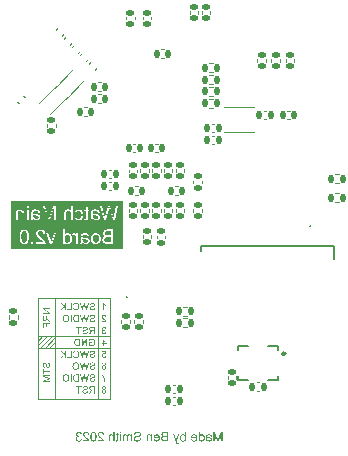
<source format=gbr>
%TF.GenerationSoftware,KiCad,Pcbnew,7.0.1*%
%TF.CreationDate,2023-12-30T18:27:54+00:00*%
%TF.ProjectId,watch_main,77617463-685f-46d6-9169-6e2e6b696361,rev?*%
%TF.SameCoordinates,Original*%
%TF.FileFunction,Legend,Bot*%
%TF.FilePolarity,Positive*%
%FSLAX46Y46*%
G04 Gerber Fmt 4.6, Leading zero omitted, Abs format (unit mm)*
G04 Created by KiCad (PCBNEW 7.0.1) date 2023-12-30 18:27:54*
%MOMM*%
%LPD*%
G01*
G04 APERTURE LIST*
G04 Aperture macros list*
%AMRoundRect*
0 Rectangle with rounded corners*
0 $1 Rounding radius*
0 $2 $3 $4 $5 $6 $7 $8 $9 X,Y pos of 4 corners*
0 Add a 4 corners polygon primitive as box body*
4,1,4,$2,$3,$4,$5,$6,$7,$8,$9,$2,$3,0*
0 Add four circle primitives for the rounded corners*
1,1,$1+$1,$2,$3*
1,1,$1+$1,$4,$5*
1,1,$1+$1,$6,$7*
1,1,$1+$1,$8,$9*
0 Add four rect primitives between the rounded corners*
20,1,$1+$1,$2,$3,$4,$5,0*
20,1,$1+$1,$4,$5,$6,$7,0*
20,1,$1+$1,$6,$7,$8,$9,0*
20,1,$1+$1,$8,$9,$2,$3,0*%
%AMRotRect*
0 Rectangle, with rotation*
0 The origin of the aperture is its center*
0 $1 length*
0 $2 width*
0 $3 Rotation angle, in degrees counterclockwise*
0 Add horizontal line*
21,1,$1,$2,0,0,$3*%
G04 Aperture macros list end*
%ADD10C,0.100000*%
%ADD11C,0.150000*%
%ADD12C,0.120000*%
%ADD13C,0.152400*%
%ADD14C,0.250000*%
%ADD15C,0.200000*%
%ADD16C,0.304800*%
%ADD17RoundRect,0.140000X-0.170000X0.140000X-0.170000X-0.140000X0.170000X-0.140000X0.170000X0.140000X0*%
%ADD18RoundRect,0.140000X-0.021213X0.219203X-0.219203X0.021213X0.021213X-0.219203X0.219203X-0.021213X0*%
%ADD19RoundRect,0.140000X-0.140000X-0.170000X0.140000X-0.170000X0.140000X0.170000X-0.140000X0.170000X0*%
%ADD20RoundRect,0.140000X0.140000X0.170000X-0.140000X0.170000X-0.140000X-0.170000X0.140000X-0.170000X0*%
%ADD21RoundRect,0.140000X0.170000X-0.140000X0.170000X0.140000X-0.170000X0.140000X-0.170000X-0.140000X0*%
%ADD22RotRect,0.600000X0.800000X45.000000*%
%ADD23RoundRect,0.135000X0.135000X0.185000X-0.135000X0.185000X-0.135000X-0.185000X0.135000X-0.185000X0*%
%ADD24RoundRect,0.135000X-0.135000X-0.185000X0.135000X-0.185000X0.135000X0.185000X-0.135000X0.185000X0*%
%ADD25R,0.533400X0.304800*%
%ADD26R,0.304800X0.533400*%
%ADD27RoundRect,0.135000X0.185000X-0.135000X0.185000X0.135000X-0.185000X0.135000X-0.185000X-0.135000X0*%
%ADD28RoundRect,0.140000X0.219203X0.021213X0.021213X0.219203X-0.219203X-0.021213X-0.021213X-0.219203X0*%
%ADD29R,0.500000X1.000000*%
%ADD30R,0.720000X0.780000*%
%ADD31R,1.050000X1.080000*%
%ADD32R,1.050000X1.105000*%
%ADD33R,1.050000X1.200000*%
%ADD34R,1.050000X2.390000*%
%ADD35R,2.910000X0.550000*%
%ADD36R,0.550000X1.600000*%
%ADD37R,0.900000X0.220000*%
%ADD38R,0.850000X0.220000*%
%ADD39R,0.220000X0.550000*%
G04 APERTURE END LIST*
D10*
X141150000Y-108600000D02*
X142050000Y-107700000D01*
X140550000Y-112900000D02*
X140550000Y-104400000D01*
X140950000Y-107600000D02*
X140550000Y-108000000D01*
X140550000Y-108650000D02*
X146650000Y-108650000D01*
X141750000Y-107600000D02*
X140750000Y-108600000D01*
X145650000Y-112900000D02*
X145650000Y-104400000D01*
X140550000Y-107600000D02*
X146650000Y-107600000D01*
X140550000Y-108400000D02*
X141350000Y-107600000D01*
X142050000Y-104400000D02*
X146650000Y-104400000D01*
X146650000Y-112900000D01*
X142050000Y-112900000D01*
X142050000Y-104400000D01*
X140550000Y-104400000D02*
X142050000Y-104400000D01*
X142050000Y-108100000D02*
X141500000Y-108650000D01*
X142050000Y-112900000D02*
X140550000Y-112900000D01*
X142050000Y-108500000D02*
X141950000Y-108600000D01*
D11*
G36*
X141599000Y-105264333D02*
G01*
X140989369Y-105264333D01*
X140989369Y-105346252D01*
X141467988Y-105663670D01*
X140989369Y-105663670D01*
X140989369Y-105740314D01*
X141599000Y-105740314D01*
X141599000Y-105658394D01*
X141119942Y-105340976D01*
X141599000Y-105340976D01*
X141599000Y-105264333D01*
G37*
G36*
X141599000Y-105952365D02*
G01*
X141329355Y-105952365D01*
X141329355Y-106045129D01*
X141329381Y-106050774D01*
X141329496Y-106057829D01*
X141329702Y-106064344D01*
X141329999Y-106070318D01*
X141330500Y-106077025D01*
X141331144Y-106082888D01*
X141332286Y-106089678D01*
X141332882Y-106092002D01*
X141334610Y-106097786D01*
X141336683Y-106103534D01*
X141339098Y-106109246D01*
X141341858Y-106114923D01*
X141344960Y-106120563D01*
X141348406Y-106126168D01*
X141351573Y-106130714D01*
X141355285Y-106135410D01*
X141359542Y-106140257D01*
X141364343Y-106145256D01*
X141369690Y-106150406D01*
X141374057Y-106154367D01*
X141378732Y-106158414D01*
X141383712Y-106162545D01*
X141389000Y-106166762D01*
X141394665Y-106171129D01*
X141400782Y-106175712D01*
X141407350Y-106180512D01*
X141414368Y-106185529D01*
X141419297Y-106188993D01*
X141424427Y-106192554D01*
X141429757Y-106196210D01*
X141435287Y-106199963D01*
X141441018Y-106203812D01*
X141446949Y-106207758D01*
X141453081Y-106211799D01*
X141459412Y-106215937D01*
X141465945Y-106220171D01*
X141472677Y-106224501D01*
X141599000Y-106304368D01*
X141599000Y-106405045D01*
X141433842Y-106299825D01*
X141427860Y-106295908D01*
X141422002Y-106291962D01*
X141416269Y-106287986D01*
X141410661Y-106283980D01*
X141405177Y-106279944D01*
X141399819Y-106275879D01*
X141394585Y-106271783D01*
X141389476Y-106267658D01*
X141384492Y-106263503D01*
X141379632Y-106259319D01*
X141374897Y-106255105D01*
X141370287Y-106250860D01*
X141365802Y-106246587D01*
X141361442Y-106242283D01*
X141357207Y-106237950D01*
X141353096Y-106233586D01*
X141350315Y-106230349D01*
X141346592Y-106225619D01*
X141342851Y-106220418D01*
X141339091Y-106214745D01*
X141335313Y-106208600D01*
X141331516Y-106201984D01*
X141328657Y-106196712D01*
X141325787Y-106191175D01*
X141322907Y-106185373D01*
X141321260Y-106196059D01*
X141319361Y-106206391D01*
X141317208Y-106216369D01*
X141314802Y-106225993D01*
X141312143Y-106235264D01*
X141309231Y-106244181D01*
X141306066Y-106252744D01*
X141302647Y-106260954D01*
X141298976Y-106268809D01*
X141295052Y-106276311D01*
X141290875Y-106283459D01*
X141286445Y-106290254D01*
X141281762Y-106296694D01*
X141276826Y-106302781D01*
X141271636Y-106308514D01*
X141266194Y-106313893D01*
X141260527Y-106318933D01*
X141254700Y-106323648D01*
X141248712Y-106328037D01*
X141242564Y-106332102D01*
X141236255Y-106335841D01*
X141229787Y-106339255D01*
X141223158Y-106342344D01*
X141216369Y-106345108D01*
X141209419Y-106347546D01*
X141202309Y-106349660D01*
X141195039Y-106351448D01*
X141187609Y-106352911D01*
X141180018Y-106354049D01*
X141172268Y-106354862D01*
X141164356Y-106355350D01*
X141156285Y-106355512D01*
X141150017Y-106355414D01*
X141143817Y-106355119D01*
X141137684Y-106354626D01*
X141131619Y-106353937D01*
X141125622Y-106353051D01*
X141119692Y-106351968D01*
X141113830Y-106350688D01*
X141108035Y-106349211D01*
X141102307Y-106347537D01*
X141096648Y-106345666D01*
X141091055Y-106343599D01*
X141085531Y-106341334D01*
X141080074Y-106338873D01*
X141074684Y-106336214D01*
X141069362Y-106333359D01*
X141064108Y-106330307D01*
X141061522Y-106328724D01*
X141056499Y-106325459D01*
X141051675Y-106322060D01*
X141044809Y-106316714D01*
X141038390Y-106311070D01*
X141032415Y-106305126D01*
X141026887Y-106298883D01*
X141021804Y-106292342D01*
X141017167Y-106285502D01*
X141012975Y-106278363D01*
X141009229Y-106270925D01*
X141005929Y-106263189D01*
X141003924Y-106257780D01*
X141002048Y-106252069D01*
X141000301Y-106246057D01*
X140998684Y-106239741D01*
X140997196Y-106233124D01*
X140995838Y-106226204D01*
X140994609Y-106218982D01*
X140993509Y-106211458D01*
X140992539Y-106203632D01*
X140991698Y-106195503D01*
X140990987Y-106187072D01*
X140990404Y-106178339D01*
X140989952Y-106169303D01*
X140989628Y-106159965D01*
X140989434Y-106150326D01*
X140989369Y-106140383D01*
X140989369Y-105952365D01*
X141057367Y-105952365D01*
X141057367Y-106143607D01*
X141057477Y-106151874D01*
X141057808Y-106159858D01*
X141058361Y-106167559D01*
X141059134Y-106174977D01*
X141060129Y-106182113D01*
X141061344Y-106188966D01*
X141062780Y-106195535D01*
X141064437Y-106201823D01*
X141066316Y-106207827D01*
X141068415Y-106213549D01*
X141071978Y-106221601D01*
X141076038Y-106229017D01*
X141080595Y-106235796D01*
X141085650Y-106241939D01*
X141089228Y-106245719D01*
X141094822Y-106250932D01*
X141100689Y-106255596D01*
X141106829Y-106259711D01*
X141113243Y-106263277D01*
X141119929Y-106266295D01*
X141126889Y-106268764D01*
X141134121Y-106270685D01*
X141141627Y-106272056D01*
X141149406Y-106272879D01*
X141157457Y-106273154D01*
X141164862Y-106272902D01*
X141172130Y-106272146D01*
X141179261Y-106270887D01*
X141186254Y-106269124D01*
X141193109Y-106266857D01*
X141199827Y-106264086D01*
X141206408Y-106260812D01*
X141212852Y-106257034D01*
X141215967Y-106254961D01*
X141221874Y-106250468D01*
X141227352Y-106245513D01*
X141232398Y-106240096D01*
X141237014Y-106234215D01*
X141241200Y-106227873D01*
X141244955Y-106221068D01*
X141247489Y-106215660D01*
X141249781Y-106209993D01*
X141250493Y-106208037D01*
X141252494Y-106201889D01*
X141254292Y-106195321D01*
X141255886Y-106188334D01*
X141257277Y-106180927D01*
X141258464Y-106173100D01*
X141259448Y-106164853D01*
X141260228Y-106156186D01*
X141260635Y-106150174D01*
X141260951Y-106143977D01*
X141261177Y-106137592D01*
X141261313Y-106131021D01*
X141261358Y-106124263D01*
X141261358Y-105952365D01*
X141057367Y-105952365D01*
X140989369Y-105952365D01*
X140989369Y-105872498D01*
X141599000Y-105872498D01*
X141599000Y-105952365D01*
G37*
G36*
X141599000Y-106481542D02*
G01*
X140989369Y-106481542D01*
X140989369Y-106889085D01*
X141059711Y-106889085D01*
X141059711Y-106561409D01*
X141251979Y-106561409D01*
X141251979Y-106844975D01*
X141322321Y-106844975D01*
X141322321Y-106561409D01*
X141599000Y-106561409D01*
X141599000Y-106481542D01*
G37*
G36*
X145489222Y-99027876D02*
G01*
X145502697Y-99028858D01*
X145515875Y-99030496D01*
X145528755Y-99032788D01*
X145541337Y-99035735D01*
X145553622Y-99039336D01*
X145565609Y-99043593D01*
X145577298Y-99048505D01*
X145588690Y-99054071D01*
X145599784Y-99060293D01*
X145610580Y-99067169D01*
X145621079Y-99074700D01*
X145631280Y-99082886D01*
X145641183Y-99091727D01*
X145650788Y-99101222D01*
X145660096Y-99111373D01*
X145668969Y-99122186D01*
X145677270Y-99133671D01*
X145684998Y-99145826D01*
X145692153Y-99158652D01*
X145698736Y-99172149D01*
X145704747Y-99186317D01*
X145710185Y-99201156D01*
X145715051Y-99216666D01*
X145719344Y-99232847D01*
X145723065Y-99249698D01*
X145726214Y-99267221D01*
X145728790Y-99285414D01*
X145730793Y-99304279D01*
X145732224Y-99323814D01*
X145733083Y-99344020D01*
X145733369Y-99364897D01*
X145733083Y-99385741D01*
X145732224Y-99405921D01*
X145730793Y-99425436D01*
X145728790Y-99444288D01*
X145726214Y-99462476D01*
X145723065Y-99479999D01*
X145719344Y-99496859D01*
X145715051Y-99513055D01*
X145710185Y-99528586D01*
X145704747Y-99543454D01*
X145698736Y-99557657D01*
X145692153Y-99571197D01*
X145684998Y-99584072D01*
X145677270Y-99596283D01*
X145668969Y-99607831D01*
X145660096Y-99618714D01*
X145650788Y-99628900D01*
X145641183Y-99638429D01*
X145631280Y-99647301D01*
X145621079Y-99655515D01*
X145610580Y-99663073D01*
X145599784Y-99669973D01*
X145588690Y-99676216D01*
X145577298Y-99681802D01*
X145565609Y-99686731D01*
X145553622Y-99691002D01*
X145541337Y-99694617D01*
X145528755Y-99697574D01*
X145515875Y-99699874D01*
X145502697Y-99701517D01*
X145489222Y-99702503D01*
X145475449Y-99702831D01*
X145461782Y-99702500D01*
X145448406Y-99701508D01*
X145435322Y-99699853D01*
X145422527Y-99697537D01*
X145410024Y-99694560D01*
X145397812Y-99690920D01*
X145385890Y-99686619D01*
X145374259Y-99681655D01*
X145362919Y-99676031D01*
X145351870Y-99669744D01*
X145341111Y-99662796D01*
X145330643Y-99655186D01*
X145320466Y-99646914D01*
X145310580Y-99637980D01*
X145300985Y-99628385D01*
X145291680Y-99618128D01*
X145282808Y-99607193D01*
X145274507Y-99595564D01*
X145266779Y-99583242D01*
X145259624Y-99570226D01*
X145253040Y-99556516D01*
X145247030Y-99542112D01*
X145241592Y-99527014D01*
X145236726Y-99511223D01*
X145232432Y-99494738D01*
X145228712Y-99477559D01*
X145225563Y-99459686D01*
X145222987Y-99441119D01*
X145220984Y-99421859D01*
X145219552Y-99401904D01*
X145218694Y-99381256D01*
X145218408Y-99359914D01*
X145218696Y-99339746D01*
X145219562Y-99320200D01*
X145221004Y-99301278D01*
X145223024Y-99282978D01*
X145225620Y-99265301D01*
X145228794Y-99248247D01*
X145232545Y-99231815D01*
X145236872Y-99216006D01*
X145241777Y-99200821D01*
X145247259Y-99186258D01*
X145253318Y-99172318D01*
X145259953Y-99159000D01*
X145267166Y-99146306D01*
X145274956Y-99134234D01*
X145283323Y-99122785D01*
X145292267Y-99111959D01*
X145301603Y-99101737D01*
X145311221Y-99092175D01*
X145321121Y-99083273D01*
X145331303Y-99075030D01*
X145341766Y-99067446D01*
X145352511Y-99060521D01*
X145363537Y-99054257D01*
X145374845Y-99048651D01*
X145386435Y-99043705D01*
X145398306Y-99039419D01*
X145410459Y-99035792D01*
X145422894Y-99032824D01*
X145435610Y-99030516D01*
X145448608Y-99028868D01*
X145461888Y-99027878D01*
X145475449Y-99027549D01*
X145489222Y-99027876D01*
G37*
G36*
X144353251Y-99366516D02*
G01*
X144364622Y-99370431D01*
X144376622Y-99374271D01*
X144389253Y-99378035D01*
X144402513Y-99381724D01*
X144416403Y-99385337D01*
X144430922Y-99388875D01*
X144446071Y-99392337D01*
X144461850Y-99395724D01*
X144478259Y-99399035D01*
X144495297Y-99402270D01*
X144512965Y-99405430D01*
X144531262Y-99408515D01*
X144550190Y-99411523D01*
X144569747Y-99414457D01*
X144579761Y-99415895D01*
X144596438Y-99418451D01*
X144612178Y-99421064D01*
X144626979Y-99423734D01*
X144640843Y-99426460D01*
X144653770Y-99429243D01*
X144665759Y-99432082D01*
X144680285Y-99435957D01*
X144693144Y-99439932D01*
X144704337Y-99444008D01*
X144709308Y-99446083D01*
X144720708Y-99451683D01*
X144731278Y-99458042D01*
X144741018Y-99465159D01*
X144749928Y-99473034D01*
X144758008Y-99481668D01*
X144765258Y-99491060D01*
X144767926Y-99495030D01*
X144773837Y-99505283D01*
X144779607Y-99518060D01*
X144783934Y-99531353D01*
X144786439Y-99542823D01*
X144787942Y-99554651D01*
X144788442Y-99566837D01*
X144787742Y-99581615D01*
X144785640Y-99595761D01*
X144782136Y-99609276D01*
X144777232Y-99622158D01*
X144770926Y-99634408D01*
X144763218Y-99646027D01*
X144754110Y-99657013D01*
X144743599Y-99667367D01*
X144731670Y-99676778D01*
X144718449Y-99684934D01*
X144707685Y-99690228D01*
X144696195Y-99694816D01*
X144683979Y-99698698D01*
X144671036Y-99701874D01*
X144657367Y-99704345D01*
X144642972Y-99706109D01*
X144627850Y-99707168D01*
X144612001Y-99707521D01*
X144596070Y-99707188D01*
X144580478Y-99706192D01*
X144565226Y-99704530D01*
X144550315Y-99702204D01*
X144535743Y-99699213D01*
X144521512Y-99695558D01*
X144507620Y-99691238D01*
X144494069Y-99686253D01*
X144480857Y-99680604D01*
X144467986Y-99674290D01*
X144459594Y-99669712D01*
X144447376Y-99662323D01*
X144435781Y-99654445D01*
X144424810Y-99646077D01*
X144414462Y-99637220D01*
X144404738Y-99627873D01*
X144395637Y-99618037D01*
X144387159Y-99607712D01*
X144379305Y-99596897D01*
X144372074Y-99585593D01*
X144365467Y-99573799D01*
X144361408Y-99565665D01*
X144355775Y-99552228D01*
X144350894Y-99537271D01*
X144347725Y-99525056D01*
X144344979Y-99511985D01*
X144342656Y-99498059D01*
X144340754Y-99483278D01*
X144339276Y-99467642D01*
X144338220Y-99451151D01*
X144337586Y-99433804D01*
X144337398Y-99421764D01*
X144337375Y-99415602D01*
X144337375Y-99360501D01*
X144353251Y-99366516D01*
G37*
G36*
X143084355Y-99027867D02*
G01*
X143096357Y-99028822D01*
X143108105Y-99030413D01*
X143125250Y-99033994D01*
X143141823Y-99039007D01*
X143157824Y-99045452D01*
X143173253Y-99053329D01*
X143188111Y-99062639D01*
X143197698Y-99069641D01*
X143207031Y-99077280D01*
X143216110Y-99085555D01*
X143224935Y-99094467D01*
X143233506Y-99104015D01*
X143237696Y-99109028D01*
X143245717Y-99119544D01*
X143253220Y-99130795D01*
X143260207Y-99142781D01*
X143266675Y-99155501D01*
X143272626Y-99168957D01*
X143278060Y-99183148D01*
X143282976Y-99198074D01*
X143287375Y-99213735D01*
X143291256Y-99230131D01*
X143294620Y-99247262D01*
X143297466Y-99265128D01*
X143299795Y-99283729D01*
X143301606Y-99303065D01*
X143302899Y-99323136D01*
X143303676Y-99343942D01*
X143303934Y-99365483D01*
X143303657Y-99386360D01*
X143302826Y-99406566D01*
X143301441Y-99426102D01*
X143299501Y-99444966D01*
X143297008Y-99463159D01*
X143293960Y-99480682D01*
X143290358Y-99497533D01*
X143286202Y-99513714D01*
X143281492Y-99529224D01*
X143276228Y-99544063D01*
X143270410Y-99558231D01*
X143264037Y-99571728D01*
X143257111Y-99584554D01*
X143249630Y-99596709D01*
X143241595Y-99608194D01*
X143233006Y-99619007D01*
X143224041Y-99629158D01*
X143214876Y-99638653D01*
X143205512Y-99647494D01*
X143195949Y-99655680D01*
X143186186Y-99663211D01*
X143176224Y-99670088D01*
X143166064Y-99676309D01*
X143155703Y-99681875D01*
X143139790Y-99688997D01*
X143123428Y-99694645D01*
X143106618Y-99698820D01*
X143089359Y-99701522D01*
X143077605Y-99702504D01*
X143065651Y-99702831D01*
X143053602Y-99702519D01*
X143041782Y-99701581D01*
X143024482Y-99699003D01*
X143007697Y-99695017D01*
X142991427Y-99689626D01*
X142975672Y-99682828D01*
X142960432Y-99674623D01*
X142945708Y-99665012D01*
X142936178Y-99657823D01*
X142926877Y-99650010D01*
X142917805Y-99641571D01*
X142908962Y-99632507D01*
X142900348Y-99622817D01*
X142892114Y-99612450D01*
X142884411Y-99601426D01*
X142877239Y-99589745D01*
X142870599Y-99577407D01*
X142864490Y-99564411D01*
X142858912Y-99550758D01*
X142853865Y-99536448D01*
X142849350Y-99521481D01*
X142845365Y-99505857D01*
X142841912Y-99489575D01*
X142838991Y-99472637D01*
X142836600Y-99455041D01*
X142834741Y-99436788D01*
X142833413Y-99417878D01*
X142832616Y-99398310D01*
X142832350Y-99378086D01*
X142832622Y-99355821D01*
X142833436Y-99334310D01*
X142834792Y-99313552D01*
X142836692Y-99293547D01*
X142839134Y-99274296D01*
X142842119Y-99255798D01*
X142845646Y-99238054D01*
X142849716Y-99221062D01*
X142854329Y-99204824D01*
X142859484Y-99189340D01*
X142865182Y-99174608D01*
X142871423Y-99160631D01*
X142878207Y-99147406D01*
X142885533Y-99134935D01*
X142893402Y-99123217D01*
X142901813Y-99112252D01*
X142910584Y-99101995D01*
X142919605Y-99092400D01*
X142928875Y-99083466D01*
X142938394Y-99075194D01*
X142948164Y-99067584D01*
X142958183Y-99060636D01*
X142968451Y-99054349D01*
X142978969Y-99048725D01*
X142989737Y-99043761D01*
X143000754Y-99039460D01*
X143012021Y-99035821D01*
X143023538Y-99032843D01*
X143035304Y-99030527D01*
X143047319Y-99028872D01*
X143059584Y-99027880D01*
X143072099Y-99027549D01*
X143084355Y-99027867D01*
G37*
G36*
X139422840Y-98709005D02*
G01*
X139435141Y-98710025D01*
X139447120Y-98711726D01*
X139458777Y-98714106D01*
X139470110Y-98717166D01*
X139486504Y-98723032D01*
X139502172Y-98730427D01*
X139517114Y-98739353D01*
X139526672Y-98746154D01*
X139535906Y-98753634D01*
X139544818Y-98761795D01*
X139553407Y-98770636D01*
X139561673Y-98780157D01*
X139569616Y-98790358D01*
X139573467Y-98795713D01*
X139582766Y-98810332D01*
X139591465Y-98826419D01*
X139599563Y-98843974D01*
X139607063Y-98862996D01*
X139613962Y-98883486D01*
X139620261Y-98905444D01*
X139623185Y-98916973D01*
X139625960Y-98928870D01*
X139628585Y-98941133D01*
X139631059Y-98953763D01*
X139633384Y-98966760D01*
X139635559Y-98980124D01*
X139637584Y-98993855D01*
X139639458Y-99007953D01*
X139641183Y-99022418D01*
X139642758Y-99037249D01*
X139644183Y-99052448D01*
X139645457Y-99068014D01*
X139646582Y-99083946D01*
X139647557Y-99100246D01*
X139648382Y-99116912D01*
X139649057Y-99133945D01*
X139649582Y-99151346D01*
X139649957Y-99169113D01*
X139650182Y-99187247D01*
X139650257Y-99205748D01*
X139650189Y-99224238D01*
X139649984Y-99242337D01*
X139649644Y-99260045D01*
X139649167Y-99277363D01*
X139648554Y-99294291D01*
X139647804Y-99310828D01*
X139646919Y-99326975D01*
X139645897Y-99342732D01*
X139644739Y-99358098D01*
X139643445Y-99373074D01*
X139642014Y-99387659D01*
X139640447Y-99401854D01*
X139638744Y-99415658D01*
X139636905Y-99429072D01*
X139634930Y-99442096D01*
X139632818Y-99454729D01*
X139630570Y-99466972D01*
X139628186Y-99478825D01*
X139625665Y-99490287D01*
X139620216Y-99512040D01*
X139614221Y-99532231D01*
X139607681Y-99550861D01*
X139600597Y-99567929D01*
X139592967Y-99583435D01*
X139584793Y-99597380D01*
X139580501Y-99603766D01*
X139571656Y-99615763D01*
X139562558Y-99626985D01*
X139553209Y-99637433D01*
X139543608Y-99647107D01*
X139533755Y-99656008D01*
X139523651Y-99664134D01*
X139513294Y-99671487D01*
X139502685Y-99678065D01*
X139491825Y-99683870D01*
X139480713Y-99688900D01*
X139469348Y-99693157D01*
X139457732Y-99696640D01*
X139445865Y-99699349D01*
X139433745Y-99701283D01*
X139421373Y-99702444D01*
X139408750Y-99702831D01*
X139396090Y-99702443D01*
X139383686Y-99701279D01*
X139371535Y-99699338D01*
X139359638Y-99696621D01*
X139347996Y-99693128D01*
X139336608Y-99688859D01*
X139325474Y-99683814D01*
X139314594Y-99677992D01*
X139303968Y-99671394D01*
X139293597Y-99664020D01*
X139283479Y-99655869D01*
X139273616Y-99646942D01*
X139264007Y-99637240D01*
X139254652Y-99626760D01*
X139245551Y-99615505D01*
X139236705Y-99603473D01*
X139228258Y-99590276D01*
X139220356Y-99575524D01*
X139212999Y-99559218D01*
X139206187Y-99541356D01*
X139199920Y-99521940D01*
X139194197Y-99500969D01*
X139189020Y-99478444D01*
X139186636Y-99466598D01*
X139184388Y-99454363D01*
X139182276Y-99441740D01*
X139180301Y-99428728D01*
X139178462Y-99415327D01*
X139176759Y-99401538D01*
X139175192Y-99387360D01*
X139173761Y-99372793D01*
X139172467Y-99357838D01*
X139171309Y-99342494D01*
X139170287Y-99326761D01*
X139169401Y-99310640D01*
X139168652Y-99294129D01*
X139168039Y-99277231D01*
X139167562Y-99259943D01*
X139167222Y-99242267D01*
X139167017Y-99224202D01*
X139166949Y-99205748D01*
X139167017Y-99187205D01*
X139167222Y-99169056D01*
X139167562Y-99151299D01*
X139168039Y-99133936D01*
X139168652Y-99116966D01*
X139169401Y-99100390D01*
X139170287Y-99084207D01*
X139171309Y-99068417D01*
X139172467Y-99053020D01*
X139173761Y-99038016D01*
X139175192Y-99023406D01*
X139176759Y-99009189D01*
X139178462Y-98995366D01*
X139180301Y-98981935D01*
X139182276Y-98968898D01*
X139184388Y-98956254D01*
X139186636Y-98944004D01*
X139189020Y-98932146D01*
X139191541Y-98920682D01*
X139196990Y-98898934D01*
X139202985Y-98878759D01*
X139209525Y-98860157D01*
X139216609Y-98843128D01*
X139224239Y-98827672D01*
X139232413Y-98813789D01*
X139236705Y-98807437D01*
X139245557Y-98795476D01*
X139254675Y-98784287D01*
X139264059Y-98773870D01*
X139273708Y-98764224D01*
X139283622Y-98755350D01*
X139293803Y-98747248D01*
X139304249Y-98739917D01*
X139314960Y-98733358D01*
X139325937Y-98727571D01*
X139337180Y-98722555D01*
X139348689Y-98718311D01*
X139360463Y-98714838D01*
X139372502Y-98712138D01*
X139384808Y-98710209D01*
X139397378Y-98709051D01*
X139410215Y-98708665D01*
X139422840Y-98709005D01*
G37*
G36*
X146777947Y-99665316D02*
G01*
X146477235Y-99665316D01*
X146463132Y-99665264D01*
X146449837Y-99665110D01*
X146437351Y-99664852D01*
X146421961Y-99664348D01*
X146408010Y-99663661D01*
X146395496Y-99662791D01*
X146381876Y-99661446D01*
X146368498Y-99659454D01*
X146354938Y-99656674D01*
X146341955Y-99653464D01*
X146329549Y-99649823D01*
X146317720Y-99645752D01*
X146306468Y-99641250D01*
X146295793Y-99636318D01*
X146283261Y-99629547D01*
X146276175Y-99625162D01*
X146264872Y-99617122D01*
X146254227Y-99608023D01*
X146244241Y-99597865D01*
X146234913Y-99586648D01*
X146227924Y-99576912D01*
X146221357Y-99566498D01*
X146215211Y-99555406D01*
X146209579Y-99543687D01*
X146204697Y-99531538D01*
X146200566Y-99518958D01*
X146197186Y-99505947D01*
X146194558Y-99492506D01*
X146192680Y-99478635D01*
X146191554Y-99464333D01*
X146191178Y-99449600D01*
X146191482Y-99436626D01*
X146192394Y-99423971D01*
X146193914Y-99411635D01*
X146196041Y-99399619D01*
X146198777Y-99387922D01*
X146202121Y-99376545D01*
X146206072Y-99365487D01*
X146212287Y-99351240D01*
X146219582Y-99337561D01*
X146225763Y-99327674D01*
X146234830Y-99315190D01*
X146244740Y-99303677D01*
X146255493Y-99293135D01*
X146267089Y-99283564D01*
X146279527Y-99274964D01*
X146292807Y-99267334D01*
X146306931Y-99260675D01*
X146318076Y-99256319D01*
X146321897Y-99254988D01*
X146333859Y-99251216D01*
X146346774Y-99247816D01*
X146360642Y-99244787D01*
X146375464Y-99242128D01*
X146391238Y-99239841D01*
X146407966Y-99237924D01*
X146419647Y-99236853D01*
X146431752Y-99235946D01*
X146444281Y-99235204D01*
X146457233Y-99234627D01*
X146470609Y-99234215D01*
X146484408Y-99233967D01*
X146498631Y-99233885D01*
X146777947Y-99233885D01*
X146777947Y-99665316D01*
G37*
G36*
X146777947Y-99093201D02*
G01*
X146516803Y-99093201D01*
X146503739Y-99093146D01*
X146491148Y-99092981D01*
X146479028Y-99092707D01*
X146461733Y-99092088D01*
X146445499Y-99091223D01*
X146430326Y-99090110D01*
X146416215Y-99088750D01*
X146403165Y-99087142D01*
X146391176Y-99085288D01*
X146376842Y-99082430D01*
X146364395Y-99079133D01*
X146353177Y-99075517D01*
X146339054Y-99070047D01*
X146325883Y-99063835D01*
X146313665Y-99056880D01*
X146302399Y-99049185D01*
X146292086Y-99040747D01*
X146282726Y-99031567D01*
X146274317Y-99021645D01*
X146272364Y-99019049D01*
X146265152Y-99008163D01*
X146258900Y-98996609D01*
X146253611Y-98984386D01*
X146249283Y-98971495D01*
X146245917Y-98957935D01*
X146243513Y-98943706D01*
X146242071Y-98928809D01*
X146241590Y-98913243D01*
X146242039Y-98898378D01*
X146243385Y-98883971D01*
X146245629Y-98870021D01*
X146248770Y-98856530D01*
X146252810Y-98843496D01*
X146257746Y-98830921D01*
X146263581Y-98818803D01*
X146270313Y-98807144D01*
X146277883Y-98796162D01*
X146286231Y-98786078D01*
X146295358Y-98776891D01*
X146305264Y-98768602D01*
X146315948Y-98761211D01*
X146327411Y-98754717D01*
X146339652Y-98749121D01*
X146352671Y-98744422D01*
X146367276Y-98740438D01*
X146379797Y-98737799D01*
X146393664Y-98735458D01*
X146408875Y-98733416D01*
X146425431Y-98731673D01*
X146437216Y-98730677D01*
X146449598Y-98729814D01*
X146462577Y-98729083D01*
X146476154Y-98728486D01*
X146490329Y-98728021D01*
X146505102Y-98727689D01*
X146520472Y-98727489D01*
X146536440Y-98727423D01*
X146777947Y-98727423D01*
X146777947Y-99093201D01*
G37*
G36*
X145224905Y-97350516D02*
G01*
X145236276Y-97354431D01*
X145248277Y-97358271D01*
X145260907Y-97362035D01*
X145274168Y-97365724D01*
X145288057Y-97369337D01*
X145302577Y-97372875D01*
X145317726Y-97376337D01*
X145333505Y-97379724D01*
X145349913Y-97383035D01*
X145366952Y-97386270D01*
X145384620Y-97389430D01*
X145402917Y-97392515D01*
X145421844Y-97395523D01*
X145441401Y-97398457D01*
X145451416Y-97399895D01*
X145468093Y-97402451D01*
X145483832Y-97405064D01*
X145498634Y-97407734D01*
X145512498Y-97410460D01*
X145525424Y-97413243D01*
X145537413Y-97416082D01*
X145551940Y-97419957D01*
X145564799Y-97423932D01*
X145575991Y-97428008D01*
X145580962Y-97430083D01*
X145592363Y-97435683D01*
X145602933Y-97442042D01*
X145612673Y-97449159D01*
X145621583Y-97457034D01*
X145629663Y-97465668D01*
X145636913Y-97475060D01*
X145639581Y-97479030D01*
X145645491Y-97489283D01*
X145651261Y-97502060D01*
X145655589Y-97515353D01*
X145658094Y-97526823D01*
X145659596Y-97538651D01*
X145660097Y-97550837D01*
X145659396Y-97565615D01*
X145657294Y-97579761D01*
X145653791Y-97593276D01*
X145648886Y-97606158D01*
X145642580Y-97618408D01*
X145634873Y-97630027D01*
X145625764Y-97641013D01*
X145615254Y-97651367D01*
X145603324Y-97660778D01*
X145590103Y-97668934D01*
X145579340Y-97674228D01*
X145567850Y-97678816D01*
X145555634Y-97682698D01*
X145542691Y-97685874D01*
X145529022Y-97688345D01*
X145514626Y-97690109D01*
X145499504Y-97691168D01*
X145483656Y-97691521D01*
X145467724Y-97691188D01*
X145452133Y-97690192D01*
X145436881Y-97688530D01*
X145421970Y-97686204D01*
X145407398Y-97683213D01*
X145393166Y-97679558D01*
X145379275Y-97675238D01*
X145365723Y-97670253D01*
X145352512Y-97664604D01*
X145339641Y-97658290D01*
X145331249Y-97653712D01*
X145319031Y-97646323D01*
X145307436Y-97638445D01*
X145296465Y-97630077D01*
X145286117Y-97621220D01*
X145276393Y-97611873D01*
X145267292Y-97602037D01*
X145258814Y-97591712D01*
X145250960Y-97580897D01*
X145243729Y-97569593D01*
X145237122Y-97557799D01*
X145233063Y-97549665D01*
X145227430Y-97536228D01*
X145222548Y-97521271D01*
X145219380Y-97509056D01*
X145216634Y-97495985D01*
X145214310Y-97482059D01*
X145212409Y-97467278D01*
X145210931Y-97451642D01*
X145209874Y-97435151D01*
X145209241Y-97417804D01*
X145209053Y-97405764D01*
X145209029Y-97399602D01*
X145209029Y-97344501D01*
X145224905Y-97350516D01*
G37*
G36*
X140184905Y-97350516D02*
G01*
X140196276Y-97354431D01*
X140208277Y-97358271D01*
X140220907Y-97362035D01*
X140234168Y-97365724D01*
X140248057Y-97369337D01*
X140262577Y-97372875D01*
X140277726Y-97376337D01*
X140293505Y-97379724D01*
X140309913Y-97383035D01*
X140326952Y-97386270D01*
X140344620Y-97389430D01*
X140362917Y-97392515D01*
X140381844Y-97395523D01*
X140401401Y-97398457D01*
X140411416Y-97399895D01*
X140428093Y-97402451D01*
X140443832Y-97405064D01*
X140458634Y-97407734D01*
X140472498Y-97410460D01*
X140485424Y-97413243D01*
X140497413Y-97416082D01*
X140511940Y-97419957D01*
X140524799Y-97423932D01*
X140535991Y-97428008D01*
X140540962Y-97430083D01*
X140552363Y-97435683D01*
X140562933Y-97442042D01*
X140572673Y-97449159D01*
X140581583Y-97457034D01*
X140589663Y-97465668D01*
X140596913Y-97475060D01*
X140599581Y-97479030D01*
X140605491Y-97489283D01*
X140611261Y-97502060D01*
X140615589Y-97515353D01*
X140618094Y-97526823D01*
X140619596Y-97538651D01*
X140620097Y-97550837D01*
X140619396Y-97565615D01*
X140617294Y-97579761D01*
X140613791Y-97593276D01*
X140608886Y-97606158D01*
X140602580Y-97618408D01*
X140594873Y-97630027D01*
X140585764Y-97641013D01*
X140575254Y-97651367D01*
X140563324Y-97660778D01*
X140550103Y-97668934D01*
X140539340Y-97674228D01*
X140527850Y-97678816D01*
X140515634Y-97682698D01*
X140502691Y-97685874D01*
X140489022Y-97688345D01*
X140474626Y-97690109D01*
X140459504Y-97691168D01*
X140443656Y-97691521D01*
X140427724Y-97691188D01*
X140412133Y-97690192D01*
X140396881Y-97688530D01*
X140381970Y-97686204D01*
X140367398Y-97683213D01*
X140353166Y-97679558D01*
X140339275Y-97675238D01*
X140325723Y-97670253D01*
X140312512Y-97664604D01*
X140299641Y-97658290D01*
X140291249Y-97653712D01*
X140279031Y-97646323D01*
X140267436Y-97638445D01*
X140256465Y-97630077D01*
X140246117Y-97621220D01*
X140236393Y-97611873D01*
X140227292Y-97602037D01*
X140218814Y-97591712D01*
X140210960Y-97580897D01*
X140203729Y-97569593D01*
X140197122Y-97557799D01*
X140193063Y-97549665D01*
X140187430Y-97536228D01*
X140182548Y-97521271D01*
X140179380Y-97509056D01*
X140176634Y-97495985D01*
X140174310Y-97482059D01*
X140172409Y-97467278D01*
X140170931Y-97451642D01*
X140169874Y-97435151D01*
X140169241Y-97417804D01*
X140169053Y-97405764D01*
X140169029Y-97399602D01*
X140169029Y-97344501D01*
X140184905Y-97350516D01*
G37*
G36*
X147778145Y-100221186D02*
G01*
X138313005Y-100221186D01*
X138313005Y-99206041D01*
X139014542Y-99206041D01*
X139014584Y-99219297D01*
X139014712Y-99232392D01*
X139014925Y-99245327D01*
X139015224Y-99258102D01*
X139015608Y-99270716D01*
X139016077Y-99283170D01*
X139016631Y-99295464D01*
X139017271Y-99307598D01*
X139017996Y-99319571D01*
X139018806Y-99331384D01*
X139020683Y-99354529D01*
X139022900Y-99377033D01*
X139025459Y-99398896D01*
X139028359Y-99420117D01*
X139031600Y-99440698D01*
X139035183Y-99460637D01*
X139039106Y-99479935D01*
X139043371Y-99498592D01*
X139047977Y-99516608D01*
X139052924Y-99533983D01*
X139058212Y-99550717D01*
X139063840Y-99566861D01*
X139069808Y-99582540D01*
X139076114Y-99597755D01*
X139082759Y-99612504D01*
X139089742Y-99626789D01*
X139097065Y-99640609D01*
X139104727Y-99653964D01*
X139112727Y-99666854D01*
X139121067Y-99679280D01*
X139129745Y-99691240D01*
X139138762Y-99702736D01*
X139148118Y-99713767D01*
X139157813Y-99724333D01*
X139167847Y-99734435D01*
X139178219Y-99744071D01*
X139188931Y-99753243D01*
X139199991Y-99761903D01*
X139211407Y-99770004D01*
X139223181Y-99777547D01*
X139235313Y-99784531D01*
X139247801Y-99790956D01*
X139260647Y-99796822D01*
X139273850Y-99802130D01*
X139287410Y-99806879D01*
X139301327Y-99811069D01*
X139315601Y-99814701D01*
X139330233Y-99817774D01*
X139345222Y-99820288D01*
X139360568Y-99822243D01*
X139376271Y-99823640D01*
X139392332Y-99824478D01*
X139408750Y-99824757D01*
X139430292Y-99824266D01*
X139451248Y-99822793D01*
X139471618Y-99820337D01*
X139491401Y-99816899D01*
X139510599Y-99812478D01*
X139529210Y-99807076D01*
X139547235Y-99800691D01*
X139564674Y-99793323D01*
X139581527Y-99784974D01*
X139597793Y-99775642D01*
X139613474Y-99765327D01*
X139628568Y-99754031D01*
X139643076Y-99741752D01*
X139656998Y-99728491D01*
X139670334Y-99714247D01*
X139683083Y-99699021D01*
X139690440Y-99689383D01*
X139697564Y-99679373D01*
X139704454Y-99668990D01*
X139711110Y-99658236D01*
X139717533Y-99647109D01*
X139722878Y-99637179D01*
X140016914Y-99637179D01*
X140016914Y-99806000D01*
X140186028Y-99806000D01*
X140423725Y-99806000D01*
X141222692Y-99806000D01*
X141222743Y-99792655D01*
X141222161Y-99779438D01*
X141220947Y-99766350D01*
X141219102Y-99753390D01*
X141216624Y-99740558D01*
X141213515Y-99727854D01*
X141209773Y-99715279D01*
X141205400Y-99702831D01*
X141199310Y-99687522D01*
X141192582Y-99672259D01*
X141185214Y-99657043D01*
X141177208Y-99641873D01*
X141168563Y-99626749D01*
X141162445Y-99616692D01*
X141156043Y-99606656D01*
X141149356Y-99596641D01*
X141142386Y-99586646D01*
X141135132Y-99576672D01*
X141127594Y-99566718D01*
X141119773Y-99556785D01*
X141111667Y-99546873D01*
X141107507Y-99541924D01*
X141098884Y-99531899D01*
X141089794Y-99521683D01*
X141080236Y-99511273D01*
X141070211Y-99500672D01*
X141059720Y-99489878D01*
X141048761Y-99478891D01*
X141037335Y-99467712D01*
X141025442Y-99456341D01*
X141013082Y-99444778D01*
X141000254Y-99433022D01*
X140986960Y-99421074D01*
X140973198Y-99408934D01*
X140958970Y-99396601D01*
X140944274Y-99384076D01*
X140929111Y-99371359D01*
X140913481Y-99358449D01*
X140901296Y-99348330D01*
X140889360Y-99338344D01*
X140877674Y-99328489D01*
X140866238Y-99318767D01*
X140855051Y-99309177D01*
X140844114Y-99299720D01*
X140833427Y-99290394D01*
X140822989Y-99281201D01*
X140812801Y-99272140D01*
X140802862Y-99263211D01*
X140793173Y-99254415D01*
X140783733Y-99245751D01*
X140774543Y-99237219D01*
X140765602Y-99228819D01*
X140756912Y-99220551D01*
X140740279Y-99204413D01*
X140724644Y-99188804D01*
X140710008Y-99173723D01*
X140696370Y-99159172D01*
X140683730Y-99145149D01*
X140672089Y-99131655D01*
X140661446Y-99118691D01*
X140651802Y-99106255D01*
X140647354Y-99100235D01*
X140638942Y-99088369D01*
X140631074Y-99076582D01*
X140623747Y-99064875D01*
X140616964Y-99053249D01*
X140610723Y-99041703D01*
X140605025Y-99030237D01*
X140599870Y-99018851D01*
X140595257Y-99007545D01*
X140591187Y-98996320D01*
X140586099Y-98979631D01*
X140582233Y-98963124D01*
X140579587Y-98946796D01*
X140578163Y-98930649D01*
X140577891Y-98919984D01*
X140578448Y-98903525D01*
X140580117Y-98887561D01*
X140582899Y-98872091D01*
X140586794Y-98857116D01*
X140591802Y-98842635D01*
X140597922Y-98828650D01*
X140605156Y-98815158D01*
X140613502Y-98802161D01*
X140622961Y-98789659D01*
X140633533Y-98777652D01*
X140641199Y-98769921D01*
X140653349Y-98758974D01*
X140666169Y-98749104D01*
X140679659Y-98740310D01*
X140693818Y-98732593D01*
X140708647Y-98725953D01*
X140724146Y-98720390D01*
X140740315Y-98715904D01*
X140757153Y-98712494D01*
X140774661Y-98710161D01*
X140786706Y-98709204D01*
X140799048Y-98708725D01*
X140805330Y-98708665D01*
X140818572Y-98708927D01*
X140831479Y-98709714D01*
X140844053Y-98711025D01*
X140856291Y-98712860D01*
X140868196Y-98715220D01*
X140879766Y-98718104D01*
X140891002Y-98721512D01*
X140907229Y-98727608D01*
X140922704Y-98734883D01*
X140937427Y-98743338D01*
X140951397Y-98752974D01*
X140964616Y-98763788D01*
X140977082Y-98775783D01*
X140988560Y-98788824D01*
X140998926Y-98802776D01*
X141008179Y-98817641D01*
X141013730Y-98828057D01*
X141018785Y-98838878D01*
X141023347Y-98850105D01*
X141027413Y-98861737D01*
X141030985Y-98873774D01*
X141034063Y-98886217D01*
X141036646Y-98899065D01*
X141038734Y-98912318D01*
X141040328Y-98925977D01*
X141041427Y-98940041D01*
X141042031Y-98954510D01*
X141042148Y-98961896D01*
X141194556Y-98945776D01*
X141192295Y-98924381D01*
X141288638Y-98924381D01*
X141620124Y-99806000D01*
X141758756Y-99806000D01*
X142091708Y-98924381D01*
X141934904Y-98924381D01*
X141747033Y-99453411D01*
X141741361Y-99469517D01*
X141735777Y-99485741D01*
X141730281Y-99502084D01*
X141724872Y-99518546D01*
X141719551Y-99535126D01*
X141714318Y-99551824D01*
X141709172Y-99568641D01*
X141705790Y-99579918D01*
X141702447Y-99591248D01*
X141699142Y-99602630D01*
X141695877Y-99614066D01*
X141692651Y-99625553D01*
X141691052Y-99631317D01*
X141687182Y-99617988D01*
X141683043Y-99604159D01*
X141678636Y-99589831D01*
X141673961Y-99575002D01*
X141669019Y-99559674D01*
X141663809Y-99543846D01*
X141658330Y-99527519D01*
X141654529Y-99516356D01*
X141650609Y-99504971D01*
X141646570Y-99493365D01*
X141642412Y-99481536D01*
X141638134Y-99469484D01*
X141635951Y-99463376D01*
X141441338Y-98924381D01*
X141288638Y-98924381D01*
X141192295Y-98924381D01*
X141192275Y-98924194D01*
X141189317Y-98903264D01*
X141185680Y-98882987D01*
X141181366Y-98863363D01*
X141176375Y-98844391D01*
X141170705Y-98826071D01*
X141164358Y-98808404D01*
X141157333Y-98791390D01*
X141149630Y-98775029D01*
X141141250Y-98759320D01*
X141132191Y-98744263D01*
X141122455Y-98729859D01*
X141112041Y-98716108D01*
X141100949Y-98703009D01*
X141089180Y-98690563D01*
X141076733Y-98678770D01*
X141063673Y-98667626D01*
X141050066Y-98657200D01*
X141035912Y-98647494D01*
X141021210Y-98638506D01*
X141005961Y-98630238D01*
X140990165Y-98622689D01*
X140973822Y-98615858D01*
X140956932Y-98609747D01*
X140939494Y-98604354D01*
X140921509Y-98599681D01*
X140902977Y-98595727D01*
X140883897Y-98592491D01*
X140864270Y-98589975D01*
X140844096Y-98588177D01*
X140823375Y-98587099D01*
X140802106Y-98586739D01*
X142697235Y-98586739D01*
X142697235Y-99378086D01*
X142697235Y-99806000D01*
X142834695Y-99806000D01*
X142834695Y-99695504D01*
X142845441Y-99711156D01*
X142856796Y-99725798D01*
X142868760Y-99739430D01*
X142881333Y-99752052D01*
X142894516Y-99763665D01*
X142908307Y-99774268D01*
X142922707Y-99783861D01*
X142937717Y-99792444D01*
X142953335Y-99800017D01*
X142969563Y-99806581D01*
X142986400Y-99812135D01*
X143003845Y-99816679D01*
X143021900Y-99820213D01*
X143040564Y-99822738D01*
X143059837Y-99824252D01*
X143079720Y-99824757D01*
X143092733Y-99824531D01*
X143105617Y-99823851D01*
X143118370Y-99822717D01*
X143130992Y-99821130D01*
X143143484Y-99819090D01*
X143155845Y-99816597D01*
X143168076Y-99813650D01*
X143180177Y-99810249D01*
X143192146Y-99806396D01*
X143203986Y-99802089D01*
X143215694Y-99797328D01*
X143227273Y-99792114D01*
X143238720Y-99786447D01*
X143250038Y-99780327D01*
X143261224Y-99773753D01*
X143272281Y-99766725D01*
X143283081Y-99759293D01*
X143293575Y-99751503D01*
X143303763Y-99743356D01*
X143313643Y-99734852D01*
X143323217Y-99725990D01*
X143332483Y-99716771D01*
X143341443Y-99707196D01*
X143350096Y-99697263D01*
X143358443Y-99686972D01*
X143366482Y-99676325D01*
X143374215Y-99665320D01*
X143381640Y-99653958D01*
X143388759Y-99642239D01*
X143395571Y-99630163D01*
X143402077Y-99617729D01*
X143408275Y-99604939D01*
X143414096Y-99591813D01*
X143419541Y-99578446D01*
X143424610Y-99564839D01*
X143429304Y-99550992D01*
X143433623Y-99536904D01*
X143437566Y-99522576D01*
X143441133Y-99508007D01*
X143444325Y-99493198D01*
X143447142Y-99478148D01*
X143449583Y-99462858D01*
X143451648Y-99447328D01*
X143453338Y-99431557D01*
X143454652Y-99415546D01*
X143455591Y-99399294D01*
X143456154Y-99382802D01*
X143456342Y-99366069D01*
X143456171Y-99349715D01*
X143455660Y-99333550D01*
X143454807Y-99317575D01*
X143453613Y-99301791D01*
X143452077Y-99286196D01*
X143450201Y-99270792D01*
X143447983Y-99255577D01*
X143445424Y-99240553D01*
X143442524Y-99225719D01*
X143439283Y-99211074D01*
X143435701Y-99196620D01*
X143431777Y-99182356D01*
X143427513Y-99168282D01*
X143422907Y-99154398D01*
X143417960Y-99140704D01*
X143412671Y-99127200D01*
X143407042Y-99113987D01*
X143401071Y-99101165D01*
X143394760Y-99088735D01*
X143388107Y-99076696D01*
X143381113Y-99065050D01*
X143373777Y-99053794D01*
X143366101Y-99042930D01*
X143358083Y-99032458D01*
X143349724Y-99022377D01*
X143341024Y-99012688D01*
X143331983Y-99003390D01*
X143322601Y-98994484D01*
X143312877Y-98985970D01*
X143302812Y-98977847D01*
X143292407Y-98970115D01*
X143281660Y-98962775D01*
X143270661Y-98955855D01*
X143266929Y-98953690D01*
X143487996Y-98953690D01*
X143538994Y-99092322D01*
X143552623Y-99084834D01*
X143566251Y-99078345D01*
X143579880Y-99072854D01*
X143593509Y-99068362D01*
X143607138Y-99064867D01*
X143620766Y-99062372D01*
X143634395Y-99060874D01*
X143648024Y-99060375D01*
X143660031Y-99060837D01*
X143671728Y-99062225D01*
X143685910Y-99065260D01*
X143699606Y-99069741D01*
X143712815Y-99075667D01*
X143723032Y-99081449D01*
X143732937Y-99088156D01*
X143735365Y-99089977D01*
X143744689Y-99097662D01*
X143753317Y-99106061D01*
X143761249Y-99115174D01*
X143768484Y-99125002D01*
X143775024Y-99135544D01*
X143780867Y-99146800D01*
X143786015Y-99158771D01*
X143790466Y-99171457D01*
X143794918Y-99186481D01*
X143798933Y-99201768D01*
X143802509Y-99217317D01*
X143805647Y-99233129D01*
X143808348Y-99249205D01*
X143810611Y-99265542D01*
X143812435Y-99282143D01*
X143813822Y-99299006D01*
X143814771Y-99316132D01*
X143815282Y-99333521D01*
X143815379Y-99345260D01*
X143815379Y-99806000D01*
X143963683Y-99806000D01*
X144140417Y-99806000D01*
X144295463Y-99806000D01*
X144300990Y-99793882D01*
X144305996Y-99781270D01*
X144310479Y-99768163D01*
X144314440Y-99754562D01*
X144317880Y-99740466D01*
X144320797Y-99725876D01*
X144323192Y-99710791D01*
X144324646Y-99699152D01*
X144325065Y-99695211D01*
X144335337Y-99703914D01*
X144345563Y-99712293D01*
X144355743Y-99720346D01*
X144365878Y-99728074D01*
X144375967Y-99735477D01*
X144386010Y-99742554D01*
X144396007Y-99749307D01*
X144405958Y-99755734D01*
X144420799Y-99764766D01*
X144435538Y-99773066D01*
X144450173Y-99780634D01*
X144464705Y-99787471D01*
X144479134Y-99793576D01*
X144483920Y-99795448D01*
X144498307Y-99800686D01*
X144512888Y-99805409D01*
X144527666Y-99809616D01*
X144542640Y-99813308D01*
X144557809Y-99816486D01*
X144573174Y-99819147D01*
X144588734Y-99821294D01*
X144604491Y-99822926D01*
X144620443Y-99824042D01*
X144636591Y-99824643D01*
X144647466Y-99824757D01*
X144665231Y-99824479D01*
X144682476Y-99823645D01*
X144699202Y-99822253D01*
X144715408Y-99820306D01*
X144731094Y-99817802D01*
X144746260Y-99814742D01*
X144760907Y-99811125D01*
X144775034Y-99806952D01*
X144788641Y-99802223D01*
X144801728Y-99796937D01*
X144814295Y-99791094D01*
X144826343Y-99784695D01*
X144837871Y-99777740D01*
X144848879Y-99770229D01*
X144859367Y-99762161D01*
X144869336Y-99753536D01*
X144878705Y-99744479D01*
X144887471Y-99735113D01*
X144895631Y-99725437D01*
X144903188Y-99715453D01*
X144910140Y-99705159D01*
X144916487Y-99694556D01*
X144922230Y-99683644D01*
X144927368Y-99672423D01*
X144931902Y-99660893D01*
X144935831Y-99649054D01*
X144939156Y-99636905D01*
X144941876Y-99624448D01*
X144943992Y-99611681D01*
X144945503Y-99598605D01*
X144946410Y-99585220D01*
X144946712Y-99571526D01*
X144946454Y-99559427D01*
X144945681Y-99547528D01*
X144944393Y-99535831D01*
X144941875Y-99520546D01*
X144938440Y-99505619D01*
X144934089Y-99491050D01*
X144928823Y-99476837D01*
X144922641Y-99462982D01*
X144917403Y-99452824D01*
X144909796Y-99439681D01*
X144901631Y-99427215D01*
X144892907Y-99415428D01*
X144883624Y-99404318D01*
X144873782Y-99393885D01*
X144863382Y-99384131D01*
X144852423Y-99375054D01*
X144840906Y-99366655D01*
X144828848Y-99358769D01*
X144818941Y-99352880D01*
X145065707Y-99352880D01*
X145065774Y-99359914D01*
X145065905Y-99373810D01*
X145066499Y-99394174D01*
X145067490Y-99413973D01*
X145068876Y-99433206D01*
X145070659Y-99451873D01*
X145072837Y-99469975D01*
X145075412Y-99487511D01*
X145078383Y-99504482D01*
X145081750Y-99520887D01*
X145085514Y-99536726D01*
X145089673Y-99552000D01*
X145094228Y-99566709D01*
X145099180Y-99580851D01*
X145104528Y-99594429D01*
X145110272Y-99607440D01*
X145116412Y-99619886D01*
X145122931Y-99631880D01*
X145129812Y-99643535D01*
X145137054Y-99654851D01*
X145144658Y-99665829D01*
X145152625Y-99676467D01*
X145160953Y-99686766D01*
X145169642Y-99696727D01*
X145178694Y-99706348D01*
X145188107Y-99715631D01*
X145197882Y-99724575D01*
X145208019Y-99733180D01*
X145218517Y-99741446D01*
X145229378Y-99749373D01*
X145240600Y-99756962D01*
X145252184Y-99764211D01*
X145264130Y-99771122D01*
X145276290Y-99777617D01*
X145288589Y-99783692D01*
X145301028Y-99789349D01*
X145313607Y-99794587D01*
X145326326Y-99799406D01*
X145339184Y-99803806D01*
X145352182Y-99807787D01*
X145365320Y-99811348D01*
X145378597Y-99814491D01*
X145392014Y-99817215D01*
X145405570Y-99819519D01*
X145419267Y-99821405D01*
X145433103Y-99822872D01*
X145447078Y-99823919D01*
X145461194Y-99824548D01*
X145475449Y-99824757D01*
X145498145Y-99824295D01*
X145520292Y-99822907D01*
X145541889Y-99820595D01*
X145562937Y-99817357D01*
X145583435Y-99813194D01*
X145603383Y-99808106D01*
X145622782Y-99802093D01*
X145641632Y-99795155D01*
X145659931Y-99787292D01*
X145677682Y-99778504D01*
X145694883Y-99768791D01*
X145711534Y-99758152D01*
X145727636Y-99746589D01*
X145743188Y-99734101D01*
X145758190Y-99720687D01*
X145772643Y-99706348D01*
X145786379Y-99691140D01*
X145799228Y-99675116D01*
X145811191Y-99658277D01*
X145822267Y-99640623D01*
X145832458Y-99622153D01*
X145841763Y-99602869D01*
X145850181Y-99582769D01*
X145857713Y-99561854D01*
X145864359Y-99540124D01*
X145870119Y-99517579D01*
X145872667Y-99506001D01*
X145874993Y-99494219D01*
X145877098Y-99482233D01*
X145878981Y-99470043D01*
X145880642Y-99457650D01*
X145881663Y-99448721D01*
X146025581Y-99448721D01*
X146025598Y-99449600D01*
X146025896Y-99464827D01*
X146026838Y-99480722D01*
X146028410Y-99496405D01*
X146030610Y-99511878D01*
X146033438Y-99527139D01*
X146036895Y-99542189D01*
X146040981Y-99557027D01*
X146045695Y-99571655D01*
X146051037Y-99586071D01*
X146057009Y-99600276D01*
X146061338Y-99609628D01*
X146068192Y-99623288D01*
X146075345Y-99636350D01*
X146082797Y-99648814D01*
X146090547Y-99660681D01*
X146098596Y-99671950D01*
X146106944Y-99682622D01*
X146115591Y-99692696D01*
X146124536Y-99702172D01*
X146133781Y-99711050D01*
X146143324Y-99719331D01*
X146149852Y-99724520D01*
X146159981Y-99731879D01*
X146170584Y-99738898D01*
X146181661Y-99745576D01*
X146193211Y-99751915D01*
X146205236Y-99757914D01*
X146217735Y-99763572D01*
X146230708Y-99768891D01*
X146244154Y-99773869D01*
X146258075Y-99778508D01*
X146272470Y-99782806D01*
X146282329Y-99785483D01*
X146297539Y-99789150D01*
X146313382Y-99792455D01*
X146329859Y-99795401D01*
X146346970Y-99797985D01*
X146358729Y-99799508D01*
X146370770Y-99800870D01*
X146383092Y-99802073D01*
X146395696Y-99803114D01*
X146408582Y-99803996D01*
X146421749Y-99804717D01*
X146435198Y-99805278D01*
X146448929Y-99805679D01*
X146462941Y-99805919D01*
X146477235Y-99806000D01*
X146937975Y-99806000D01*
X146937975Y-98586739D01*
X146484563Y-98586739D01*
X146467484Y-98586882D01*
X146450834Y-98587312D01*
X146434612Y-98588027D01*
X146418818Y-98589029D01*
X146403453Y-98590317D01*
X146388516Y-98591891D01*
X146374006Y-98593752D01*
X146359925Y-98595898D01*
X146346273Y-98598331D01*
X146333048Y-98601050D01*
X146320252Y-98604056D01*
X146307883Y-98607347D01*
X146295943Y-98610925D01*
X146284431Y-98614789D01*
X146273348Y-98618939D01*
X146262692Y-98623376D01*
X146247295Y-98630540D01*
X146232536Y-98638406D01*
X146218416Y-98646972D01*
X146204935Y-98656239D01*
X146192093Y-98666206D01*
X146179889Y-98676874D01*
X146168325Y-98688243D01*
X146157399Y-98700312D01*
X146147112Y-98713082D01*
X146137464Y-98726553D01*
X146131387Y-98735923D01*
X146122902Y-98750218D01*
X146115251Y-98764637D01*
X146108435Y-98779179D01*
X146102454Y-98793845D01*
X146097307Y-98808635D01*
X146092995Y-98823548D01*
X146089517Y-98838585D01*
X146086874Y-98853745D01*
X146085066Y-98869030D01*
X146084092Y-98884438D01*
X146083907Y-98894778D01*
X146084277Y-98909154D01*
X146084597Y-98913243D01*
X146085390Y-98923375D01*
X146087245Y-98937442D01*
X146089842Y-98951354D01*
X146093180Y-98965112D01*
X146097261Y-98978715D01*
X146102083Y-98992163D01*
X146107647Y-99005457D01*
X146113953Y-99018596D01*
X146121001Y-99031581D01*
X146126112Y-99040152D01*
X146134349Y-99052672D01*
X146143343Y-99064734D01*
X146153095Y-99076337D01*
X146163605Y-99087481D01*
X146174871Y-99098167D01*
X146186895Y-99108395D01*
X146199676Y-99118164D01*
X146213215Y-99127475D01*
X146227511Y-99136327D01*
X146242564Y-99144720D01*
X146253020Y-99150061D01*
X146239516Y-99154345D01*
X146226408Y-99158991D01*
X146213697Y-99163999D01*
X146201381Y-99169368D01*
X146189462Y-99175100D01*
X146177939Y-99181193D01*
X146166811Y-99187648D01*
X146156080Y-99194464D01*
X146145745Y-99201643D01*
X146135807Y-99209183D01*
X146126264Y-99217085D01*
X146117117Y-99225349D01*
X146108367Y-99233974D01*
X146100013Y-99242962D01*
X146092055Y-99252311D01*
X146084493Y-99262022D01*
X146077359Y-99271990D01*
X146070685Y-99282186D01*
X146064472Y-99292608D01*
X146058719Y-99303256D01*
X146053426Y-99314131D01*
X146048594Y-99325233D01*
X146044221Y-99336562D01*
X146040309Y-99348117D01*
X146036857Y-99359899D01*
X146033866Y-99371908D01*
X146031334Y-99384144D01*
X146029263Y-99396606D01*
X146027652Y-99409295D01*
X146026502Y-99422210D01*
X146025811Y-99435352D01*
X146025581Y-99448721D01*
X145881663Y-99448721D01*
X145882082Y-99445053D01*
X145883301Y-99432252D01*
X145884298Y-99419247D01*
X145885073Y-99406038D01*
X145885627Y-99392626D01*
X145885959Y-99379010D01*
X145886070Y-99365190D01*
X145885938Y-99350054D01*
X145885541Y-99335165D01*
X145884880Y-99320523D01*
X145883954Y-99306128D01*
X145882764Y-99291979D01*
X145881309Y-99278077D01*
X145879590Y-99264421D01*
X145877607Y-99251013D01*
X145875359Y-99237851D01*
X145872846Y-99224935D01*
X145870069Y-99212267D01*
X145867028Y-99199845D01*
X145863722Y-99187670D01*
X145860152Y-99175742D01*
X145856317Y-99164060D01*
X145852218Y-99152625D01*
X145847854Y-99141437D01*
X145843226Y-99130496D01*
X145838333Y-99119801D01*
X145827754Y-99099152D01*
X145816118Y-99079490D01*
X145803423Y-99060814D01*
X145789671Y-99043126D01*
X145774861Y-99026424D01*
X145758992Y-99010709D01*
X145750662Y-99003222D01*
X145736363Y-98991403D01*
X145721678Y-98980347D01*
X145706605Y-98970054D01*
X145691146Y-98960522D01*
X145675299Y-98951754D01*
X145659066Y-98943747D01*
X145642446Y-98936504D01*
X145625438Y-98930023D01*
X145608044Y-98924304D01*
X145590263Y-98919348D01*
X145572095Y-98915154D01*
X145553539Y-98911723D01*
X145534597Y-98909054D01*
X145515268Y-98907148D01*
X145495552Y-98906004D01*
X145475449Y-98905623D01*
X145453138Y-98906087D01*
X145431343Y-98907482D01*
X145410063Y-98909806D01*
X145389298Y-98913060D01*
X145369049Y-98917243D01*
X145349314Y-98922356D01*
X145330095Y-98928399D01*
X145311391Y-98935371D01*
X145293202Y-98943273D01*
X145275528Y-98952105D01*
X145258370Y-98961866D01*
X145241727Y-98972557D01*
X145225599Y-98984178D01*
X145209986Y-98996728D01*
X145194888Y-99010208D01*
X145180306Y-99024618D01*
X145166429Y-99039810D01*
X145153447Y-99055713D01*
X145141360Y-99072325D01*
X145130169Y-99089647D01*
X145119873Y-99107679D01*
X145110472Y-99126421D01*
X145101967Y-99145873D01*
X145094357Y-99166034D01*
X145087642Y-99186906D01*
X145081822Y-99208487D01*
X145076898Y-99230778D01*
X145072869Y-99253779D01*
X145071191Y-99265545D01*
X145069736Y-99277489D01*
X145068505Y-99289611D01*
X145067498Y-99301910D01*
X145066714Y-99314386D01*
X145066155Y-99327040D01*
X145065819Y-99339871D01*
X145065707Y-99352880D01*
X144818941Y-99352880D01*
X144816414Y-99351378D01*
X144803605Y-99344481D01*
X144790421Y-99338079D01*
X144776861Y-99332171D01*
X144762925Y-99326758D01*
X144748614Y-99321840D01*
X144733927Y-99317416D01*
X144722314Y-99314499D01*
X144709308Y-99311609D01*
X144694910Y-99308747D01*
X144683197Y-99306618D01*
X144670702Y-99304505D01*
X144657424Y-99302407D01*
X144643362Y-99300325D01*
X144628518Y-99298258D01*
X144612890Y-99296207D01*
X144602036Y-99294848D01*
X144579948Y-99292105D01*
X144558599Y-99289298D01*
X144537990Y-99286426D01*
X144518121Y-99283491D01*
X144498991Y-99280491D01*
X144480600Y-99277427D01*
X144462950Y-99274300D01*
X144446038Y-99271108D01*
X144429867Y-99267852D01*
X144414435Y-99264531D01*
X144399743Y-99261147D01*
X144385790Y-99257699D01*
X144372577Y-99254186D01*
X144360103Y-99250610D01*
X144348369Y-99246969D01*
X144337375Y-99243264D01*
X144337146Y-99230994D01*
X144336935Y-99218351D01*
X144336794Y-99206310D01*
X144336789Y-99204576D01*
X144337157Y-99188171D01*
X144338262Y-99172699D01*
X144340104Y-99158159D01*
X144342682Y-99144552D01*
X144345998Y-99131877D01*
X144350050Y-99120135D01*
X144354839Y-99109325D01*
X144362370Y-99096362D01*
X144371211Y-99085058D01*
X144378701Y-99077667D01*
X144389849Y-99068711D01*
X144401971Y-99060635D01*
X144415066Y-99053440D01*
X144429135Y-99047126D01*
X144444178Y-99041694D01*
X144460195Y-99037142D01*
X144477185Y-99033471D01*
X144489053Y-99031513D01*
X144501354Y-99029947D01*
X144514087Y-99028772D01*
X144527254Y-99027989D01*
X144540853Y-99027598D01*
X144547814Y-99027549D01*
X144560680Y-99027686D01*
X144573116Y-99028098D01*
X144585125Y-99028785D01*
X144602335Y-99030331D01*
X144618582Y-99032495D01*
X144633866Y-99035277D01*
X144648186Y-99038677D01*
X144661542Y-99042696D01*
X144673935Y-99047332D01*
X144685365Y-99052587D01*
X144695831Y-99058461D01*
X144702274Y-99062720D01*
X144714327Y-99072355D01*
X144722838Y-99080688D01*
X144730896Y-99089968D01*
X144738500Y-99100196D01*
X144745651Y-99111373D01*
X144752349Y-99123497D01*
X144758593Y-99136570D01*
X144764384Y-99150590D01*
X144769721Y-99165558D01*
X144774605Y-99181474D01*
X144776133Y-99186990D01*
X144921213Y-99167060D01*
X144917254Y-99150441D01*
X144912853Y-99134434D01*
X144908008Y-99119041D01*
X144902721Y-99104261D01*
X144896990Y-99090094D01*
X144890816Y-99076540D01*
X144884199Y-99063599D01*
X144877139Y-99051271D01*
X144869636Y-99039556D01*
X144861690Y-99028454D01*
X144856147Y-99021394D01*
X144847276Y-99011179D01*
X144837699Y-99001418D01*
X144827416Y-98992110D01*
X144816428Y-98983255D01*
X144804734Y-98974854D01*
X144792334Y-98966906D01*
X144779228Y-98959412D01*
X144765416Y-98952371D01*
X144750899Y-98945783D01*
X144735676Y-98939649D01*
X144725135Y-98935811D01*
X144708793Y-98930416D01*
X144691973Y-98925552D01*
X144680493Y-98922604D01*
X144668800Y-98919891D01*
X144656895Y-98917415D01*
X144644776Y-98915174D01*
X144632445Y-98913170D01*
X144619900Y-98911401D01*
X144607143Y-98909868D01*
X144594172Y-98908571D01*
X144580989Y-98907509D01*
X144567592Y-98906684D01*
X144553983Y-98906094D01*
X144540161Y-98905741D01*
X144526126Y-98905623D01*
X144512294Y-98905727D01*
X144498790Y-98906039D01*
X144485614Y-98906560D01*
X144472765Y-98907290D01*
X144460243Y-98908227D01*
X144448049Y-98909373D01*
X144436182Y-98910728D01*
X144418996Y-98913150D01*
X144402546Y-98916041D01*
X144386834Y-98919401D01*
X144371858Y-98923230D01*
X144357618Y-98927528D01*
X144344116Y-98932294D01*
X144331309Y-98937361D01*
X144319156Y-98942670D01*
X144307658Y-98948221D01*
X144296814Y-98954015D01*
X144286624Y-98960050D01*
X144274055Y-98968474D01*
X144262650Y-98977329D01*
X144252408Y-98986614D01*
X144243329Y-98996330D01*
X144241241Y-98998826D01*
X144233272Y-99009198D01*
X144225927Y-99020240D01*
X144219204Y-99031950D01*
X144213104Y-99044328D01*
X144207627Y-99057375D01*
X144202773Y-99071091D01*
X144198541Y-99085475D01*
X144194932Y-99100528D01*
X144192821Y-99113931D01*
X144191390Y-99126806D01*
X144190188Y-99141596D01*
X144189437Y-99153944D01*
X144188814Y-99167370D01*
X144188321Y-99181872D01*
X144187956Y-99197450D01*
X144187720Y-99214106D01*
X144187612Y-99231838D01*
X144187605Y-99237988D01*
X144187605Y-99360501D01*
X144187605Y-99436997D01*
X144187596Y-99449854D01*
X144187568Y-99462412D01*
X144187523Y-99474671D01*
X144187459Y-99486631D01*
X144187275Y-99509654D01*
X144187019Y-99531483D01*
X144186689Y-99552116D01*
X144186286Y-99571554D01*
X144185810Y-99589796D01*
X144185260Y-99606844D01*
X144184638Y-99622696D01*
X144183941Y-99637353D01*
X144183172Y-99650814D01*
X144182329Y-99663081D01*
X144180928Y-99679239D01*
X144179362Y-99692708D01*
X144178226Y-99700193D01*
X144175520Y-99713900D01*
X144172236Y-99727469D01*
X144168376Y-99740901D01*
X144163938Y-99754196D01*
X144158923Y-99767353D01*
X144153332Y-99780372D01*
X144147163Y-99793255D01*
X144140417Y-99806000D01*
X143963683Y-99806000D01*
X143963683Y-98924381D01*
X143830034Y-98924381D01*
X143830034Y-99059496D01*
X143823690Y-99047986D01*
X143817408Y-99036978D01*
X143811188Y-99026471D01*
X143805029Y-99016466D01*
X143795908Y-99002399D01*
X143786925Y-98989459D01*
X143778082Y-98977648D01*
X143769377Y-98966966D01*
X143760812Y-98957411D01*
X143752386Y-98948985D01*
X143741368Y-98939506D01*
X143735951Y-98935518D01*
X143724969Y-98928511D01*
X143713713Y-98922439D01*
X143702182Y-98917301D01*
X143690375Y-98913096D01*
X143678295Y-98909827D01*
X143665939Y-98907491D01*
X143653309Y-98906090D01*
X143640403Y-98905623D01*
X143626314Y-98906045D01*
X143612184Y-98907313D01*
X143598013Y-98909425D01*
X143583800Y-98912382D01*
X143569546Y-98916184D01*
X143555251Y-98920831D01*
X143540915Y-98926323D01*
X143526537Y-98932660D01*
X143512119Y-98939842D01*
X143497659Y-98947869D01*
X143487996Y-98953690D01*
X143266929Y-98953690D01*
X143259499Y-98949380D01*
X143248175Y-98943352D01*
X143236688Y-98937771D01*
X143225039Y-98932636D01*
X143213227Y-98927948D01*
X143201253Y-98923706D01*
X143189116Y-98919911D01*
X143176816Y-98916562D01*
X143164354Y-98913660D01*
X143151730Y-98911204D01*
X143138942Y-98909195D01*
X143125992Y-98907632D01*
X143112880Y-98906516D01*
X143099605Y-98905846D01*
X143086168Y-98905623D01*
X143071482Y-98905929D01*
X143057100Y-98906849D01*
X143043022Y-98908382D01*
X143029248Y-98910527D01*
X143015778Y-98913286D01*
X143002612Y-98916658D01*
X142989750Y-98920643D01*
X142977192Y-98925241D01*
X142964938Y-98930453D01*
X142952988Y-98936277D01*
X142945191Y-98940501D01*
X142933799Y-98947173D01*
X142922814Y-98954222D01*
X142912236Y-98961647D01*
X142902065Y-98969448D01*
X142892301Y-98977625D01*
X142882944Y-98986178D01*
X142873994Y-98995107D01*
X142865451Y-99004413D01*
X142857316Y-99014094D01*
X142849587Y-99024152D01*
X142844660Y-99031066D01*
X142844660Y-98586739D01*
X142697235Y-98586739D01*
X140802106Y-98586739D01*
X140780664Y-98587118D01*
X140759786Y-98588255D01*
X140739475Y-98590150D01*
X140719729Y-98592803D01*
X140700549Y-98596213D01*
X140681934Y-98600382D01*
X140663885Y-98605308D01*
X140646401Y-98610993D01*
X140629483Y-98617435D01*
X140613131Y-98624635D01*
X140597344Y-98632593D01*
X140582123Y-98641309D01*
X140567467Y-98650783D01*
X140553377Y-98661015D01*
X140539852Y-98672005D01*
X140526893Y-98683752D01*
X140514613Y-98696060D01*
X140503125Y-98708729D01*
X140492430Y-98721760D01*
X140482527Y-98735153D01*
X140473416Y-98748908D01*
X140465097Y-98763025D01*
X140457570Y-98777503D01*
X140450836Y-98792343D01*
X140444894Y-98807545D01*
X140439744Y-98823108D01*
X140435387Y-98839034D01*
X140431822Y-98855321D01*
X140429049Y-98871970D01*
X140427068Y-98888981D01*
X140425880Y-98906353D01*
X140425484Y-98924087D01*
X140425744Y-98937751D01*
X140426524Y-98951372D01*
X140427825Y-98964953D01*
X140429646Y-98978493D01*
X140431988Y-98991991D01*
X140434850Y-99005448D01*
X140438232Y-99018864D01*
X140442135Y-99032238D01*
X140446558Y-99045572D01*
X140451501Y-99058864D01*
X140455086Y-99067702D01*
X140460981Y-99080958D01*
X140467567Y-99094348D01*
X140474844Y-99107872D01*
X140482810Y-99121530D01*
X140491468Y-99135322D01*
X140500815Y-99149248D01*
X140510853Y-99163308D01*
X140517928Y-99172755D01*
X140525310Y-99182263D01*
X140533000Y-99191829D01*
X140540995Y-99201456D01*
X140549298Y-99211141D01*
X140553565Y-99216006D01*
X140562530Y-99225978D01*
X140572208Y-99236404D01*
X140582598Y-99247283D01*
X140593700Y-99258615D01*
X140605514Y-99270400D01*
X140618040Y-99282639D01*
X140631278Y-99295331D01*
X140645229Y-99308477D01*
X140659892Y-99322076D01*
X140675266Y-99336128D01*
X140691353Y-99350634D01*
X140708152Y-99365593D01*
X140725663Y-99381005D01*
X140734686Y-99388882D01*
X140743886Y-99396871D01*
X140753265Y-99404974D01*
X140762822Y-99413191D01*
X140772556Y-99421520D01*
X140782469Y-99429963D01*
X140798766Y-99443856D01*
X140814320Y-99457179D01*
X140829129Y-99469932D01*
X140843194Y-99482115D01*
X140856515Y-99493728D01*
X140869091Y-99504770D01*
X140880924Y-99515243D01*
X140892012Y-99525145D01*
X140902356Y-99534477D01*
X140911956Y-99543238D01*
X140920812Y-99551430D01*
X140932700Y-99562649D01*
X140942914Y-99572584D01*
X140951453Y-99581237D01*
X140953927Y-99583836D01*
X140963174Y-99593957D01*
X140972008Y-99604096D01*
X140980429Y-99614254D01*
X140988439Y-99624429D01*
X140996036Y-99634623D01*
X141003222Y-99644836D01*
X141009995Y-99655067D01*
X141016356Y-99665316D01*
X140423725Y-99665316D01*
X140423725Y-99806000D01*
X140186028Y-99806000D01*
X140186028Y-99637179D01*
X140016914Y-99637179D01*
X139722878Y-99637179D01*
X139723722Y-99635610D01*
X139729678Y-99623740D01*
X139735400Y-99611497D01*
X139740888Y-99598882D01*
X139746144Y-99585895D01*
X139751165Y-99572536D01*
X139755953Y-99558804D01*
X139760507Y-99544701D01*
X139764828Y-99530226D01*
X139768915Y-99515378D01*
X139772769Y-99500159D01*
X139776389Y-99484567D01*
X139779776Y-99468603D01*
X139782929Y-99452267D01*
X139785848Y-99435559D01*
X139788534Y-99418479D01*
X139790987Y-99401027D01*
X139793205Y-99383203D01*
X139795191Y-99365007D01*
X139796942Y-99346438D01*
X139798460Y-99327498D01*
X139799745Y-99308185D01*
X139800796Y-99288501D01*
X139801613Y-99268444D01*
X139802197Y-99248015D01*
X139802548Y-99227214D01*
X139802664Y-99206041D01*
X139802621Y-99192696D01*
X139802493Y-99179514D01*
X139802278Y-99166496D01*
X139801977Y-99153642D01*
X139801591Y-99140952D01*
X139801119Y-99128425D01*
X139800561Y-99116062D01*
X139799917Y-99103862D01*
X139799187Y-99091827D01*
X139798371Y-99079955D01*
X139797469Y-99068247D01*
X139795409Y-99045321D01*
X139793004Y-99023051D01*
X139790257Y-99001436D01*
X139787165Y-98980475D01*
X139783731Y-98960169D01*
X139779953Y-98940518D01*
X139775831Y-98921522D01*
X139771366Y-98903181D01*
X139766557Y-98885495D01*
X139761405Y-98868464D01*
X139758701Y-98860193D01*
X139753003Y-98844016D01*
X139746972Y-98828311D01*
X139740610Y-98813077D01*
X139733916Y-98798315D01*
X139726890Y-98784024D01*
X139719532Y-98770205D01*
X139711842Y-98756858D01*
X139703819Y-98743983D01*
X139695465Y-98731579D01*
X139686779Y-98719647D01*
X139677761Y-98708187D01*
X139668410Y-98697198D01*
X139658728Y-98686681D01*
X139648714Y-98676636D01*
X139638367Y-98667062D01*
X139627689Y-98657960D01*
X139616633Y-98649336D01*
X139605226Y-98641268D01*
X139593469Y-98633756D01*
X139581362Y-98626801D01*
X139568905Y-98620402D01*
X139556097Y-98614560D01*
X139542938Y-98609274D01*
X139529430Y-98604545D01*
X139515571Y-98600371D01*
X139501362Y-98596755D01*
X139486802Y-98593694D01*
X139471892Y-98591191D01*
X139456632Y-98589243D01*
X139441022Y-98587852D01*
X139425061Y-98587017D01*
X139408750Y-98586739D01*
X139396680Y-98586893D01*
X139384798Y-98587353D01*
X139367328Y-98588619D01*
X139350280Y-98590575D01*
X139333655Y-98593221D01*
X139317452Y-98596558D01*
X139301671Y-98600585D01*
X139286313Y-98605302D01*
X139271377Y-98610710D01*
X139256864Y-98616809D01*
X139242773Y-98623597D01*
X139238170Y-98626013D01*
X139224603Y-98633684D01*
X139211490Y-98641967D01*
X139198830Y-98650864D01*
X139186623Y-98660374D01*
X139174869Y-98670497D01*
X139163569Y-98681233D01*
X139152723Y-98692582D01*
X139142329Y-98704544D01*
X139132390Y-98717119D01*
X139122903Y-98730307D01*
X139116830Y-98739440D01*
X139108053Y-98753574D01*
X139099637Y-98768281D01*
X139091581Y-98783559D01*
X139083885Y-98799409D01*
X139078955Y-98810294D01*
X139074186Y-98821432D01*
X139069576Y-98832825D01*
X139065127Y-98844472D01*
X139060839Y-98856373D01*
X139056710Y-98868528D01*
X139052742Y-98880938D01*
X139048934Y-98893601D01*
X139045286Y-98906519D01*
X139041799Y-98919691D01*
X139038498Y-98933243D01*
X139035411Y-98947374D01*
X139032536Y-98962085D01*
X139029874Y-98977375D01*
X139027425Y-98993244D01*
X139025189Y-99009693D01*
X139023166Y-99026721D01*
X139021356Y-99044328D01*
X139019759Y-99062515D01*
X139018375Y-99081281D01*
X139017203Y-99100626D01*
X139016245Y-99120550D01*
X139015500Y-99141054D01*
X139014967Y-99162137D01*
X139014648Y-99183800D01*
X139014543Y-99205748D01*
X139014542Y-99206041D01*
X138313005Y-99206041D01*
X138313005Y-97790000D01*
X138709434Y-97790000D01*
X138857738Y-97790000D01*
X138857738Y-97252470D01*
X138857890Y-97235731D01*
X138858346Y-97219806D01*
X138859106Y-97204695D01*
X138860170Y-97190399D01*
X138861538Y-97176916D01*
X138863210Y-97164247D01*
X138865186Y-97152392D01*
X138868293Y-97137852D01*
X138871940Y-97124759D01*
X138875031Y-97115889D01*
X138879775Y-97104820D01*
X138885362Y-97094329D01*
X138891792Y-97084414D01*
X138899064Y-97075076D01*
X138907179Y-97066316D01*
X138916137Y-97058132D01*
X138925937Y-97050525D01*
X138936580Y-97043496D01*
X138947814Y-97037107D01*
X138959533Y-97031571D01*
X138971737Y-97026886D01*
X138984427Y-97023053D01*
X138997603Y-97020071D01*
X139011263Y-97017942D01*
X139025410Y-97016664D01*
X139040041Y-97016238D01*
X139051774Y-97016475D01*
X139068996Y-97017719D01*
X139085764Y-97020030D01*
X139102078Y-97023407D01*
X139117939Y-97027851D01*
X139133347Y-97033361D01*
X139148302Y-97039937D01*
X139162803Y-97047580D01*
X139176851Y-97056290D01*
X139190445Y-97066066D01*
X139203586Y-97076908D01*
X139215895Y-97089245D01*
X139223429Y-97098536D01*
X139230424Y-97108682D01*
X139236881Y-97119683D01*
X139242800Y-97131537D01*
X139248181Y-97144245D01*
X139253024Y-97157807D01*
X139257329Y-97172224D01*
X139261095Y-97187494D01*
X139264324Y-97203619D01*
X139267015Y-97220598D01*
X139269167Y-97238430D01*
X139270781Y-97257117D01*
X139271857Y-97276658D01*
X139272396Y-97297053D01*
X139272463Y-97307571D01*
X139272463Y-97790000D01*
X139420767Y-97790000D01*
X139420767Y-96908381D01*
X139644396Y-96908381D01*
X139644396Y-97790000D01*
X139792700Y-97790000D01*
X139972072Y-97790000D01*
X140127117Y-97790000D01*
X140132645Y-97777882D01*
X140137650Y-97765270D01*
X140142134Y-97752163D01*
X140146095Y-97738562D01*
X140149534Y-97724466D01*
X140152451Y-97709876D01*
X140154847Y-97694791D01*
X140156300Y-97683152D01*
X140156720Y-97679211D01*
X140166992Y-97687914D01*
X140177218Y-97696293D01*
X140187398Y-97704346D01*
X140197533Y-97712074D01*
X140207621Y-97719477D01*
X140217664Y-97726554D01*
X140227661Y-97733307D01*
X140237613Y-97739734D01*
X140252454Y-97748766D01*
X140267192Y-97757066D01*
X140281827Y-97764634D01*
X140296359Y-97771471D01*
X140310788Y-97777576D01*
X140315575Y-97779448D01*
X140329961Y-97784686D01*
X140344543Y-97789409D01*
X140359321Y-97793616D01*
X140374294Y-97797308D01*
X140389463Y-97800486D01*
X140404828Y-97803147D01*
X140420389Y-97805294D01*
X140436146Y-97806926D01*
X140452098Y-97808042D01*
X140468246Y-97808643D01*
X140479120Y-97808757D01*
X140496885Y-97808479D01*
X140514131Y-97807645D01*
X140530857Y-97806253D01*
X140547062Y-97804306D01*
X140562749Y-97801802D01*
X140577915Y-97798742D01*
X140592561Y-97795125D01*
X140606688Y-97790952D01*
X140620295Y-97786223D01*
X140633382Y-97780937D01*
X140645950Y-97775094D01*
X140657998Y-97768695D01*
X140669525Y-97761740D01*
X140680533Y-97754229D01*
X140691022Y-97746161D01*
X140700990Y-97737536D01*
X140710360Y-97728479D01*
X140719125Y-97719113D01*
X140727286Y-97709437D01*
X140734842Y-97699453D01*
X140741794Y-97689159D01*
X140748141Y-97678556D01*
X140753884Y-97667644D01*
X140759022Y-97656423D01*
X140763556Y-97644893D01*
X140767485Y-97633054D01*
X140770810Y-97620905D01*
X140773530Y-97608448D01*
X140775646Y-97595681D01*
X140777157Y-97582605D01*
X140778064Y-97569220D01*
X140778366Y-97555526D01*
X140778109Y-97543427D01*
X140777336Y-97531528D01*
X140776048Y-97519831D01*
X140773529Y-97504546D01*
X140770095Y-97489619D01*
X140765744Y-97475050D01*
X140760478Y-97460837D01*
X140754295Y-97446982D01*
X140749057Y-97436824D01*
X140741451Y-97423681D01*
X140733285Y-97411215D01*
X140724561Y-97399428D01*
X140715279Y-97388318D01*
X140705437Y-97377885D01*
X140695037Y-97368131D01*
X140684078Y-97359054D01*
X140672560Y-97350655D01*
X140660503Y-97342769D01*
X140648069Y-97335378D01*
X140635260Y-97328481D01*
X140622075Y-97322079D01*
X140608515Y-97316171D01*
X140594580Y-97310758D01*
X140580269Y-97305840D01*
X140565582Y-97301416D01*
X140553968Y-97298499D01*
X140540962Y-97295609D01*
X140526564Y-97292747D01*
X140514852Y-97290618D01*
X140502357Y-97288505D01*
X140489078Y-97286407D01*
X140475017Y-97284325D01*
X140460172Y-97282258D01*
X140444545Y-97280207D01*
X140433691Y-97278848D01*
X140411603Y-97276105D01*
X140390254Y-97273298D01*
X140369645Y-97270426D01*
X140349775Y-97267491D01*
X140330645Y-97264491D01*
X140312255Y-97261427D01*
X140294604Y-97258300D01*
X140277693Y-97255108D01*
X140261522Y-97251852D01*
X140246090Y-97248531D01*
X140231397Y-97245147D01*
X140217444Y-97241699D01*
X140204231Y-97238186D01*
X140191758Y-97234610D01*
X140180024Y-97230969D01*
X140169029Y-97227264D01*
X140168801Y-97214994D01*
X140168590Y-97202351D01*
X140168448Y-97190310D01*
X140168443Y-97188576D01*
X140168812Y-97172171D01*
X140169917Y-97156699D01*
X140171759Y-97142159D01*
X140174337Y-97128552D01*
X140177652Y-97115877D01*
X140181704Y-97104135D01*
X140186493Y-97093325D01*
X140194024Y-97080362D01*
X140202865Y-97069058D01*
X140210355Y-97061667D01*
X140221503Y-97052711D01*
X140233625Y-97044635D01*
X140246721Y-97037440D01*
X140260790Y-97031126D01*
X140275833Y-97025694D01*
X140291850Y-97021142D01*
X140308840Y-97017471D01*
X140320708Y-97015513D01*
X140333009Y-97013947D01*
X140345742Y-97012772D01*
X140358908Y-97011989D01*
X140372507Y-97011598D01*
X140379469Y-97011549D01*
X140392334Y-97011686D01*
X140404771Y-97012098D01*
X140416780Y-97012785D01*
X140433990Y-97014331D01*
X140450237Y-97016495D01*
X140465520Y-97019277D01*
X140479840Y-97022677D01*
X140493197Y-97026696D01*
X140505590Y-97031332D01*
X140517020Y-97036587D01*
X140527486Y-97042461D01*
X140533928Y-97046720D01*
X140545982Y-97056355D01*
X140554493Y-97064688D01*
X140562550Y-97073968D01*
X140570155Y-97084196D01*
X140577306Y-97095373D01*
X140584003Y-97107497D01*
X140590248Y-97120570D01*
X140596038Y-97134590D01*
X140601376Y-97149558D01*
X140606260Y-97165474D01*
X140607787Y-97170990D01*
X140752868Y-97151060D01*
X140748909Y-97134441D01*
X140744508Y-97118434D01*
X140739663Y-97103041D01*
X140734375Y-97088261D01*
X140728645Y-97074094D01*
X140722471Y-97060540D01*
X140715854Y-97047599D01*
X140708794Y-97035271D01*
X140701291Y-97023556D01*
X140693345Y-97012454D01*
X140687801Y-97005394D01*
X140678930Y-96995179D01*
X140669354Y-96985418D01*
X140659071Y-96976110D01*
X140648083Y-96967255D01*
X140636389Y-96958854D01*
X140623989Y-96950906D01*
X140610883Y-96943412D01*
X140597071Y-96936371D01*
X140582554Y-96929783D01*
X140567330Y-96923649D01*
X140556789Y-96919811D01*
X140540448Y-96914416D01*
X140523628Y-96909552D01*
X140512148Y-96906604D01*
X140500455Y-96903891D01*
X140488549Y-96901415D01*
X140476431Y-96899174D01*
X140464099Y-96897170D01*
X140451555Y-96895401D01*
X140438797Y-96893868D01*
X140425827Y-96892571D01*
X140412643Y-96891509D01*
X140399247Y-96890684D01*
X140385638Y-96890094D01*
X140371815Y-96889741D01*
X140357780Y-96889623D01*
X140343949Y-96889727D01*
X140330445Y-96890039D01*
X140317268Y-96890560D01*
X140304419Y-96891290D01*
X140291898Y-96892227D01*
X140279703Y-96893373D01*
X140267837Y-96894728D01*
X140250651Y-96897150D01*
X140234201Y-96900041D01*
X140218488Y-96903401D01*
X140203512Y-96907230D01*
X140189273Y-96911528D01*
X140175771Y-96916294D01*
X140162964Y-96921361D01*
X140150811Y-96926670D01*
X140139312Y-96932221D01*
X140128468Y-96938015D01*
X140118279Y-96944050D01*
X140105710Y-96952474D01*
X140094305Y-96961329D01*
X140084062Y-96970614D01*
X140074983Y-96980330D01*
X140072895Y-96982826D01*
X140064927Y-96993198D01*
X140057581Y-97004240D01*
X140050859Y-97015950D01*
X140044759Y-97028328D01*
X140039282Y-97041375D01*
X140034427Y-97055091D01*
X140030196Y-97069475D01*
X140026587Y-97084528D01*
X140024476Y-97097931D01*
X140023045Y-97110806D01*
X140021843Y-97125596D01*
X140021092Y-97137944D01*
X140020469Y-97151370D01*
X140019975Y-97165872D01*
X140019610Y-97181450D01*
X140019374Y-97198106D01*
X140019267Y-97215838D01*
X140019260Y-97221988D01*
X140019260Y-97344501D01*
X140019260Y-97420997D01*
X140019251Y-97433854D01*
X140019223Y-97446412D01*
X140019177Y-97458671D01*
X140019113Y-97470631D01*
X140018930Y-97493654D01*
X140018674Y-97515483D01*
X140018344Y-97536116D01*
X140017941Y-97555554D01*
X140017465Y-97573796D01*
X140016915Y-97590844D01*
X140016292Y-97606696D01*
X140015596Y-97621353D01*
X140014827Y-97634814D01*
X140013984Y-97647081D01*
X140012583Y-97663239D01*
X140011017Y-97676708D01*
X140009881Y-97684193D01*
X140007174Y-97697900D01*
X140003891Y-97711469D01*
X140000030Y-97724901D01*
X139995593Y-97738196D01*
X139990578Y-97751353D01*
X139984986Y-97764372D01*
X139978818Y-97777255D01*
X139972072Y-97790000D01*
X139792700Y-97790000D01*
X139792700Y-96908381D01*
X139644396Y-96908381D01*
X139420767Y-96908381D01*
X139287410Y-96908381D01*
X139287410Y-97032065D01*
X139275022Y-97014816D01*
X139261962Y-96998680D01*
X139248231Y-96983657D01*
X139233830Y-96969747D01*
X139218757Y-96956949D01*
X139203014Y-96945264D01*
X139186600Y-96934692D01*
X139169514Y-96925233D01*
X139151758Y-96916887D01*
X139133331Y-96909654D01*
X139114233Y-96903533D01*
X139094465Y-96898525D01*
X139074025Y-96894630D01*
X139052914Y-96891848D01*
X139031133Y-96890179D01*
X139008681Y-96889623D01*
X138993956Y-96889875D01*
X138979458Y-96890632D01*
X138965187Y-96891895D01*
X138951143Y-96893662D01*
X138937325Y-96895934D01*
X138923734Y-96898711D01*
X138910370Y-96901993D01*
X138897233Y-96905779D01*
X138884322Y-96910071D01*
X138871637Y-96914867D01*
X138863307Y-96918346D01*
X138851129Y-96923836D01*
X138839543Y-96929646D01*
X138828549Y-96935775D01*
X138818148Y-96942223D01*
X138808340Y-96948991D01*
X138796183Y-96958512D01*
X138785080Y-96968601D01*
X138775030Y-96979258D01*
X138766034Y-96990482D01*
X138763949Y-96993377D01*
X138755981Y-97005229D01*
X138748635Y-97017630D01*
X138741912Y-97030581D01*
X138735812Y-97044082D01*
X138730335Y-97058132D01*
X138725481Y-97072732D01*
X138722249Y-97084042D01*
X138719367Y-97095661D01*
X138717641Y-97103579D01*
X138715277Y-97118018D01*
X138713674Y-97131763D01*
X138712327Y-97147460D01*
X138711486Y-97160512D01*
X138710789Y-97174662D01*
X138710236Y-97189910D01*
X138709827Y-97206254D01*
X138709562Y-97223697D01*
X138709466Y-97235934D01*
X138709434Y-97248660D01*
X138709434Y-97790000D01*
X138313005Y-97790000D01*
X138313005Y-96570739D01*
X139644396Y-96570739D01*
X139644396Y-96739560D01*
X139792700Y-96739560D01*
X139792700Y-96570739D01*
X140959497Y-96570739D01*
X140959497Y-97790000D01*
X141113663Y-97790000D01*
X141113663Y-96767697D01*
X141464787Y-97790000D01*
X141608988Y-97790000D01*
X141958646Y-96750404D01*
X141958646Y-97790000D01*
X142112519Y-97790000D01*
X142814473Y-97790000D01*
X142963070Y-97790000D01*
X142963070Y-97230781D01*
X142963259Y-97216989D01*
X142963826Y-97203675D01*
X142964770Y-97190839D01*
X142966092Y-97178483D01*
X142967793Y-97166604D01*
X142971051Y-97149684D01*
X142975160Y-97133841D01*
X142980119Y-97119075D01*
X142985928Y-97105385D01*
X142992587Y-97092772D01*
X143000096Y-97081236D01*
X143008455Y-97070776D01*
X143011430Y-97067529D01*
X143020795Y-97058363D01*
X143030867Y-97050098D01*
X143041644Y-97042735D01*
X143053127Y-97036274D01*
X143065316Y-97030714D01*
X143078210Y-97026056D01*
X143091811Y-97022299D01*
X143106117Y-97019444D01*
X143121129Y-97017490D01*
X143136847Y-97016439D01*
X143147717Y-97016238D01*
X143160013Y-97016542D01*
X143172169Y-97017454D01*
X143184186Y-97018974D01*
X143196064Y-97021102D01*
X143207803Y-97023837D01*
X143219402Y-97027181D01*
X143230863Y-97031133D01*
X143242185Y-97035692D01*
X143253367Y-97040860D01*
X143264410Y-97046635D01*
X143271695Y-97050823D01*
X143282285Y-97057472D01*
X143292293Y-97064558D01*
X143301718Y-97072083D01*
X143310562Y-97080045D01*
X143318823Y-97088445D01*
X143328932Y-97100327D01*
X143338007Y-97112987D01*
X143344133Y-97122993D01*
X143349678Y-97133437D01*
X143354640Y-97144319D01*
X143359040Y-97155759D01*
X143363007Y-97167987D01*
X143366541Y-97181004D01*
X143369643Y-97194809D01*
X143372311Y-97209402D01*
X143374547Y-97224783D01*
X143376351Y-97240953D01*
X143377721Y-97257910D01*
X143378394Y-97269653D01*
X143378875Y-97281747D01*
X143379164Y-97294191D01*
X143379260Y-97306985D01*
X143379260Y-97790000D01*
X143527564Y-97790000D01*
X143527564Y-97490167D01*
X143649783Y-97490167D01*
X143653078Y-97508599D01*
X143656955Y-97526524D01*
X143661413Y-97543944D01*
X143666453Y-97560857D01*
X143672074Y-97577264D01*
X143678277Y-97593166D01*
X143685062Y-97608561D01*
X143692428Y-97623450D01*
X143700376Y-97637834D01*
X143708905Y-97651711D01*
X143718016Y-97665082D01*
X143727709Y-97677947D01*
X143737983Y-97690306D01*
X143748839Y-97702159D01*
X143760276Y-97713506D01*
X143772295Y-97724347D01*
X143784781Y-97734569D01*
X143797620Y-97744131D01*
X143810812Y-97753033D01*
X143824356Y-97761277D01*
X143838252Y-97768860D01*
X143852502Y-97775785D01*
X143867104Y-97782049D01*
X143882058Y-97787655D01*
X143897365Y-97792601D01*
X143913025Y-97796887D01*
X143929037Y-97800514D01*
X143945402Y-97803482D01*
X143962120Y-97805790D01*
X143979190Y-97807438D01*
X143996613Y-97808428D01*
X144014389Y-97808757D01*
X144036572Y-97808297D01*
X144058206Y-97806916D01*
X144079290Y-97804615D01*
X144099825Y-97801393D01*
X144119810Y-97797251D01*
X144139246Y-97792189D01*
X144146155Y-97790000D01*
X144488318Y-97790000D01*
X144499959Y-97793352D01*
X144511364Y-97796374D01*
X144526202Y-97799891D01*
X144540618Y-97802822D01*
X144554614Y-97805167D01*
X144568187Y-97806926D01*
X144581340Y-97808098D01*
X144594071Y-97808684D01*
X144600279Y-97808757D01*
X144615127Y-97808531D01*
X144629336Y-97807851D01*
X144642906Y-97806717D01*
X144655838Y-97805130D01*
X144668130Y-97803090D01*
X144679784Y-97800597D01*
X144694329Y-97796567D01*
X144707738Y-97791731D01*
X144711503Y-97790000D01*
X145012072Y-97790000D01*
X145167117Y-97790000D01*
X145172645Y-97777882D01*
X145177650Y-97765270D01*
X145182134Y-97752163D01*
X145186095Y-97738562D01*
X145189534Y-97724466D01*
X145192451Y-97709876D01*
X145194847Y-97694791D01*
X145196300Y-97683152D01*
X145196720Y-97679211D01*
X145206992Y-97687914D01*
X145217218Y-97696293D01*
X145227398Y-97704346D01*
X145237533Y-97712074D01*
X145247621Y-97719477D01*
X145257664Y-97726554D01*
X145267661Y-97733307D01*
X145277613Y-97739734D01*
X145292454Y-97748766D01*
X145307192Y-97757066D01*
X145321827Y-97764634D01*
X145336359Y-97771471D01*
X145350788Y-97777576D01*
X145355575Y-97779448D01*
X145369961Y-97784686D01*
X145384543Y-97789409D01*
X145399321Y-97793616D01*
X145414294Y-97797308D01*
X145429463Y-97800486D01*
X145444828Y-97803147D01*
X145460389Y-97805294D01*
X145476146Y-97806926D01*
X145492098Y-97808042D01*
X145508246Y-97808643D01*
X145519120Y-97808757D01*
X145536885Y-97808479D01*
X145554131Y-97807645D01*
X145570857Y-97806253D01*
X145587062Y-97804306D01*
X145602749Y-97801802D01*
X145617915Y-97798742D01*
X145632561Y-97795125D01*
X145646688Y-97790952D01*
X145660295Y-97786223D01*
X145673382Y-97780937D01*
X145685950Y-97775094D01*
X145697998Y-97768695D01*
X145709525Y-97761740D01*
X145720533Y-97754229D01*
X145731022Y-97746161D01*
X145740990Y-97737536D01*
X145750360Y-97728479D01*
X145759125Y-97719113D01*
X145767286Y-97709437D01*
X145774842Y-97699453D01*
X145781794Y-97689159D01*
X145788141Y-97678556D01*
X145793884Y-97667644D01*
X145799022Y-97656423D01*
X145803556Y-97644893D01*
X145807485Y-97633054D01*
X145810810Y-97620905D01*
X145813530Y-97608448D01*
X145815646Y-97595681D01*
X145817157Y-97582605D01*
X145818064Y-97569220D01*
X145818366Y-97555526D01*
X145818109Y-97543427D01*
X145817336Y-97531528D01*
X145816048Y-97519831D01*
X145813529Y-97504546D01*
X145810095Y-97489619D01*
X145805744Y-97475050D01*
X145800478Y-97460837D01*
X145794295Y-97446982D01*
X145789057Y-97436824D01*
X145781451Y-97423681D01*
X145773285Y-97411215D01*
X145764561Y-97399428D01*
X145755279Y-97388318D01*
X145745437Y-97377885D01*
X145735037Y-97368131D01*
X145724078Y-97359054D01*
X145712560Y-97350655D01*
X145700503Y-97342769D01*
X145688069Y-97335378D01*
X145675260Y-97328481D01*
X145662075Y-97322079D01*
X145648515Y-97316171D01*
X145634580Y-97310758D01*
X145620269Y-97305840D01*
X145605582Y-97301416D01*
X145593968Y-97298499D01*
X145580962Y-97295609D01*
X145566564Y-97292747D01*
X145554852Y-97290618D01*
X145542357Y-97288505D01*
X145529078Y-97286407D01*
X145515017Y-97284325D01*
X145500172Y-97282258D01*
X145484545Y-97280207D01*
X145473691Y-97278848D01*
X145451603Y-97276105D01*
X145430254Y-97273298D01*
X145409645Y-97270426D01*
X145389775Y-97267491D01*
X145370645Y-97264491D01*
X145352255Y-97261427D01*
X145334604Y-97258300D01*
X145317693Y-97255108D01*
X145301522Y-97251852D01*
X145286090Y-97248531D01*
X145271397Y-97245147D01*
X145257444Y-97241699D01*
X145244231Y-97238186D01*
X145231758Y-97234610D01*
X145220024Y-97230969D01*
X145209029Y-97227264D01*
X145208801Y-97214994D01*
X145208590Y-97202351D01*
X145208448Y-97190310D01*
X145208443Y-97188576D01*
X145208812Y-97172171D01*
X145209917Y-97156699D01*
X145211759Y-97142159D01*
X145214337Y-97128552D01*
X145217652Y-97115877D01*
X145221704Y-97104135D01*
X145226493Y-97093325D01*
X145234024Y-97080362D01*
X145242865Y-97069058D01*
X145250355Y-97061667D01*
X145261503Y-97052711D01*
X145273625Y-97044635D01*
X145286721Y-97037440D01*
X145300790Y-97031126D01*
X145315833Y-97025694D01*
X145331850Y-97021142D01*
X145348840Y-97017471D01*
X145360708Y-97015513D01*
X145373009Y-97013947D01*
X145385742Y-97012772D01*
X145398908Y-97011989D01*
X145412507Y-97011598D01*
X145419469Y-97011549D01*
X145432334Y-97011686D01*
X145444771Y-97012098D01*
X145456780Y-97012785D01*
X145473990Y-97014331D01*
X145490237Y-97016495D01*
X145505520Y-97019277D01*
X145519840Y-97022677D01*
X145533197Y-97026696D01*
X145545590Y-97031332D01*
X145557020Y-97036587D01*
X145567486Y-97042461D01*
X145573928Y-97046720D01*
X145585982Y-97056355D01*
X145594493Y-97064688D01*
X145602550Y-97073968D01*
X145610155Y-97084196D01*
X145617306Y-97095373D01*
X145624003Y-97107497D01*
X145630248Y-97120570D01*
X145636038Y-97134590D01*
X145641376Y-97149558D01*
X145646260Y-97165474D01*
X145647787Y-97170990D01*
X145792868Y-97151060D01*
X145788909Y-97134441D01*
X145784508Y-97118434D01*
X145779663Y-97103041D01*
X145774375Y-97088261D01*
X145768645Y-97074094D01*
X145762471Y-97060540D01*
X145755854Y-97047599D01*
X145748794Y-97035271D01*
X145741291Y-97023556D01*
X145733345Y-97012454D01*
X145727801Y-97005394D01*
X145718930Y-96995179D01*
X145709354Y-96985418D01*
X145699071Y-96976110D01*
X145688083Y-96967255D01*
X145676389Y-96958854D01*
X145663989Y-96950906D01*
X145650883Y-96943412D01*
X145637071Y-96936371D01*
X145622554Y-96929783D01*
X145607330Y-96923649D01*
X145596789Y-96919811D01*
X145580448Y-96914416D01*
X145563628Y-96909552D01*
X145552148Y-96906604D01*
X145540455Y-96903891D01*
X145528549Y-96901415D01*
X145516431Y-96899174D01*
X145504099Y-96897170D01*
X145491555Y-96895401D01*
X145478797Y-96893868D01*
X145465827Y-96892571D01*
X145452643Y-96891509D01*
X145439247Y-96890684D01*
X145425638Y-96890094D01*
X145411815Y-96889741D01*
X145397780Y-96889623D01*
X145383949Y-96889727D01*
X145370445Y-96890039D01*
X145357268Y-96890560D01*
X145344419Y-96891290D01*
X145331898Y-96892227D01*
X145319703Y-96893373D01*
X145307837Y-96894728D01*
X145290651Y-96897150D01*
X145274201Y-96900041D01*
X145258488Y-96903401D01*
X145243512Y-96907230D01*
X145229273Y-96911528D01*
X145215771Y-96916294D01*
X145202964Y-96921361D01*
X145190811Y-96926670D01*
X145179312Y-96932221D01*
X145168468Y-96938015D01*
X145158279Y-96944050D01*
X145145710Y-96952474D01*
X145134305Y-96961329D01*
X145124062Y-96970614D01*
X145114983Y-96980330D01*
X145112895Y-96982826D01*
X145104927Y-96993198D01*
X145097581Y-97004240D01*
X145090859Y-97015950D01*
X145084759Y-97028328D01*
X145079282Y-97041375D01*
X145074427Y-97055091D01*
X145070196Y-97069475D01*
X145066587Y-97084528D01*
X145064476Y-97097931D01*
X145063045Y-97110806D01*
X145061843Y-97125596D01*
X145061092Y-97137944D01*
X145060469Y-97151370D01*
X145059975Y-97165872D01*
X145059610Y-97181450D01*
X145059374Y-97198106D01*
X145059267Y-97215838D01*
X145059260Y-97221988D01*
X145059260Y-97344501D01*
X145059260Y-97420997D01*
X145059251Y-97433854D01*
X145059223Y-97446412D01*
X145059177Y-97458671D01*
X145059113Y-97470631D01*
X145058930Y-97493654D01*
X145058674Y-97515483D01*
X145058344Y-97536116D01*
X145057941Y-97555554D01*
X145057465Y-97573796D01*
X145056915Y-97590844D01*
X145056292Y-97606696D01*
X145055596Y-97621353D01*
X145054827Y-97634814D01*
X145053984Y-97647081D01*
X145052583Y-97663239D01*
X145051017Y-97676708D01*
X145049881Y-97684193D01*
X145047174Y-97697900D01*
X145043891Y-97711469D01*
X145040030Y-97724901D01*
X145035593Y-97738196D01*
X145030578Y-97751353D01*
X145024986Y-97764372D01*
X145018818Y-97777255D01*
X145012072Y-97790000D01*
X144711503Y-97790000D01*
X144720011Y-97786089D01*
X144725722Y-97782965D01*
X144736447Y-97776192D01*
X144746348Y-97768915D01*
X144755425Y-97761135D01*
X144765611Y-97750700D01*
X144774510Y-97739479D01*
X144782121Y-97727471D01*
X144788443Y-97714675D01*
X144792634Y-97702663D01*
X144796265Y-97687729D01*
X144798622Y-97674611D01*
X144800665Y-97659850D01*
X144802393Y-97643445D01*
X144803371Y-97631595D01*
X144804209Y-97619015D01*
X144804908Y-97605705D01*
X144805466Y-97591664D01*
X144805885Y-97576893D01*
X144806165Y-97561391D01*
X144806304Y-97545159D01*
X144806322Y-97536769D01*
X144806322Y-97025617D01*
X144915352Y-97025617D01*
X144915352Y-96908381D01*
X144806322Y-96908381D01*
X144806322Y-96695596D01*
X144658897Y-96608255D01*
X144658897Y-96908381D01*
X144509713Y-96908381D01*
X144509713Y-97025617D01*
X144658897Y-97025617D01*
X144658897Y-97548785D01*
X144658830Y-97560576D01*
X144658532Y-97575022D01*
X144657996Y-97588012D01*
X144656992Y-97602201D01*
X144655615Y-97614115D01*
X144653062Y-97626972D01*
X144651276Y-97632316D01*
X144645386Y-97643141D01*
X144637606Y-97652535D01*
X144627938Y-97660498D01*
X144625778Y-97661919D01*
X144614515Y-97667161D01*
X144602480Y-97670380D01*
X144590387Y-97672085D01*
X144576835Y-97672752D01*
X144574780Y-97672763D01*
X144561481Y-97671591D01*
X144548221Y-97668641D01*
X144535650Y-97664685D01*
X144524324Y-97660380D01*
X144512226Y-97655159D01*
X144509713Y-97654005D01*
X144488318Y-97790000D01*
X144146155Y-97790000D01*
X144158132Y-97786205D01*
X144176468Y-97779302D01*
X144194255Y-97771477D01*
X144211493Y-97762733D01*
X144228181Y-97753068D01*
X144244319Y-97742482D01*
X144259908Y-97730976D01*
X144274947Y-97718549D01*
X144289437Y-97705202D01*
X144303377Y-97690935D01*
X144316580Y-97675771D01*
X144328931Y-97659807D01*
X144340430Y-97643045D01*
X144351078Y-97625484D01*
X144360873Y-97607123D01*
X144369817Y-97587963D01*
X144377909Y-97568005D01*
X144385149Y-97547247D01*
X144391538Y-97525689D01*
X144397075Y-97503333D01*
X144399524Y-97491855D01*
X144401759Y-97480178D01*
X144403783Y-97468300D01*
X144405593Y-97456223D01*
X144407190Y-97443946D01*
X144408574Y-97431470D01*
X144409745Y-97418793D01*
X144410703Y-97405917D01*
X144411449Y-97392841D01*
X144411981Y-97379565D01*
X144412300Y-97366089D01*
X144412407Y-97352414D01*
X144412224Y-97334748D01*
X144411674Y-97317362D01*
X144410758Y-97300255D01*
X144409476Y-97283428D01*
X144407827Y-97266879D01*
X144405812Y-97250611D01*
X144403431Y-97234621D01*
X144400683Y-97218911D01*
X144397569Y-97203480D01*
X144394089Y-97188329D01*
X144390242Y-97173457D01*
X144386029Y-97158864D01*
X144381449Y-97144550D01*
X144376503Y-97130516D01*
X144371191Y-97116762D01*
X144365512Y-97103286D01*
X144359424Y-97090124D01*
X144352955Y-97077380D01*
X144346106Y-97065055D01*
X144338878Y-97053149D01*
X144331269Y-97041663D01*
X144323280Y-97030595D01*
X144314911Y-97019946D01*
X144306161Y-97009717D01*
X144297032Y-96999906D01*
X144287523Y-96990515D01*
X144277633Y-96981542D01*
X144267363Y-96972989D01*
X144256714Y-96964854D01*
X144245684Y-96957139D01*
X144234274Y-96949843D01*
X144222484Y-96942965D01*
X144210402Y-96936506D01*
X144198189Y-96930463D01*
X144185846Y-96924837D01*
X144173373Y-96919628D01*
X144160769Y-96914835D01*
X144148034Y-96910460D01*
X144135169Y-96906501D01*
X144122173Y-96902958D01*
X144109047Y-96899833D01*
X144095790Y-96897124D01*
X144082403Y-96894832D01*
X144068886Y-96892957D01*
X144055237Y-96891498D01*
X144041459Y-96890456D01*
X144027549Y-96889831D01*
X144013510Y-96889623D01*
X143995871Y-96889905D01*
X143978641Y-96890754D01*
X143961818Y-96892168D01*
X143945402Y-96894147D01*
X143929395Y-96896692D01*
X143913794Y-96899803D01*
X143898602Y-96903479D01*
X143883817Y-96907721D01*
X143869439Y-96912528D01*
X143855469Y-96917901D01*
X143841907Y-96923840D01*
X143828752Y-96930344D01*
X143816005Y-96937414D01*
X143803665Y-96945049D01*
X143791733Y-96953250D01*
X143780209Y-96962016D01*
X143769107Y-96971302D01*
X143758515Y-96981063D01*
X143748435Y-96991297D01*
X143738865Y-97002005D01*
X143729805Y-97013187D01*
X143721256Y-97024843D01*
X143713218Y-97036973D01*
X143705690Y-97049577D01*
X143698673Y-97062655D01*
X143692167Y-97076207D01*
X143686171Y-97090233D01*
X143680686Y-97104733D01*
X143675711Y-97119707D01*
X143671247Y-97135155D01*
X143667294Y-97151077D01*
X143663851Y-97167473D01*
X143808052Y-97189748D01*
X143812232Y-97173486D01*
X143816969Y-97158002D01*
X143822262Y-97143295D01*
X143828111Y-97129367D01*
X143834517Y-97116216D01*
X143841479Y-97103844D01*
X143848997Y-97092249D01*
X143857072Y-97081433D01*
X143865703Y-97071394D01*
X143874891Y-97062133D01*
X143881325Y-97056392D01*
X143891300Y-97048378D01*
X143901662Y-97041152D01*
X143912410Y-97034715D01*
X143923544Y-97029065D01*
X143935065Y-97024205D01*
X143946972Y-97020132D01*
X143959266Y-97016848D01*
X143971946Y-97014351D01*
X143985012Y-97012643D01*
X143998465Y-97011724D01*
X144007648Y-97011549D01*
X144021515Y-97011865D01*
X144035052Y-97012813D01*
X144048259Y-97014393D01*
X144061137Y-97016605D01*
X144073685Y-97019448D01*
X144085903Y-97022924D01*
X144097792Y-97027032D01*
X144109350Y-97031772D01*
X144120579Y-97037144D01*
X144131479Y-97043148D01*
X144142048Y-97049783D01*
X144152288Y-97057051D01*
X144162198Y-97064951D01*
X144171779Y-97073483D01*
X144181030Y-97082646D01*
X144189951Y-97092442D01*
X144198433Y-97102921D01*
X144206368Y-97114135D01*
X144213756Y-97126084D01*
X144220597Y-97138769D01*
X144226890Y-97152188D01*
X144232637Y-97166342D01*
X144237836Y-97181231D01*
X144242487Y-97196856D01*
X144246592Y-97213215D01*
X144250149Y-97230309D01*
X144253159Y-97248139D01*
X144255621Y-97266703D01*
X144257537Y-97286002D01*
X144258905Y-97306037D01*
X144259726Y-97326806D01*
X144259999Y-97348311D01*
X144259735Y-97370133D01*
X144258942Y-97391198D01*
X144257619Y-97411505D01*
X144255768Y-97431054D01*
X144253388Y-97449845D01*
X144250479Y-97467878D01*
X144247040Y-97485154D01*
X144243073Y-97501671D01*
X144238577Y-97517430D01*
X144233553Y-97532432D01*
X144227999Y-97546675D01*
X144221916Y-97560161D01*
X144215304Y-97572889D01*
X144208163Y-97584858D01*
X144200494Y-97596070D01*
X144192295Y-97606524D01*
X144183672Y-97616249D01*
X144174728Y-97625346D01*
X144165464Y-97633816D01*
X144155879Y-97641659D01*
X144145973Y-97648874D01*
X144135747Y-97655461D01*
X144125200Y-97661422D01*
X144114333Y-97666755D01*
X144103145Y-97671460D01*
X144091637Y-97675538D01*
X144079808Y-97678989D01*
X144067658Y-97681812D01*
X144055188Y-97684008D01*
X144042397Y-97685577D01*
X144029286Y-97686518D01*
X144015854Y-97686831D01*
X143999733Y-97686368D01*
X143984121Y-97684977D01*
X143969020Y-97682658D01*
X143954429Y-97679412D01*
X143940347Y-97675239D01*
X143926776Y-97670139D01*
X143913715Y-97664111D01*
X143901164Y-97657156D01*
X143889123Y-97649273D01*
X143877592Y-97640463D01*
X143870188Y-97634075D01*
X143859573Y-97623628D01*
X143849710Y-97612182D01*
X143840600Y-97599737D01*
X143832242Y-97586292D01*
X143824636Y-97571847D01*
X143817782Y-97556403D01*
X143811680Y-97539960D01*
X143808030Y-97528442D01*
X143804715Y-97516481D01*
X143801733Y-97504075D01*
X143799086Y-97491224D01*
X143796774Y-97477930D01*
X143795743Y-97471116D01*
X143649783Y-97490167D01*
X143527564Y-97490167D01*
X143527564Y-96570739D01*
X145827745Y-96570739D01*
X146159232Y-97790000D01*
X146313398Y-97790000D01*
X146568094Y-96860020D01*
X146571986Y-96845791D01*
X146575673Y-96832264D01*
X146579157Y-96819440D01*
X146582437Y-96807319D01*
X146585514Y-96795901D01*
X146589746Y-96780092D01*
X146593520Y-96765865D01*
X146596835Y-96753219D01*
X146600542Y-96738819D01*
X146603434Y-96727230D01*
X146605903Y-96716699D01*
X146609452Y-96732252D01*
X146612954Y-96747367D01*
X146616411Y-96762044D01*
X146619820Y-96776283D01*
X146623184Y-96790085D01*
X146626501Y-96803448D01*
X146629771Y-96816374D01*
X146632996Y-96828861D01*
X146636174Y-96840911D01*
X146639305Y-96852523D01*
X146641367Y-96860020D01*
X146897822Y-97790000D01*
X147061074Y-97790000D01*
X147381716Y-96570739D01*
X147217585Y-96570739D01*
X147033817Y-97371172D01*
X147030147Y-97386882D01*
X147026540Y-97402578D01*
X147022994Y-97418261D01*
X147019510Y-97433930D01*
X147016088Y-97449585D01*
X147012728Y-97465227D01*
X147009429Y-97480854D01*
X147006193Y-97496468D01*
X147003018Y-97512069D01*
X146999905Y-97527655D01*
X146996854Y-97543228D01*
X146993865Y-97558787D01*
X146990937Y-97574332D01*
X146988071Y-97589864D01*
X146985268Y-97605382D01*
X146982526Y-97620886D01*
X146979687Y-97608811D01*
X146976921Y-97597061D01*
X146974230Y-97585634D01*
X146969069Y-97563753D01*
X146964203Y-97543168D01*
X146959633Y-97523879D01*
X146955358Y-97505886D01*
X146951378Y-97489189D01*
X146947694Y-97473788D01*
X146944305Y-97459683D01*
X146941211Y-97446874D01*
X146938413Y-97435361D01*
X146934770Y-97420521D01*
X146931791Y-97408598D01*
X146928854Y-97397236D01*
X146928304Y-97395205D01*
X146698227Y-96570739D01*
X146505373Y-96570739D01*
X146332156Y-97188576D01*
X146328125Y-97202929D01*
X146324164Y-97217227D01*
X146320275Y-97231471D01*
X146316457Y-97245660D01*
X146312710Y-97259795D01*
X146309034Y-97273876D01*
X146305428Y-97287902D01*
X146301894Y-97301874D01*
X146298431Y-97315792D01*
X146295038Y-97329655D01*
X146291717Y-97343464D01*
X146288467Y-97357218D01*
X146285287Y-97370918D01*
X146282179Y-97384564D01*
X146279142Y-97398155D01*
X146276175Y-97411692D01*
X146273280Y-97425174D01*
X146270455Y-97438602D01*
X146267702Y-97451976D01*
X146265019Y-97465295D01*
X146262408Y-97478560D01*
X146259867Y-97491771D01*
X146257398Y-97504927D01*
X146254999Y-97518029D01*
X146252672Y-97531076D01*
X146250415Y-97544069D01*
X146248230Y-97557008D01*
X146246115Y-97569892D01*
X146244071Y-97582722D01*
X146242099Y-97595498D01*
X146240197Y-97608219D01*
X146238366Y-97620886D01*
X146235417Y-97606282D01*
X146232358Y-97591412D01*
X146229189Y-97576276D01*
X146225910Y-97560875D01*
X146222521Y-97545209D01*
X146219022Y-97529276D01*
X146215414Y-97513078D01*
X146211695Y-97496615D01*
X146207867Y-97479886D01*
X146203928Y-97462891D01*
X146199880Y-97445631D01*
X146195722Y-97428105D01*
X146191454Y-97410313D01*
X146187075Y-97392256D01*
X146182588Y-97373933D01*
X146177990Y-97355345D01*
X145988653Y-96570739D01*
X145827745Y-96570739D01*
X143527564Y-96570739D01*
X143379260Y-96570739D01*
X143379260Y-97008911D01*
X143366077Y-96994466D01*
X143352469Y-96980953D01*
X143338435Y-96968372D01*
X143323975Y-96956722D01*
X143309090Y-96946005D01*
X143293778Y-96936220D01*
X143278040Y-96927366D01*
X143261877Y-96919445D01*
X143245287Y-96912455D01*
X143228272Y-96906398D01*
X143210831Y-96901272D01*
X143192963Y-96897078D01*
X143174670Y-96893816D01*
X143155952Y-96891487D01*
X143136807Y-96890089D01*
X143117236Y-96889623D01*
X143105172Y-96889774D01*
X143093308Y-96890227D01*
X143075885Y-96891474D01*
X143058910Y-96893401D01*
X143042383Y-96896008D01*
X143026304Y-96899295D01*
X143010674Y-96903262D01*
X142995492Y-96907909D01*
X142980758Y-96913236D01*
X142966473Y-96919243D01*
X142952635Y-96925931D01*
X142948122Y-96928311D01*
X142935019Y-96935770D01*
X142922637Y-96943750D01*
X142910976Y-96952249D01*
X142900037Y-96961270D01*
X142889819Y-96970810D01*
X142880322Y-96980871D01*
X142871546Y-96991453D01*
X142863492Y-97002554D01*
X142856159Y-97014177D01*
X142849547Y-97026319D01*
X142845540Y-97034703D01*
X142839988Y-97047991D01*
X142834982Y-97062355D01*
X142830522Y-97077797D01*
X142826608Y-97094315D01*
X142824303Y-97105925D01*
X142822239Y-97118014D01*
X142820419Y-97130582D01*
X142818841Y-97143628D01*
X142817507Y-97157152D01*
X142816414Y-97171155D01*
X142815565Y-97185637D01*
X142814958Y-97200597D01*
X142814594Y-97216036D01*
X142814473Y-97231953D01*
X142814473Y-97790000D01*
X142112519Y-97790000D01*
X142112519Y-96570739D01*
X141871891Y-96570739D01*
X141585833Y-97435359D01*
X141580971Y-97450216D01*
X141576276Y-97464599D01*
X141571748Y-97478509D01*
X141567387Y-97491944D01*
X141563193Y-97504905D01*
X141559167Y-97517392D01*
X141555307Y-97529406D01*
X141551615Y-97540945D01*
X141546390Y-97557365D01*
X141541541Y-97572719D01*
X141537068Y-97587007D01*
X141532972Y-97600227D01*
X141529251Y-97612382D01*
X141528094Y-97616196D01*
X141524044Y-97603170D01*
X141519587Y-97589042D01*
X141514722Y-97573811D01*
X141509451Y-97557477D01*
X141505711Y-97545976D01*
X141501789Y-97533984D01*
X141497687Y-97521503D01*
X141493404Y-97508531D01*
X141488940Y-97495069D01*
X141484295Y-97481118D01*
X141479470Y-97466676D01*
X141474463Y-97451745D01*
X141469276Y-97436323D01*
X141463907Y-97420411D01*
X141174626Y-96570739D01*
X140959497Y-96570739D01*
X139792700Y-96570739D01*
X139644396Y-96570739D01*
X138313005Y-96570739D01*
X138313005Y-96174310D01*
X147778145Y-96174310D01*
X147778145Y-100221186D01*
G37*
G36*
X156202986Y-116532000D02*
G01*
X156202986Y-115719159D01*
X156042567Y-115719159D01*
X155851862Y-116295572D01*
X155848621Y-116305477D01*
X155845491Y-116315066D01*
X155842472Y-116324339D01*
X155839565Y-116333296D01*
X155836769Y-116341937D01*
X155834084Y-116350261D01*
X155831511Y-116358270D01*
X155829050Y-116365963D01*
X155825567Y-116376910D01*
X155822334Y-116387146D01*
X155819352Y-116396671D01*
X155816621Y-116405485D01*
X155814141Y-116413588D01*
X155813370Y-116416131D01*
X155810669Y-116407447D01*
X155807698Y-116398028D01*
X155804455Y-116387874D01*
X155800941Y-116376985D01*
X155798447Y-116369317D01*
X155795833Y-116361323D01*
X155793098Y-116353002D01*
X155790243Y-116344354D01*
X155787267Y-116335379D01*
X155784170Y-116326078D01*
X155780953Y-116316451D01*
X155777615Y-116306496D01*
X155774157Y-116296215D01*
X155770578Y-116285607D01*
X155577724Y-115719159D01*
X155434305Y-115719159D01*
X155434305Y-116532000D01*
X155537082Y-116532000D01*
X155537082Y-115850464D01*
X155771164Y-116532000D01*
X155867298Y-116532000D01*
X156100404Y-115838936D01*
X156100404Y-116532000D01*
X156202986Y-116532000D01*
G37*
G36*
X155042517Y-115931827D02*
G01*
X155051732Y-115932063D01*
X155060805Y-115932456D01*
X155069736Y-115933006D01*
X155078525Y-115933714D01*
X155087171Y-115934578D01*
X155095676Y-115935600D01*
X155104039Y-115936780D01*
X155112261Y-115938116D01*
X155120340Y-115939610D01*
X155128277Y-115941261D01*
X155136072Y-115943069D01*
X155143725Y-115945034D01*
X155154939Y-115948277D01*
X155165833Y-115951874D01*
X155172860Y-115954432D01*
X155183009Y-115958522D01*
X155192687Y-115962914D01*
X155201895Y-115967608D01*
X155210632Y-115972604D01*
X155218899Y-115977903D01*
X155226695Y-115983503D01*
X155234021Y-115989406D01*
X155240876Y-115995612D01*
X155247260Y-116002119D01*
X155253174Y-116008929D01*
X155256870Y-116013636D01*
X155262167Y-116021037D01*
X155267169Y-116028847D01*
X155271876Y-116037066D01*
X155276287Y-116045693D01*
X155280403Y-116054729D01*
X155284224Y-116064174D01*
X155287749Y-116074027D01*
X155290978Y-116084289D01*
X155293913Y-116094960D01*
X155296552Y-116106040D01*
X155199832Y-116119327D01*
X155198813Y-116115649D01*
X155195557Y-116105039D01*
X155191999Y-116095060D01*
X155188138Y-116085713D01*
X155183976Y-116076998D01*
X155179511Y-116068915D01*
X155174743Y-116061464D01*
X155169674Y-116054645D01*
X155164302Y-116048458D01*
X155158628Y-116042903D01*
X155150592Y-116036480D01*
X155146297Y-116033640D01*
X155139320Y-116029725D01*
X155131700Y-116026221D01*
X155123438Y-116023130D01*
X155114534Y-116020451D01*
X155104987Y-116018184D01*
X155094798Y-116016330D01*
X155083967Y-116014887D01*
X155072493Y-116013857D01*
X155064487Y-116013399D01*
X155056196Y-116013124D01*
X155047619Y-116013032D01*
X155042978Y-116013065D01*
X155033912Y-116013326D01*
X155025135Y-116013848D01*
X155016646Y-116014631D01*
X155008445Y-116015675D01*
X155000533Y-116016980D01*
X154989206Y-116019428D01*
X154978529Y-116022462D01*
X154968500Y-116026084D01*
X154959120Y-116030293D01*
X154950390Y-116035090D01*
X154942309Y-116040474D01*
X154934877Y-116046445D01*
X154929883Y-116051372D01*
X154923990Y-116058908D01*
X154918969Y-116067550D01*
X154915776Y-116074756D01*
X154913075Y-116082584D01*
X154910865Y-116091034D01*
X154909146Y-116100106D01*
X154907918Y-116109799D01*
X154907181Y-116120114D01*
X154906936Y-116131050D01*
X154906939Y-116132207D01*
X154907033Y-116140234D01*
X154907174Y-116148663D01*
X154907326Y-116156842D01*
X154914656Y-116159312D01*
X154922479Y-116161740D01*
X154930794Y-116164124D01*
X154939603Y-116166466D01*
X154948905Y-116168765D01*
X154958700Y-116171021D01*
X154968988Y-116173234D01*
X154979769Y-116175405D01*
X154991043Y-116177533D01*
X155002810Y-116179618D01*
X155015070Y-116181661D01*
X155027824Y-116183660D01*
X155041070Y-116185617D01*
X155054809Y-116187532D01*
X155069042Y-116189403D01*
X155083767Y-116191232D01*
X155091003Y-116192138D01*
X155101422Y-116193505D01*
X155111318Y-116194883D01*
X155120692Y-116196271D01*
X155129545Y-116197670D01*
X155137875Y-116199079D01*
X155145683Y-116200498D01*
X155155282Y-116202406D01*
X155163952Y-116204332D01*
X155171695Y-116206277D01*
X155181486Y-116209226D01*
X155191027Y-116212505D01*
X155200317Y-116216114D01*
X155209357Y-116220053D01*
X155218147Y-116224321D01*
X155226686Y-116228919D01*
X155234975Y-116233846D01*
X155243014Y-116239103D01*
X155250692Y-116244703D01*
X155257998Y-116250754D01*
X155264931Y-116257257D01*
X155271492Y-116264212D01*
X155277681Y-116271618D01*
X155283497Y-116279477D01*
X155288940Y-116287787D01*
X155294012Y-116296549D01*
X155297503Y-116303321D01*
X155301625Y-116312558D01*
X155305136Y-116322033D01*
X155308036Y-116331746D01*
X155310326Y-116341697D01*
X155312005Y-116351887D01*
X155312864Y-116359685D01*
X155313379Y-116367618D01*
X155313551Y-116375684D01*
X155313349Y-116384813D01*
X155312745Y-116393737D01*
X155311737Y-116402454D01*
X155310327Y-116410965D01*
X155308513Y-116419270D01*
X155306297Y-116427369D01*
X155303677Y-116435262D01*
X155300655Y-116442949D01*
X155297229Y-116450429D01*
X155293401Y-116457704D01*
X155289169Y-116464772D01*
X155284535Y-116471635D01*
X155279497Y-116478291D01*
X155274057Y-116484742D01*
X155268213Y-116490986D01*
X155261967Y-116497024D01*
X155255321Y-116502774D01*
X155248329Y-116508152D01*
X155240990Y-116513160D01*
X155233305Y-116517797D01*
X155225273Y-116522063D01*
X155216895Y-116525958D01*
X155208170Y-116529482D01*
X155199099Y-116532635D01*
X155189681Y-116535417D01*
X155179917Y-116537828D01*
X155169806Y-116539868D01*
X155159348Y-116541537D01*
X155148544Y-116542835D01*
X155137394Y-116543763D01*
X155125897Y-116544319D01*
X155114053Y-116544505D01*
X155106804Y-116544428D01*
X155096039Y-116544028D01*
X155085404Y-116543284D01*
X155074899Y-116542196D01*
X155064526Y-116540765D01*
X155054282Y-116538990D01*
X155044169Y-116536872D01*
X155034187Y-116534411D01*
X155024335Y-116531606D01*
X155014614Y-116528457D01*
X155005023Y-116524965D01*
X155001832Y-116523717D01*
X154992213Y-116519647D01*
X154982525Y-116515089D01*
X154972768Y-116510044D01*
X154962943Y-116504510D01*
X154953049Y-116498489D01*
X154946414Y-116494204D01*
X154939750Y-116489703D01*
X154933054Y-116484984D01*
X154926328Y-116480049D01*
X154919572Y-116474897D01*
X154912785Y-116469528D01*
X154905968Y-116463943D01*
X154899120Y-116458140D01*
X154898840Y-116460768D01*
X154897871Y-116468527D01*
X154896274Y-116478584D01*
X154894330Y-116488311D01*
X154892037Y-116497708D01*
X154889396Y-116506775D01*
X154886407Y-116515513D01*
X154883070Y-116523921D01*
X154879385Y-116532000D01*
X154776021Y-116532000D01*
X154780518Y-116523503D01*
X154784631Y-116514915D01*
X154788359Y-116506235D01*
X154791702Y-116497464D01*
X154794660Y-116488601D01*
X154797234Y-116479646D01*
X154799423Y-116470600D01*
X154801227Y-116461462D01*
X154801984Y-116456472D01*
X154803028Y-116447493D01*
X154803963Y-116436720D01*
X154804524Y-116428543D01*
X154805037Y-116419568D01*
X154805501Y-116409797D01*
X154805917Y-116399229D01*
X154806283Y-116387864D01*
X154806601Y-116375702D01*
X154806869Y-116362744D01*
X154807089Y-116348988D01*
X154807260Y-116334436D01*
X154807382Y-116319087D01*
X154807425Y-116311114D01*
X154807455Y-116302941D01*
X154807474Y-116294569D01*
X154807480Y-116285998D01*
X154807480Y-116235000D01*
X154907326Y-116235000D01*
X154907326Y-116271734D01*
X154907342Y-116275843D01*
X154907467Y-116283869D01*
X154907890Y-116295434D01*
X154908594Y-116306428D01*
X154909579Y-116316852D01*
X154910847Y-116326706D01*
X154912396Y-116335990D01*
X154914227Y-116344704D01*
X154916339Y-116352847D01*
X154919593Y-116362819D01*
X154923349Y-116371776D01*
X154926054Y-116377199D01*
X154930459Y-116385062D01*
X154935280Y-116392598D01*
X154940516Y-116399808D01*
X154946168Y-116406691D01*
X154952235Y-116413249D01*
X154958718Y-116419480D01*
X154965617Y-116425385D01*
X154972931Y-116430963D01*
X154980660Y-116436215D01*
X154988806Y-116441141D01*
X154994400Y-116444193D01*
X155002981Y-116448403D01*
X155011789Y-116452169D01*
X155020823Y-116455492D01*
X155030084Y-116458372D01*
X155039572Y-116460809D01*
X155049286Y-116462802D01*
X155059227Y-116464353D01*
X155069395Y-116465461D01*
X155079790Y-116466125D01*
X155090411Y-116466347D01*
X155100976Y-116466112D01*
X155111058Y-116465406D01*
X155120655Y-116464230D01*
X155129767Y-116462583D01*
X155138396Y-116460465D01*
X155146540Y-116457877D01*
X155154200Y-116454819D01*
X155161375Y-116451289D01*
X155170190Y-116445852D01*
X155178143Y-116439578D01*
X155185149Y-116432675D01*
X155191222Y-116425351D01*
X155196360Y-116417605D01*
X155200564Y-116409438D01*
X155203834Y-116400850D01*
X155206170Y-116391841D01*
X155207571Y-116382410D01*
X155208038Y-116372558D01*
X155207704Y-116364434D01*
X155206702Y-116356548D01*
X155205033Y-116348902D01*
X155202148Y-116340040D01*
X155198301Y-116331522D01*
X155194360Y-116324686D01*
X155192582Y-116322040D01*
X155187749Y-116315778D01*
X155182362Y-116310022D01*
X155176422Y-116304772D01*
X155169929Y-116300028D01*
X155162882Y-116295789D01*
X155155282Y-116292055D01*
X155151968Y-116290672D01*
X155144506Y-116287954D01*
X155135933Y-116285304D01*
X155126249Y-116282721D01*
X155118256Y-116280828D01*
X155109639Y-116278973D01*
X155100396Y-116277156D01*
X155090528Y-116275376D01*
X155080035Y-116273634D01*
X155068917Y-116271930D01*
X155062241Y-116270971D01*
X155049203Y-116269015D01*
X155036585Y-116267010D01*
X155024386Y-116264953D01*
X155012608Y-116262847D01*
X155001249Y-116260690D01*
X154990310Y-116258482D01*
X154979791Y-116256225D01*
X154969691Y-116253917D01*
X154960012Y-116251558D01*
X154950752Y-116249149D01*
X154941912Y-116246690D01*
X154933491Y-116244180D01*
X154925491Y-116241621D01*
X154917910Y-116239010D01*
X154907326Y-116235000D01*
X154807480Y-116235000D01*
X154807480Y-116153325D01*
X154807485Y-116149225D01*
X154807556Y-116137404D01*
X154807714Y-116126300D01*
X154807957Y-116115914D01*
X154808286Y-116106246D01*
X154808701Y-116097296D01*
X154809202Y-116089064D01*
X154810003Y-116079204D01*
X154810957Y-116070620D01*
X154812365Y-116061685D01*
X154814770Y-116051650D01*
X154817591Y-116042061D01*
X154820828Y-116032917D01*
X154824479Y-116024219D01*
X154828546Y-116015966D01*
X154833028Y-116008160D01*
X154837925Y-116000799D01*
X154843237Y-115993884D01*
X154844629Y-115992220D01*
X154850682Y-115985743D01*
X154857510Y-115979553D01*
X154865113Y-115973649D01*
X154873492Y-115968033D01*
X154880286Y-115964010D01*
X154887515Y-115960147D01*
X154895181Y-115956447D01*
X154903282Y-115952907D01*
X154911820Y-115949529D01*
X154920822Y-115946352D01*
X154930315Y-115943486D01*
X154940299Y-115940934D01*
X154950774Y-115938694D01*
X154961740Y-115936767D01*
X154973198Y-115935152D01*
X154981109Y-115934249D01*
X154989238Y-115933485D01*
X154997586Y-115932860D01*
X155006152Y-115932373D01*
X155014937Y-115932026D01*
X155023939Y-115931818D01*
X155033160Y-115931748D01*
X155042517Y-115931827D01*
G37*
G36*
X154284996Y-116015377D02*
G01*
X154288280Y-116010768D01*
X154293432Y-116004063D01*
X154298856Y-115997608D01*
X154304552Y-115991405D01*
X154310518Y-115985452D01*
X154316756Y-115979750D01*
X154323265Y-115974298D01*
X154330046Y-115969098D01*
X154337098Y-115964148D01*
X154344421Y-115959449D01*
X154352016Y-115955000D01*
X154357214Y-115952185D01*
X154365181Y-115948302D01*
X154373350Y-115944827D01*
X154381722Y-115941762D01*
X154390297Y-115939105D01*
X154399074Y-115936857D01*
X154408054Y-115935018D01*
X154417237Y-115933588D01*
X154426622Y-115932566D01*
X154436210Y-115931953D01*
X154446000Y-115931748D01*
X154454959Y-115931897D01*
X154463809Y-115932344D01*
X154472550Y-115933088D01*
X154481184Y-115934130D01*
X154489708Y-115935469D01*
X154498125Y-115937106D01*
X154506433Y-115939041D01*
X154514633Y-115941274D01*
X154522724Y-115943804D01*
X154530707Y-115946632D01*
X154538581Y-115949757D01*
X154546348Y-115953181D01*
X154554005Y-115956901D01*
X154561555Y-115960920D01*
X154568996Y-115965236D01*
X154576328Y-115969850D01*
X154583493Y-115974743D01*
X154590430Y-115979898D01*
X154597140Y-115985313D01*
X154603623Y-115990989D01*
X154609877Y-115996927D01*
X154615905Y-116003125D01*
X154621705Y-116009585D01*
X154627277Y-116016305D01*
X154632623Y-116023287D01*
X154637740Y-116030529D01*
X154642630Y-116038033D01*
X154647293Y-116045797D01*
X154651728Y-116053823D01*
X154655936Y-116062110D01*
X154659917Y-116070658D01*
X154663670Y-116079466D01*
X154667195Y-116088469D01*
X154670493Y-116097598D01*
X154673564Y-116106854D01*
X154676407Y-116116237D01*
X154679023Y-116125747D01*
X154681411Y-116135383D01*
X154683572Y-116145146D01*
X154685505Y-116155035D01*
X154687211Y-116165051D01*
X154688689Y-116175194D01*
X154689940Y-116185464D01*
X154690964Y-116195860D01*
X154691760Y-116206383D01*
X154692328Y-116217033D01*
X154692670Y-116227810D01*
X154692783Y-116238713D01*
X154692658Y-116249868D01*
X154692283Y-116260862D01*
X154691657Y-116271697D01*
X154690781Y-116282371D01*
X154689654Y-116292885D01*
X154688277Y-116303239D01*
X154686650Y-116313432D01*
X154684772Y-116323465D01*
X154682644Y-116333338D01*
X154680266Y-116343050D01*
X154677637Y-116352602D01*
X154674758Y-116361994D01*
X154671629Y-116371226D01*
X154668249Y-116380297D01*
X154664619Y-116389208D01*
X154660739Y-116397959D01*
X154656606Y-116406486D01*
X154652270Y-116414775D01*
X154647728Y-116422826D01*
X154642982Y-116430639D01*
X154638032Y-116438213D01*
X154632877Y-116445550D01*
X154627517Y-116452648D01*
X154621953Y-116459508D01*
X154616184Y-116466130D01*
X154610211Y-116472514D01*
X154604033Y-116478660D01*
X154597651Y-116484568D01*
X154591064Y-116490237D01*
X154584272Y-116495668D01*
X154577276Y-116500862D01*
X154570076Y-116505817D01*
X154562705Y-116510502D01*
X154555247Y-116514884D01*
X154547702Y-116518965D01*
X154540071Y-116522743D01*
X154532352Y-116526219D01*
X154524546Y-116529392D01*
X154516653Y-116532264D01*
X154508673Y-116534833D01*
X154500606Y-116537100D01*
X154492452Y-116539064D01*
X154484211Y-116540727D01*
X154475884Y-116542087D01*
X154467469Y-116543145D01*
X154458967Y-116543900D01*
X154450378Y-116544354D01*
X154441702Y-116544505D01*
X154428447Y-116544168D01*
X154415598Y-116543158D01*
X154403156Y-116541475D01*
X154391119Y-116539119D01*
X154379488Y-116536090D01*
X154368264Y-116532387D01*
X154357446Y-116528011D01*
X154347033Y-116522963D01*
X154337027Y-116517240D01*
X154327427Y-116510845D01*
X154318232Y-116503776D01*
X154309444Y-116496035D01*
X154301062Y-116487620D01*
X154293086Y-116478532D01*
X154285516Y-116468770D01*
X154278352Y-116458336D01*
X154278352Y-116532000D01*
X154186712Y-116532000D01*
X154186712Y-116246724D01*
X154276789Y-116246724D01*
X154276966Y-116260207D01*
X154277497Y-116273252D01*
X154278383Y-116285858D01*
X154279622Y-116298027D01*
X154281216Y-116309758D01*
X154283164Y-116321050D01*
X154285466Y-116331904D01*
X154288122Y-116342321D01*
X154291132Y-116352299D01*
X154294497Y-116361839D01*
X154298215Y-116370940D01*
X154302288Y-116379604D01*
X154306715Y-116387830D01*
X154311496Y-116395617D01*
X154316631Y-116402967D01*
X154322120Y-116409878D01*
X154327863Y-116416338D01*
X154333759Y-116422380D01*
X154339807Y-116428006D01*
X154346007Y-116433215D01*
X154352361Y-116438008D01*
X154362177Y-116444415D01*
X154372337Y-116449885D01*
X154382840Y-116454417D01*
X154393687Y-116458011D01*
X154404877Y-116460668D01*
X154416410Y-116462387D01*
X154424290Y-116463012D01*
X154432323Y-116463221D01*
X154440292Y-116463002D01*
X154448128Y-116462348D01*
X154459634Y-116460547D01*
X154470841Y-116457763D01*
X154481749Y-116453998D01*
X154492358Y-116449250D01*
X154499264Y-116445539D01*
X154506038Y-116441392D01*
X154512679Y-116436807D01*
X154519188Y-116431787D01*
X154525563Y-116426329D01*
X154531806Y-116420435D01*
X154537916Y-116414105D01*
X154543893Y-116407338D01*
X154549619Y-116400129D01*
X154554975Y-116392473D01*
X154559963Y-116384369D01*
X154564580Y-116375818D01*
X154568829Y-116366820D01*
X154572707Y-116357375D01*
X154576217Y-116347482D01*
X154579357Y-116337143D01*
X154582128Y-116326355D01*
X154584529Y-116315121D01*
X154586561Y-116303439D01*
X154588223Y-116291310D01*
X154589516Y-116278734D01*
X154590440Y-116265711D01*
X154590994Y-116252240D01*
X154591178Y-116238322D01*
X154591006Y-116223961D01*
X154590488Y-116210090D01*
X154589626Y-116196710D01*
X154588418Y-116183819D01*
X154586866Y-116171418D01*
X154584968Y-116159508D01*
X154582726Y-116148087D01*
X154580139Y-116137157D01*
X154577206Y-116126716D01*
X154573929Y-116116765D01*
X154570306Y-116107305D01*
X154566339Y-116098334D01*
X154562026Y-116089854D01*
X154557369Y-116081863D01*
X154552367Y-116074362D01*
X154547019Y-116067352D01*
X154544226Y-116064010D01*
X154538512Y-116057644D01*
X154532629Y-116051703D01*
X154526576Y-116046186D01*
X154520354Y-116041094D01*
X154513963Y-116036426D01*
X154504058Y-116030219D01*
X154493771Y-116024968D01*
X154483104Y-116020671D01*
X154472055Y-116017329D01*
X154460625Y-116014942D01*
X154452793Y-116013881D01*
X154444792Y-116013244D01*
X154436621Y-116013032D01*
X154428278Y-116013253D01*
X154420102Y-116013915D01*
X154412091Y-116015018D01*
X154404247Y-116016562D01*
X154396569Y-116018547D01*
X154389058Y-116020973D01*
X154381713Y-116023841D01*
X154374535Y-116027150D01*
X154367523Y-116030899D01*
X154360677Y-116035090D01*
X154353998Y-116039723D01*
X154347485Y-116044796D01*
X154341139Y-116050311D01*
X154334958Y-116056266D01*
X154328945Y-116062663D01*
X154323097Y-116069501D01*
X154317490Y-116076811D01*
X154312244Y-116084623D01*
X154307360Y-116092937D01*
X154302837Y-116101754D01*
X154298677Y-116111072D01*
X154294878Y-116120893D01*
X154291441Y-116131216D01*
X154288366Y-116142041D01*
X154285653Y-116153369D01*
X154283301Y-116165199D01*
X154281311Y-116177531D01*
X154279683Y-116190365D01*
X154278417Y-116203701D01*
X154277513Y-116217540D01*
X154276970Y-116231881D01*
X154276789Y-116246724D01*
X154186712Y-116246724D01*
X154186712Y-115719159D01*
X154284996Y-115719159D01*
X154284996Y-116015377D01*
G37*
G36*
X153809498Y-115932067D02*
G01*
X153824088Y-115933024D01*
X153838325Y-115934620D01*
X153852209Y-115936853D01*
X153865741Y-115939724D01*
X153878920Y-115943234D01*
X153891747Y-115947381D01*
X153904221Y-115952167D01*
X153916342Y-115957591D01*
X153928111Y-115963653D01*
X153939527Y-115970352D01*
X153950590Y-115977690D01*
X153961301Y-115985666D01*
X153971659Y-115994281D01*
X153981665Y-116003533D01*
X153991318Y-116013423D01*
X153995982Y-116018592D01*
X154004867Y-116029319D01*
X154013159Y-116040564D01*
X154020858Y-116052325D01*
X154027966Y-116064605D01*
X154034481Y-116077402D01*
X154040404Y-116090716D01*
X154045734Y-116104548D01*
X154050473Y-116118897D01*
X154054619Y-116133764D01*
X154056470Y-116141391D01*
X154058173Y-116149148D01*
X154059727Y-116157034D01*
X154061134Y-116165050D01*
X154062393Y-116173195D01*
X154063503Y-116181469D01*
X154064466Y-116189873D01*
X154065280Y-116198406D01*
X154065946Y-116207068D01*
X154066465Y-116215860D01*
X154066835Y-116224781D01*
X154067057Y-116233831D01*
X154067131Y-116243011D01*
X154067058Y-116251888D01*
X154066838Y-116260641D01*
X154066471Y-116269269D01*
X154065959Y-116277773D01*
X154065299Y-116286153D01*
X154064493Y-116294408D01*
X154063541Y-116302538D01*
X154062441Y-116310545D01*
X154061196Y-116318426D01*
X154059804Y-116326184D01*
X154056580Y-116341325D01*
X154052769Y-116355969D01*
X154048373Y-116370115D01*
X154043390Y-116383764D01*
X154037822Y-116396915D01*
X154031667Y-116409568D01*
X154024926Y-116421724D01*
X154017598Y-116433382D01*
X154009685Y-116444542D01*
X154001185Y-116455205D01*
X153992099Y-116465370D01*
X153982514Y-116474953D01*
X153972514Y-116483917D01*
X153962101Y-116492263D01*
X153951274Y-116499991D01*
X153940034Y-116507101D01*
X153928380Y-116513593D01*
X153916312Y-116519466D01*
X153903830Y-116524721D01*
X153890935Y-116529358D01*
X153877626Y-116533376D01*
X153863903Y-116536777D01*
X153849767Y-116539559D01*
X153835217Y-116541723D01*
X153820253Y-116543268D01*
X153804876Y-116544196D01*
X153797032Y-116544427D01*
X153789085Y-116544505D01*
X153776525Y-116544312D01*
X153764248Y-116543735D01*
X153752254Y-116542774D01*
X153740542Y-116541427D01*
X153729112Y-116539696D01*
X153717964Y-116537580D01*
X153707099Y-116535080D01*
X153696517Y-116532195D01*
X153686217Y-116528925D01*
X153676199Y-116525271D01*
X153666463Y-116521231D01*
X153657011Y-116516808D01*
X153647840Y-116511999D01*
X153638952Y-116506806D01*
X153630346Y-116501228D01*
X153622023Y-116495265D01*
X153614002Y-116488955D01*
X153606303Y-116482333D01*
X153598926Y-116475399D01*
X153591871Y-116468154D01*
X153585138Y-116460598D01*
X153578728Y-116452730D01*
X153572639Y-116444551D01*
X153566873Y-116436061D01*
X153561428Y-116427259D01*
X153556306Y-116418146D01*
X153551506Y-116408721D01*
X153547028Y-116398985D01*
X153542872Y-116388937D01*
X153539038Y-116378578D01*
X153535526Y-116367908D01*
X153532337Y-116356926D01*
X153634723Y-116344421D01*
X153636143Y-116348271D01*
X153639077Y-116355774D01*
X153642137Y-116363013D01*
X153646960Y-116373376D01*
X153652065Y-116383145D01*
X153657452Y-116392319D01*
X153663120Y-116400900D01*
X153669070Y-116408886D01*
X153675302Y-116416278D01*
X153681815Y-116423076D01*
X153688610Y-116429279D01*
X153695686Y-116434889D01*
X153700560Y-116438319D01*
X153708102Y-116443051D01*
X153715922Y-116447284D01*
X153724020Y-116451019D01*
X153732397Y-116454256D01*
X153741052Y-116456995D01*
X153749985Y-116459237D01*
X153759196Y-116460980D01*
X153768685Y-116462225D01*
X153778453Y-116462972D01*
X153788499Y-116463221D01*
X153797539Y-116463026D01*
X153806393Y-116462442D01*
X153815058Y-116461469D01*
X153823535Y-116460107D01*
X153831825Y-116458355D01*
X153839927Y-116456214D01*
X153847841Y-116453684D01*
X153855568Y-116450764D01*
X153863106Y-116447456D01*
X153870457Y-116443758D01*
X153877621Y-116439670D01*
X153884596Y-116435194D01*
X153891384Y-116430328D01*
X153897984Y-116425073D01*
X153904396Y-116419429D01*
X153910620Y-116413395D01*
X153916557Y-116406971D01*
X153922154Y-116400203D01*
X153927413Y-116393092D01*
X153932333Y-116385637D01*
X153936914Y-116377839D01*
X153941157Y-116369697D01*
X153945060Y-116361212D01*
X153948624Y-116352383D01*
X153951850Y-116343211D01*
X153954736Y-116333696D01*
X153957284Y-116323837D01*
X153959493Y-116313634D01*
X153961363Y-116303088D01*
X153962894Y-116292199D01*
X153964086Y-116280966D01*
X153964940Y-116269390D01*
X153529601Y-116269390D01*
X153529554Y-116267178D01*
X153529395Y-116259032D01*
X153529265Y-116250430D01*
X153529210Y-116242425D01*
X153529283Y-116233257D01*
X153529500Y-116224219D01*
X153529863Y-116215310D01*
X153530371Y-116206531D01*
X153531023Y-116197880D01*
X153531821Y-116189360D01*
X153531962Y-116188106D01*
X153633551Y-116188106D01*
X153959469Y-116188106D01*
X153958673Y-116178266D01*
X153957554Y-116168676D01*
X153956114Y-116159337D01*
X153954352Y-116150248D01*
X153952267Y-116141409D01*
X153949861Y-116132821D01*
X153947132Y-116124483D01*
X153944081Y-116116396D01*
X153940709Y-116108559D01*
X153937014Y-116100972D01*
X153932997Y-116093635D01*
X153928657Y-116086549D01*
X153923996Y-116079714D01*
X153919013Y-116073128D01*
X153913707Y-116066793D01*
X153908080Y-116060709D01*
X153905152Y-116057775D01*
X153899170Y-116052188D01*
X153893018Y-116046974D01*
X153886697Y-116042132D01*
X153880206Y-116037662D01*
X153873546Y-116033565D01*
X153863238Y-116028117D01*
X153852548Y-116023508D01*
X153841478Y-116019737D01*
X153833886Y-116017688D01*
X153826124Y-116016012D01*
X153818193Y-116014708D01*
X153810093Y-116013777D01*
X153801823Y-116013219D01*
X153793384Y-116013032D01*
X153784089Y-116013266D01*
X153775013Y-116013967D01*
X153766156Y-116015134D01*
X153757516Y-116016769D01*
X153749095Y-116018871D01*
X153740893Y-116021440D01*
X153732908Y-116024477D01*
X153725142Y-116027980D01*
X153717594Y-116031950D01*
X153710265Y-116036388D01*
X153703153Y-116041293D01*
X153696260Y-116046665D01*
X153689586Y-116052503D01*
X153683129Y-116058810D01*
X153676891Y-116065583D01*
X153670871Y-116072823D01*
X153665331Y-116080344D01*
X153660212Y-116088545D01*
X153655517Y-116097425D01*
X153651243Y-116106986D01*
X153647393Y-116117227D01*
X153643964Y-116128149D01*
X153641913Y-116135807D01*
X153640050Y-116143768D01*
X153638375Y-116152031D01*
X153636887Y-116160596D01*
X153635587Y-116169464D01*
X153634475Y-116178634D01*
X153633551Y-116188106D01*
X153531962Y-116188106D01*
X153532763Y-116180968D01*
X153533851Y-116172706D01*
X153535084Y-116164573D01*
X153536461Y-116156570D01*
X153537984Y-116148696D01*
X153539652Y-116140951D01*
X153543422Y-116125850D01*
X153547773Y-116111267D01*
X153552704Y-116097201D01*
X153558214Y-116083652D01*
X153564305Y-116070621D01*
X153570976Y-116058107D01*
X153578227Y-116046111D01*
X153586058Y-116034633D01*
X153594469Y-116023671D01*
X153603460Y-116013228D01*
X153612885Y-116003361D01*
X153622646Y-115994131D01*
X153632742Y-115985537D01*
X153643174Y-115977580D01*
X153653942Y-115970260D01*
X153665046Y-115963576D01*
X153676486Y-115957529D01*
X153688261Y-115952118D01*
X153700373Y-115947344D01*
X153712820Y-115943206D01*
X153725603Y-115939705D01*
X153738722Y-115936841D01*
X153752177Y-115934613D01*
X153765967Y-115933021D01*
X153780094Y-115932067D01*
X153794556Y-115931748D01*
X153809498Y-115932067D01*
G37*
G36*
X153100711Y-116532000D02*
G01*
X153008875Y-116532000D01*
X153008875Y-116458336D01*
X153001351Y-116468770D01*
X152993479Y-116478532D01*
X152985261Y-116487620D01*
X152976696Y-116496035D01*
X152967785Y-116503776D01*
X152958528Y-116510845D01*
X152948924Y-116517240D01*
X152938973Y-116522963D01*
X152928676Y-116528011D01*
X152918032Y-116532387D01*
X152907042Y-116536090D01*
X152895706Y-116539119D01*
X152884022Y-116541475D01*
X152871993Y-116543158D01*
X152859616Y-116544168D01*
X152846894Y-116544505D01*
X152834017Y-116544183D01*
X152821373Y-116543219D01*
X152808963Y-116541613D01*
X152796787Y-116539363D01*
X152784845Y-116536471D01*
X152773135Y-116532937D01*
X152761660Y-116528759D01*
X152750418Y-116523939D01*
X152739409Y-116518477D01*
X152728634Y-116512372D01*
X152718093Y-116505624D01*
X152707785Y-116498233D01*
X152697711Y-116490200D01*
X152687870Y-116481524D01*
X152678263Y-116472205D01*
X152668889Y-116462244D01*
X152659898Y-116451694D01*
X152651487Y-116440610D01*
X152643656Y-116428992D01*
X152636405Y-116416839D01*
X152629734Y-116404152D01*
X152623643Y-116390931D01*
X152618133Y-116377175D01*
X152613202Y-116362886D01*
X152608852Y-116348062D01*
X152606894Y-116340449D01*
X152605081Y-116332703D01*
X152603413Y-116324824D01*
X152601891Y-116316811D01*
X152600513Y-116308664D01*
X152599280Y-116300384D01*
X152598193Y-116291970D01*
X152597250Y-116283423D01*
X152596452Y-116274742D01*
X152595800Y-116265927D01*
X152595292Y-116256979D01*
X152594930Y-116247898D01*
X152594712Y-116238683D01*
X152594703Y-116237540D01*
X152695658Y-116237540D01*
X152695843Y-116251367D01*
X152696397Y-116264758D01*
X152697321Y-116277714D01*
X152698614Y-116290236D01*
X152700276Y-116302322D01*
X152702308Y-116313973D01*
X152704709Y-116325189D01*
X152707480Y-116335970D01*
X152710620Y-116346316D01*
X152714129Y-116356227D01*
X152718008Y-116365703D01*
X152722257Y-116374744D01*
X152726874Y-116383349D01*
X152731861Y-116391520D01*
X152737218Y-116399256D01*
X152742944Y-116406556D01*
X152745916Y-116410043D01*
X152751964Y-116416683D01*
X152758150Y-116422881D01*
X152764473Y-116428636D01*
X152770933Y-116433948D01*
X152777531Y-116438817D01*
X152784266Y-116443244D01*
X152791138Y-116447229D01*
X152798148Y-116450770D01*
X152808920Y-116455252D01*
X152820001Y-116458738D01*
X152831392Y-116461229D01*
X152839157Y-116462335D01*
X152847060Y-116462999D01*
X152855100Y-116463221D01*
X152864936Y-116462921D01*
X152874514Y-116462021D01*
X152883835Y-116460521D01*
X152892897Y-116458421D01*
X152901701Y-116455722D01*
X152910247Y-116452422D01*
X152918535Y-116448523D01*
X152926566Y-116444023D01*
X152934338Y-116438924D01*
X152941852Y-116433225D01*
X152949109Y-116426925D01*
X152956107Y-116420026D01*
X152962847Y-116412527D01*
X152969330Y-116404428D01*
X152975554Y-116395730D01*
X152981520Y-116386431D01*
X152986618Y-116377086D01*
X152991215Y-116366711D01*
X152994001Y-116359222D01*
X152996564Y-116351275D01*
X152998904Y-116342870D01*
X153001022Y-116334007D01*
X153002916Y-116324686D01*
X153004588Y-116314907D01*
X153006036Y-116304670D01*
X153007262Y-116293976D01*
X153008265Y-116282823D01*
X153009045Y-116271212D01*
X153009602Y-116259144D01*
X153009936Y-116246617D01*
X153010048Y-116233632D01*
X153009863Y-116220421D01*
X153009309Y-116207605D01*
X153008385Y-116195185D01*
X153007093Y-116183160D01*
X153005430Y-116171530D01*
X153003398Y-116160295D01*
X153000997Y-116149456D01*
X152998227Y-116139013D01*
X152995086Y-116128964D01*
X152991577Y-116119312D01*
X152987698Y-116110054D01*
X152983450Y-116101192D01*
X152978832Y-116092725D01*
X152973845Y-116084653D01*
X152968488Y-116076977D01*
X152962762Y-116069697D01*
X152959790Y-116066210D01*
X152953742Y-116059570D01*
X152947556Y-116053372D01*
X152941234Y-116047617D01*
X152934773Y-116042305D01*
X152928176Y-116037436D01*
X152921441Y-116033009D01*
X152914568Y-116029024D01*
X152907559Y-116025483D01*
X152896786Y-116021001D01*
X152885705Y-116017515D01*
X152874314Y-116015024D01*
X152866549Y-116013918D01*
X152858646Y-116013254D01*
X152850606Y-116013032D01*
X152842645Y-116013246D01*
X152830980Y-116014368D01*
X152819648Y-116016452D01*
X152808650Y-116019497D01*
X152797985Y-116023504D01*
X152787653Y-116028473D01*
X152777654Y-116034404D01*
X152771173Y-116038892D01*
X152764840Y-116043807D01*
X152758656Y-116049150D01*
X152752619Y-116054920D01*
X152746730Y-116061118D01*
X152740990Y-116067743D01*
X152735501Y-116074817D01*
X152730365Y-116082364D01*
X152725584Y-116090382D01*
X152721157Y-116098871D01*
X152717085Y-116107833D01*
X152713366Y-116117266D01*
X152710002Y-116127171D01*
X152706991Y-116137547D01*
X152704335Y-116148396D01*
X152702033Y-116159715D01*
X152700085Y-116171507D01*
X152698492Y-116183770D01*
X152697252Y-116196505D01*
X152696367Y-116209712D01*
X152695836Y-116223390D01*
X152695658Y-116237540D01*
X152594703Y-116237540D01*
X152594640Y-116229334D01*
X152594657Y-116225372D01*
X152594794Y-116217496D01*
X152595069Y-116209680D01*
X152595739Y-116198071D01*
X152596718Y-116186599D01*
X152598006Y-116175265D01*
X152599603Y-116164067D01*
X152601509Y-116153008D01*
X152603724Y-116142086D01*
X152606249Y-116131301D01*
X152609082Y-116120653D01*
X152612225Y-116110143D01*
X152614476Y-116103222D01*
X152618050Y-116093081D01*
X152621860Y-116083228D01*
X152625908Y-116073663D01*
X152630193Y-116064387D01*
X152634715Y-116055400D01*
X152639473Y-116046701D01*
X152644469Y-116038291D01*
X152649702Y-116030169D01*
X152655172Y-116022336D01*
X152660878Y-116014791D01*
X152664828Y-116009927D01*
X152671002Y-116002891D01*
X152677475Y-115996167D01*
X152684246Y-115989757D01*
X152691316Y-115983658D01*
X152698685Y-115977873D01*
X152706353Y-115972399D01*
X152714320Y-115967239D01*
X152722585Y-115962391D01*
X152731150Y-115957855D01*
X152740013Y-115953632D01*
X152746043Y-115950982D01*
X152755172Y-115947328D01*
X152764401Y-115944058D01*
X152773729Y-115941173D01*
X152783156Y-115938673D01*
X152792683Y-115936557D01*
X152802310Y-115934826D01*
X152812037Y-115933479D01*
X152821863Y-115932518D01*
X152831788Y-115931941D01*
X152841813Y-115931748D01*
X152853842Y-115932055D01*
X152865600Y-115932976D01*
X152877087Y-115934510D01*
X152888305Y-115936658D01*
X152899252Y-115939419D01*
X152909930Y-115942794D01*
X152920337Y-115946783D01*
X152930474Y-115951385D01*
X152940340Y-115956602D01*
X152949937Y-115962431D01*
X152959263Y-115968875D01*
X152968319Y-115975932D01*
X152977105Y-115983603D01*
X152985621Y-115991887D01*
X152993866Y-116000785D01*
X153001841Y-116010297D01*
X153001841Y-115719159D01*
X153100711Y-115719159D01*
X153100711Y-116532000D01*
G37*
G36*
X152481702Y-116757875D02*
G01*
X152492644Y-116667017D01*
X152484663Y-116669078D01*
X152476939Y-116670864D01*
X152467644Y-116672710D01*
X152458751Y-116674127D01*
X152450257Y-116675114D01*
X152442165Y-116675672D01*
X152435979Y-116675810D01*
X152427977Y-116675633D01*
X152418550Y-116674913D01*
X152409762Y-116673641D01*
X152401614Y-116671814D01*
X152394104Y-116669435D01*
X152385936Y-116665849D01*
X152383418Y-116664477D01*
X152376199Y-116659911D01*
X152369487Y-116654713D01*
X152363284Y-116648883D01*
X152357590Y-116642422D01*
X152352403Y-116635328D01*
X152350788Y-116632823D01*
X152346932Y-116625507D01*
X152343089Y-116616965D01*
X152339602Y-116608531D01*
X152335749Y-116598675D01*
X152332619Y-116590348D01*
X152329283Y-116581222D01*
X152325740Y-116571295D01*
X152321992Y-116560568D01*
X152320697Y-116556815D01*
X152318178Y-116549387D01*
X152315365Y-116541475D01*
X152312648Y-116534020D01*
X152311904Y-116532000D01*
X152533286Y-115944254D01*
X152426796Y-115944254D01*
X152305261Y-116284435D01*
X152302324Y-116292545D01*
X152299426Y-116300708D01*
X152296566Y-116308922D01*
X152293745Y-116317188D01*
X152290961Y-116325506D01*
X152288216Y-116333876D01*
X152285508Y-116342298D01*
X152282839Y-116350771D01*
X152280208Y-116359297D01*
X152277615Y-116367874D01*
X152275061Y-116376504D01*
X152272544Y-116385185D01*
X152270066Y-116393918D01*
X152267626Y-116402703D01*
X152265224Y-116411540D01*
X152262860Y-116420429D01*
X152260709Y-116411869D01*
X152258507Y-116403335D01*
X152256252Y-116394827D01*
X152253945Y-116386345D01*
X152251587Y-116377889D01*
X152249176Y-116369459D01*
X152246714Y-116361055D01*
X152244200Y-116352676D01*
X152241634Y-116344324D01*
X152239016Y-116335998D01*
X152236346Y-116327697D01*
X152233624Y-116319423D01*
X152230851Y-116311174D01*
X152228025Y-116302952D01*
X152225148Y-116294755D01*
X152222218Y-116286584D01*
X152097557Y-115944254D01*
X151998687Y-115944254D01*
X152220655Y-116541378D01*
X152225062Y-116553233D01*
X152229344Y-116564615D01*
X152233501Y-116575526D01*
X152237532Y-116585965D01*
X152241439Y-116595932D01*
X152245220Y-116605428D01*
X152248876Y-116614452D01*
X152252407Y-116623004D01*
X152255812Y-116631085D01*
X152259093Y-116638694D01*
X152263779Y-116649223D01*
X152268183Y-116658691D01*
X152272306Y-116667097D01*
X152276147Y-116674442D01*
X152281162Y-116683442D01*
X152286314Y-116691979D01*
X152291603Y-116700053D01*
X152297030Y-116707662D01*
X152302594Y-116714808D01*
X152308295Y-116721490D01*
X152314134Y-116727708D01*
X152320111Y-116733463D01*
X152326224Y-116738754D01*
X152332475Y-116743582D01*
X152336719Y-116746542D01*
X152345426Y-116751946D01*
X152354549Y-116756630D01*
X152364087Y-116760592D01*
X152371512Y-116763092D01*
X152379172Y-116765186D01*
X152387064Y-116766874D01*
X152395191Y-116768158D01*
X152403551Y-116769036D01*
X152412144Y-116769509D01*
X152418003Y-116769599D01*
X152427080Y-116769313D01*
X152436482Y-116768454D01*
X152444236Y-116767355D01*
X152452199Y-116765890D01*
X152460369Y-116764058D01*
X152468746Y-116761859D01*
X152477331Y-116759295D01*
X152481702Y-116757875D01*
G37*
G36*
X151598324Y-116532000D02*
G01*
X151291164Y-116532000D01*
X151281635Y-116531946D01*
X151272294Y-116531786D01*
X151263140Y-116531519D01*
X151254174Y-116531145D01*
X151245396Y-116530664D01*
X151236805Y-116530076D01*
X151228402Y-116529382D01*
X151220187Y-116528580D01*
X151212160Y-116527672D01*
X151204321Y-116526657D01*
X151192914Y-116524934D01*
X151181929Y-116522970D01*
X151171367Y-116520766D01*
X151161227Y-116518322D01*
X151154654Y-116516537D01*
X151145058Y-116513672D01*
X151135777Y-116510579D01*
X151126813Y-116507260D01*
X151118164Y-116503715D01*
X151109832Y-116499942D01*
X151101815Y-116495943D01*
X151094115Y-116491717D01*
X151086730Y-116487265D01*
X151079662Y-116482586D01*
X151072909Y-116477680D01*
X151068557Y-116474221D01*
X151062195Y-116468700D01*
X151056032Y-116462781D01*
X151050068Y-116456464D01*
X151044304Y-116449748D01*
X151038738Y-116442633D01*
X151033372Y-116435121D01*
X151028205Y-116427209D01*
X151023238Y-116418900D01*
X151018469Y-116410192D01*
X151013900Y-116401085D01*
X151011013Y-116394850D01*
X151007032Y-116385380D01*
X151003471Y-116375770D01*
X151000328Y-116366018D01*
X150997604Y-116356126D01*
X150995300Y-116346092D01*
X150993414Y-116335918D01*
X150991947Y-116325603D01*
X150990900Y-116315148D01*
X150990271Y-116304551D01*
X150990073Y-116294400D01*
X151100460Y-116294400D01*
X151100710Y-116304222D01*
X151101461Y-116313756D01*
X151102713Y-116323004D01*
X151104465Y-116331965D01*
X151106718Y-116340638D01*
X151109472Y-116349025D01*
X151112727Y-116357125D01*
X151116482Y-116364937D01*
X151120579Y-116372332D01*
X151124957Y-116379274D01*
X151129616Y-116385765D01*
X151135835Y-116393243D01*
X151142492Y-116400015D01*
X151149589Y-116406081D01*
X151157124Y-116411441D01*
X151161848Y-116414365D01*
X151170203Y-116418878D01*
X151177320Y-116422167D01*
X151184821Y-116425168D01*
X151192707Y-116427882D01*
X151200978Y-116430309D01*
X151209633Y-116432449D01*
X151218673Y-116434302D01*
X151227592Y-116435630D01*
X151236672Y-116436527D01*
X151245014Y-116437107D01*
X151254315Y-116437565D01*
X151264575Y-116437901D01*
X151272899Y-116438073D01*
X151281762Y-116438176D01*
X151291164Y-116438210D01*
X151491639Y-116438210D01*
X151491639Y-116150590D01*
X151305428Y-116150590D01*
X151295946Y-116150645D01*
X151286747Y-116150810D01*
X151277829Y-116151084D01*
X151269195Y-116151469D01*
X151260842Y-116151964D01*
X151252772Y-116152568D01*
X151244985Y-116153283D01*
X151233833Y-116154560D01*
X151223317Y-116156085D01*
X151213436Y-116157858D01*
X151204190Y-116159877D01*
X151195580Y-116162144D01*
X151187605Y-116164658D01*
X151185058Y-116165546D01*
X151177628Y-116168450D01*
X151168213Y-116172889D01*
X151159359Y-116177976D01*
X151151067Y-116183709D01*
X151143336Y-116190090D01*
X151136168Y-116197118D01*
X151129561Y-116204793D01*
X151123516Y-116213116D01*
X151119396Y-116219707D01*
X151114532Y-116228827D01*
X151110389Y-116238325D01*
X151107755Y-116245697D01*
X151105526Y-116253281D01*
X151103702Y-116261079D01*
X151102283Y-116269090D01*
X151101270Y-116277314D01*
X151100662Y-116285750D01*
X151100460Y-116294400D01*
X150990073Y-116294400D01*
X150990062Y-116293814D01*
X150990215Y-116284901D01*
X150990675Y-116276140D01*
X150991443Y-116267530D01*
X150992516Y-116259070D01*
X150993897Y-116250762D01*
X150995585Y-116242605D01*
X150997579Y-116234599D01*
X150999880Y-116226745D01*
X151002488Y-116219041D01*
X151005403Y-116211489D01*
X151008625Y-116204087D01*
X151012154Y-116196837D01*
X151015989Y-116189738D01*
X151020131Y-116182790D01*
X151024580Y-116175993D01*
X151029336Y-116169348D01*
X151034377Y-116162874D01*
X151039683Y-116156641D01*
X151045252Y-116150649D01*
X151051086Y-116144899D01*
X151057184Y-116139390D01*
X151063545Y-116134122D01*
X151070171Y-116129095D01*
X151077061Y-116124309D01*
X151084215Y-116119765D01*
X151091633Y-116115462D01*
X151099315Y-116111400D01*
X151107262Y-116107579D01*
X151115472Y-116103999D01*
X151123947Y-116100661D01*
X151132685Y-116097563D01*
X151141688Y-116094707D01*
X151134717Y-116091147D01*
X151124681Y-116085551D01*
X151115151Y-116079650D01*
X151106125Y-116073443D01*
X151097604Y-116066930D01*
X151089588Y-116060111D01*
X151082077Y-116052987D01*
X151075071Y-116045558D01*
X151068570Y-116037822D01*
X151062574Y-116029781D01*
X151057082Y-116021434D01*
X151053675Y-116015720D01*
X151048976Y-116007064D01*
X151044772Y-115998304D01*
X151041063Y-115989442D01*
X151037848Y-115980476D01*
X151035128Y-115971408D01*
X151032902Y-115962236D01*
X151031171Y-115952961D01*
X151029934Y-115943583D01*
X151029406Y-115936829D01*
X151134067Y-115936829D01*
X151134388Y-115947206D01*
X151135350Y-115957137D01*
X151136953Y-115966623D01*
X151139196Y-115975663D01*
X151142082Y-115984257D01*
X151145608Y-115992406D01*
X151149775Y-116000109D01*
X151154584Y-116007366D01*
X151155886Y-116009097D01*
X151161491Y-116015711D01*
X151167732Y-116021831D01*
X151174607Y-116027456D01*
X151182118Y-116032587D01*
X151190263Y-116037223D01*
X151199044Y-116041364D01*
X151208459Y-116045011D01*
X151215938Y-116047422D01*
X151224236Y-116049620D01*
X151233792Y-116051525D01*
X151241784Y-116052761D01*
X151250484Y-116053833D01*
X151259892Y-116054740D01*
X151270007Y-116055482D01*
X151280829Y-116056059D01*
X151292360Y-116056471D01*
X151300440Y-116056654D01*
X151308834Y-116056764D01*
X151317543Y-116056801D01*
X151491639Y-116056801D01*
X151491639Y-115812949D01*
X151330634Y-115812949D01*
X151319989Y-115812993D01*
X151309742Y-115813126D01*
X151299894Y-115813347D01*
X151290444Y-115813657D01*
X151281392Y-115814055D01*
X151272739Y-115814542D01*
X151264485Y-115815118D01*
X151256628Y-115815782D01*
X151245591Y-115816944D01*
X151235450Y-115818305D01*
X151226206Y-115819866D01*
X151217858Y-115821625D01*
X151208122Y-115824281D01*
X151199442Y-115827414D01*
X151191281Y-115831145D01*
X151183640Y-115835474D01*
X151176517Y-115840401D01*
X151169913Y-115845927D01*
X151163828Y-115852052D01*
X151158263Y-115858775D01*
X151153216Y-115866096D01*
X151148728Y-115873869D01*
X151144839Y-115881947D01*
X151141547Y-115890331D01*
X151138855Y-115899020D01*
X151136760Y-115908014D01*
X151135264Y-115917314D01*
X151134367Y-115926918D01*
X151134067Y-115936829D01*
X151029406Y-115936829D01*
X151029193Y-115934103D01*
X151028945Y-115924519D01*
X151029069Y-115917625D01*
X151029718Y-115907353D01*
X151030924Y-115897163D01*
X151032686Y-115887056D01*
X151035004Y-115877032D01*
X151037879Y-115867090D01*
X151041310Y-115857230D01*
X151045298Y-115847452D01*
X151049842Y-115837758D01*
X151054942Y-115828145D01*
X151060599Y-115818615D01*
X151064651Y-115812368D01*
X151071083Y-115803388D01*
X151077940Y-115794875D01*
X151085224Y-115786828D01*
X151092934Y-115779249D01*
X151101069Y-115772137D01*
X151109631Y-115765492D01*
X151118618Y-115759314D01*
X151128032Y-115753604D01*
X151137871Y-115748360D01*
X151148136Y-115743584D01*
X151155239Y-115740626D01*
X151162629Y-115737859D01*
X151170303Y-115735283D01*
X151178263Y-115732898D01*
X151186509Y-115730704D01*
X151195040Y-115728700D01*
X151203856Y-115726887D01*
X151212958Y-115725265D01*
X151222345Y-115723834D01*
X151232018Y-115722594D01*
X151241976Y-115721544D01*
X151252220Y-115720686D01*
X151262749Y-115720018D01*
X151273564Y-115719541D01*
X151284664Y-115719255D01*
X151296049Y-115719159D01*
X151598324Y-115719159D01*
X151598324Y-116532000D01*
G37*
G36*
X150635514Y-115932067D02*
G01*
X150650103Y-115933024D01*
X150664340Y-115934620D01*
X150678225Y-115936853D01*
X150691757Y-115939724D01*
X150704936Y-115943234D01*
X150717762Y-115947381D01*
X150730236Y-115952167D01*
X150742358Y-115957591D01*
X150754126Y-115963653D01*
X150765542Y-115970352D01*
X150776606Y-115977690D01*
X150787317Y-115985666D01*
X150797675Y-115994281D01*
X150807680Y-116003533D01*
X150817333Y-116013423D01*
X150821998Y-116018592D01*
X150830882Y-116029319D01*
X150839174Y-116040564D01*
X150846874Y-116052325D01*
X150853981Y-116064605D01*
X150860496Y-116077402D01*
X150866419Y-116090716D01*
X150871750Y-116104548D01*
X150876488Y-116118897D01*
X150880634Y-116133764D01*
X150882485Y-116141391D01*
X150884188Y-116149148D01*
X150885743Y-116157034D01*
X150887149Y-116165050D01*
X150888408Y-116173195D01*
X150889518Y-116181469D01*
X150890481Y-116189873D01*
X150891295Y-116198406D01*
X150891962Y-116207068D01*
X150892480Y-116215860D01*
X150892850Y-116224781D01*
X150893072Y-116233831D01*
X150893146Y-116243011D01*
X150893073Y-116251888D01*
X150892853Y-116260641D01*
X150892487Y-116269269D01*
X150891974Y-116277773D01*
X150891314Y-116286153D01*
X150890508Y-116294408D01*
X150889556Y-116302538D01*
X150888457Y-116310545D01*
X150887211Y-116318426D01*
X150885819Y-116326184D01*
X150882595Y-116341325D01*
X150878785Y-116355969D01*
X150874388Y-116370115D01*
X150869406Y-116383764D01*
X150863837Y-116396915D01*
X150857682Y-116409568D01*
X150850941Y-116421724D01*
X150843614Y-116433382D01*
X150835700Y-116444542D01*
X150827201Y-116455205D01*
X150818115Y-116465370D01*
X150808529Y-116474953D01*
X150798530Y-116483917D01*
X150788116Y-116492263D01*
X150777290Y-116499991D01*
X150766049Y-116507101D01*
X150754395Y-116513593D01*
X150742327Y-116519466D01*
X150729845Y-116524721D01*
X150716950Y-116529358D01*
X150703641Y-116533376D01*
X150689919Y-116536777D01*
X150675782Y-116539559D01*
X150661232Y-116541723D01*
X150646269Y-116543268D01*
X150630891Y-116544196D01*
X150623047Y-116544427D01*
X150615100Y-116544505D01*
X150602541Y-116544312D01*
X150590264Y-116543735D01*
X150578269Y-116542774D01*
X150566557Y-116541427D01*
X150555127Y-116539696D01*
X150543980Y-116537580D01*
X150533115Y-116535080D01*
X150522532Y-116532195D01*
X150512232Y-116528925D01*
X150502214Y-116525271D01*
X150492479Y-116521231D01*
X150483026Y-116516808D01*
X150473855Y-116511999D01*
X150464967Y-116506806D01*
X150456361Y-116501228D01*
X150448038Y-116495265D01*
X150440017Y-116488955D01*
X150432318Y-116482333D01*
X150424941Y-116475399D01*
X150417886Y-116468154D01*
X150411154Y-116460598D01*
X150404743Y-116452730D01*
X150398654Y-116444551D01*
X150392888Y-116436061D01*
X150387444Y-116427259D01*
X150382321Y-116418146D01*
X150377521Y-116408721D01*
X150373043Y-116398985D01*
X150368887Y-116388937D01*
X150365054Y-116378578D01*
X150361542Y-116367908D01*
X150358352Y-116356926D01*
X150460739Y-116344421D01*
X150462159Y-116348271D01*
X150465093Y-116355774D01*
X150468152Y-116363013D01*
X150472975Y-116373376D01*
X150478080Y-116383145D01*
X150483467Y-116392319D01*
X150489135Y-116400900D01*
X150495085Y-116408886D01*
X150501317Y-116416278D01*
X150507830Y-116423076D01*
X150514625Y-116429279D01*
X150521702Y-116434889D01*
X150526575Y-116438319D01*
X150534117Y-116443051D01*
X150541937Y-116447284D01*
X150550036Y-116451019D01*
X150558412Y-116454256D01*
X150567067Y-116456995D01*
X150576000Y-116459237D01*
X150585211Y-116460980D01*
X150594701Y-116462225D01*
X150604468Y-116462972D01*
X150614514Y-116463221D01*
X150623555Y-116463026D01*
X150632408Y-116462442D01*
X150641073Y-116461469D01*
X150649551Y-116460107D01*
X150657840Y-116458355D01*
X150665942Y-116456214D01*
X150673857Y-116453684D01*
X150681583Y-116450764D01*
X150689122Y-116447456D01*
X150696473Y-116443758D01*
X150703636Y-116439670D01*
X150710611Y-116435194D01*
X150717399Y-116430328D01*
X150723999Y-116425073D01*
X150730411Y-116419429D01*
X150736635Y-116413395D01*
X150742572Y-116406971D01*
X150748170Y-116400203D01*
X150753429Y-116393092D01*
X150758349Y-116385637D01*
X150762930Y-116377839D01*
X150767172Y-116369697D01*
X150771075Y-116361212D01*
X150774640Y-116352383D01*
X150777865Y-116343211D01*
X150780752Y-116333696D01*
X150783300Y-116323837D01*
X150785508Y-116313634D01*
X150787378Y-116303088D01*
X150788910Y-116292199D01*
X150790102Y-116280966D01*
X150790955Y-116269390D01*
X150355617Y-116269390D01*
X150355569Y-116267178D01*
X150355411Y-116259032D01*
X150355281Y-116250430D01*
X150355226Y-116242425D01*
X150355298Y-116233257D01*
X150355516Y-116224219D01*
X150355878Y-116215310D01*
X150356386Y-116206531D01*
X150357039Y-116197880D01*
X150357836Y-116189360D01*
X150357977Y-116188106D01*
X150459566Y-116188106D01*
X150785484Y-116188106D01*
X150784688Y-116178266D01*
X150783570Y-116168676D01*
X150782129Y-116159337D01*
X150780367Y-116150248D01*
X150778283Y-116141409D01*
X150775876Y-116132821D01*
X150773147Y-116124483D01*
X150770097Y-116116396D01*
X150766724Y-116108559D01*
X150763029Y-116100972D01*
X150759012Y-116093635D01*
X150754673Y-116086549D01*
X150750012Y-116079714D01*
X150745028Y-116073128D01*
X150739723Y-116066793D01*
X150734095Y-116060709D01*
X150731168Y-116057775D01*
X150725185Y-116052188D01*
X150719033Y-116046974D01*
X150712712Y-116042132D01*
X150706221Y-116037662D01*
X150699561Y-116033565D01*
X150689253Y-116028117D01*
X150678564Y-116023508D01*
X150667493Y-116019737D01*
X150659901Y-116017688D01*
X150652140Y-116016012D01*
X150644209Y-116014708D01*
X150636108Y-116013777D01*
X150627838Y-116013219D01*
X150619399Y-116013032D01*
X150610105Y-116013266D01*
X150601029Y-116013967D01*
X150592171Y-116015134D01*
X150583532Y-116016769D01*
X150575111Y-116018871D01*
X150566908Y-116021440D01*
X150558924Y-116024477D01*
X150551157Y-116027980D01*
X150543610Y-116031950D01*
X150536280Y-116036388D01*
X150529169Y-116041293D01*
X150522276Y-116046665D01*
X150515601Y-116052503D01*
X150509145Y-116058810D01*
X150502906Y-116065583D01*
X150496887Y-116072823D01*
X150491346Y-116080344D01*
X150486228Y-116088545D01*
X150481532Y-116097425D01*
X150477259Y-116106986D01*
X150473408Y-116117227D01*
X150469979Y-116128149D01*
X150467929Y-116135807D01*
X150466065Y-116143768D01*
X150464390Y-116152031D01*
X150462903Y-116160596D01*
X150461603Y-116169464D01*
X150460491Y-116178634D01*
X150459566Y-116188106D01*
X150357977Y-116188106D01*
X150358779Y-116180968D01*
X150359866Y-116172706D01*
X150361099Y-116164573D01*
X150362477Y-116156570D01*
X150363999Y-116148696D01*
X150365667Y-116140951D01*
X150369438Y-116125850D01*
X150373788Y-116111267D01*
X150378719Y-116097201D01*
X150384230Y-116083652D01*
X150390320Y-116070621D01*
X150396991Y-116058107D01*
X150404242Y-116046111D01*
X150412073Y-116034633D01*
X150420484Y-116023671D01*
X150429476Y-116013228D01*
X150438900Y-116003361D01*
X150448661Y-115994131D01*
X150458757Y-115985537D01*
X150469190Y-115977580D01*
X150479958Y-115970260D01*
X150491061Y-115963576D01*
X150502501Y-115957529D01*
X150514277Y-115952118D01*
X150526388Y-115947344D01*
X150538835Y-115943206D01*
X150551618Y-115939705D01*
X150564737Y-115936841D01*
X150578192Y-115934613D01*
X150591983Y-115933021D01*
X150606109Y-115932067D01*
X150620571Y-115931748D01*
X150635514Y-115932067D01*
G37*
G36*
X150237208Y-116532000D02*
G01*
X150237208Y-115944254D01*
X150148303Y-115944254D01*
X150148303Y-116026710D01*
X150140044Y-116015211D01*
X150131338Y-116004453D01*
X150122184Y-115994438D01*
X150112583Y-115985164D01*
X150102534Y-115976632D01*
X150092039Y-115968843D01*
X150081096Y-115961795D01*
X150069706Y-115955489D01*
X150057869Y-115949925D01*
X150045584Y-115945102D01*
X150032852Y-115941022D01*
X150019673Y-115937683D01*
X150006046Y-115935087D01*
X149991973Y-115933232D01*
X149977452Y-115932119D01*
X149962483Y-115931748D01*
X149952667Y-115931917D01*
X149943002Y-115932421D01*
X149933488Y-115933263D01*
X149924125Y-115934441D01*
X149914913Y-115935956D01*
X149905853Y-115937807D01*
X149896943Y-115939995D01*
X149888185Y-115942519D01*
X149879577Y-115945380D01*
X149871121Y-115948578D01*
X149865568Y-115950897D01*
X149857449Y-115954557D01*
X149849725Y-115958430D01*
X149842396Y-115962516D01*
X149835462Y-115966815D01*
X149828923Y-115971327D01*
X149820818Y-115977675D01*
X149813416Y-115984401D01*
X149806716Y-115991505D01*
X149800719Y-115998988D01*
X149799329Y-116000918D01*
X149794017Y-116008819D01*
X149789120Y-116017087D01*
X149784638Y-116025721D01*
X149780571Y-116034721D01*
X149776920Y-116044088D01*
X149773684Y-116053821D01*
X149771529Y-116061361D01*
X149769608Y-116069107D01*
X149768457Y-116074386D01*
X149766881Y-116084012D01*
X149765812Y-116093175D01*
X149764915Y-116103640D01*
X149764354Y-116112341D01*
X149763889Y-116121775D01*
X149763520Y-116131940D01*
X149763248Y-116142836D01*
X149763071Y-116154464D01*
X149763007Y-116162623D01*
X149762986Y-116171106D01*
X149762986Y-116532000D01*
X149861855Y-116532000D01*
X149861855Y-116173646D01*
X149861957Y-116162487D01*
X149862261Y-116151871D01*
X149862767Y-116141797D01*
X149863476Y-116132266D01*
X149864388Y-116123277D01*
X149865503Y-116114831D01*
X149866820Y-116106928D01*
X149868892Y-116097235D01*
X149871323Y-116088506D01*
X149873384Y-116082593D01*
X149876546Y-116075213D01*
X149880271Y-116068219D01*
X149884558Y-116061609D01*
X149889406Y-116055384D01*
X149894816Y-116049544D01*
X149900788Y-116044088D01*
X149907321Y-116039017D01*
X149914416Y-116034330D01*
X149921905Y-116030071D01*
X149929718Y-116026380D01*
X149937854Y-116023257D01*
X149946314Y-116020702D01*
X149955098Y-116018714D01*
X149964205Y-116017294D01*
X149973636Y-116016443D01*
X149983390Y-116016159D01*
X149991212Y-116016317D01*
X150002693Y-116017146D01*
X150013872Y-116018687D01*
X150024748Y-116020938D01*
X150035323Y-116023900D01*
X150045595Y-116027574D01*
X150055564Y-116031958D01*
X150065232Y-116037053D01*
X150074597Y-116042860D01*
X150083660Y-116049377D01*
X150092421Y-116056605D01*
X150100626Y-116064830D01*
X150105649Y-116071024D01*
X150110312Y-116077788D01*
X150114617Y-116085122D01*
X150118563Y-116093024D01*
X150122150Y-116101496D01*
X150125379Y-116110538D01*
X150128249Y-116120149D01*
X150130760Y-116130329D01*
X150132912Y-116141079D01*
X150134706Y-116152398D01*
X150136141Y-116164287D01*
X150137217Y-116176745D01*
X150137935Y-116189772D01*
X150138293Y-116203369D01*
X150138338Y-116210381D01*
X150138338Y-116532000D01*
X150237208Y-116532000D01*
G37*
G36*
X149326866Y-116265872D02*
G01*
X149226433Y-116256884D01*
X149225456Y-116264685D01*
X149223716Y-116276054D01*
X149221646Y-116287024D01*
X149219246Y-116297596D01*
X149216517Y-116307769D01*
X149213458Y-116317544D01*
X149210069Y-116326921D01*
X149206350Y-116335899D01*
X149202302Y-116344479D01*
X149197924Y-116352660D01*
X149193216Y-116360443D01*
X149188054Y-116367891D01*
X149182388Y-116375068D01*
X149176216Y-116381974D01*
X149169540Y-116388608D01*
X149162358Y-116394970D01*
X149154672Y-116401062D01*
X149146481Y-116406882D01*
X149137785Y-116412430D01*
X149128584Y-116417708D01*
X149118878Y-116422714D01*
X149112127Y-116425900D01*
X149101677Y-116430335D01*
X149090990Y-116434334D01*
X149080067Y-116437896D01*
X149068906Y-116441022D01*
X149057508Y-116443712D01*
X149049777Y-116445263D01*
X149041942Y-116446620D01*
X149034001Y-116447783D01*
X149025955Y-116448753D01*
X149017803Y-116449528D01*
X149009546Y-116450110D01*
X149001184Y-116450497D01*
X148992716Y-116450691D01*
X148988443Y-116450715D01*
X148977138Y-116450556D01*
X148966083Y-116450077D01*
X148955279Y-116449278D01*
X148944726Y-116448160D01*
X148934424Y-116446723D01*
X148924373Y-116444966D01*
X148914572Y-116442890D01*
X148905022Y-116440494D01*
X148895722Y-116437779D01*
X148886674Y-116434744D01*
X148880781Y-116432544D01*
X148872201Y-116428981D01*
X148864047Y-116425182D01*
X148856319Y-116421146D01*
X148849017Y-116416873D01*
X148842141Y-116412362D01*
X148835690Y-116407615D01*
X148829666Y-116402631D01*
X148822296Y-116395616D01*
X148815683Y-116388181D01*
X148811220Y-116382327D01*
X148805862Y-116374228D01*
X148801218Y-116365951D01*
X148797289Y-116357497D01*
X148794074Y-116348866D01*
X148791574Y-116340058D01*
X148789788Y-116331073D01*
X148788716Y-116321911D01*
X148788359Y-116312572D01*
X148788704Y-116303196D01*
X148789739Y-116294119D01*
X148791464Y-116285342D01*
X148793879Y-116276863D01*
X148796984Y-116268684D01*
X148800779Y-116260804D01*
X148805264Y-116253224D01*
X148810439Y-116245942D01*
X148816358Y-116238908D01*
X148823176Y-116232167D01*
X148830891Y-116225719D01*
X148837266Y-116221075D01*
X148844146Y-116216596D01*
X148851532Y-116212283D01*
X148859422Y-116208133D01*
X148867816Y-116204149D01*
X148876716Y-116200330D01*
X148882930Y-116197875D01*
X148892266Y-116194480D01*
X148900879Y-116191646D01*
X148910873Y-116188564D01*
X148922247Y-116185234D01*
X148930597Y-116182877D01*
X148939561Y-116180410D01*
X148949138Y-116177834D01*
X148959329Y-116175147D01*
X148970134Y-116172350D01*
X148981553Y-116169444D01*
X148993585Y-116166427D01*
X149006230Y-116163301D01*
X149019490Y-116160065D01*
X149026349Y-116158406D01*
X149039963Y-116155047D01*
X149053057Y-116151713D01*
X149065633Y-116148404D01*
X149077689Y-116145119D01*
X149089227Y-116141858D01*
X149100245Y-116138622D01*
X149110744Y-116135410D01*
X149120725Y-116132223D01*
X149130186Y-116129060D01*
X149139128Y-116125921D01*
X149147552Y-116122807D01*
X149155456Y-116119718D01*
X149162841Y-116116652D01*
X149172946Y-116112100D01*
X149181883Y-116107603D01*
X149188974Y-116103712D01*
X149195836Y-116099708D01*
X149205699Y-116093490D01*
X149215047Y-116087018D01*
X149223880Y-116080292D01*
X149232197Y-116073311D01*
X149240000Y-116066077D01*
X149247287Y-116058588D01*
X149254059Y-116050845D01*
X149260316Y-116042848D01*
X149266057Y-116034597D01*
X149267857Y-116031790D01*
X149272920Y-116023231D01*
X149277485Y-116014479D01*
X149281552Y-116005536D01*
X149285122Y-115996399D01*
X149288193Y-115987071D01*
X149290766Y-115977550D01*
X149292841Y-115967837D01*
X149294418Y-115957931D01*
X149295497Y-115947833D01*
X149296078Y-115937543D01*
X149296189Y-115930576D01*
X149295885Y-115919108D01*
X149294973Y-115907783D01*
X149293453Y-115896604D01*
X149291325Y-115885568D01*
X149288590Y-115874677D01*
X149285246Y-115863930D01*
X149281294Y-115853327D01*
X149276735Y-115842868D01*
X149271567Y-115832554D01*
X149265792Y-115822384D01*
X149261604Y-115815684D01*
X149257133Y-115809093D01*
X149252414Y-115802703D01*
X149247449Y-115796514D01*
X149242236Y-115790527D01*
X149236775Y-115784742D01*
X149231068Y-115779158D01*
X149225113Y-115773775D01*
X149218910Y-115768594D01*
X149212461Y-115763615D01*
X149205764Y-115758837D01*
X149198820Y-115754260D01*
X149191628Y-115749885D01*
X149184190Y-115745712D01*
X149176504Y-115741740D01*
X149168570Y-115737969D01*
X149160390Y-115734400D01*
X149152027Y-115731040D01*
X149143546Y-115727897D01*
X149134948Y-115724971D01*
X149126232Y-115722261D01*
X149117399Y-115719768D01*
X149108449Y-115717492D01*
X149099380Y-115715433D01*
X149090194Y-115713591D01*
X149080891Y-115711965D01*
X149071470Y-115710556D01*
X149061932Y-115709364D01*
X149052276Y-115708388D01*
X149042502Y-115707630D01*
X149032611Y-115707088D01*
X149022602Y-115706762D01*
X149012476Y-115706654D01*
X149001372Y-115706768D01*
X148990433Y-115707109D01*
X148979659Y-115707678D01*
X148969050Y-115708474D01*
X148958606Y-115709497D01*
X148948326Y-115710748D01*
X148938211Y-115712227D01*
X148928261Y-115713933D01*
X148918476Y-115715866D01*
X148908856Y-115718027D01*
X148899401Y-115720415D01*
X148890111Y-115723031D01*
X148880985Y-115725874D01*
X148872024Y-115728944D01*
X148863229Y-115732242D01*
X148854598Y-115735768D01*
X148846173Y-115739490D01*
X148837995Y-115743428D01*
X148830065Y-115747581D01*
X148822382Y-115751949D01*
X148814946Y-115756532D01*
X148807758Y-115761331D01*
X148800817Y-115766345D01*
X148794123Y-115771574D01*
X148787677Y-115777018D01*
X148781478Y-115782678D01*
X148775526Y-115788553D01*
X148769821Y-115794643D01*
X148764364Y-115800948D01*
X148759154Y-115807468D01*
X148754191Y-115814204D01*
X148749476Y-115821155D01*
X148744993Y-115828272D01*
X148740778Y-115835504D01*
X148736829Y-115842853D01*
X148733148Y-115850318D01*
X148729734Y-115857898D01*
X148726587Y-115865595D01*
X148723707Y-115873408D01*
X148721095Y-115881337D01*
X148718749Y-115889381D01*
X148716671Y-115897542D01*
X148714860Y-115905819D01*
X148713315Y-115914212D01*
X148712039Y-115922720D01*
X148711029Y-115931345D01*
X148710286Y-115940086D01*
X148709811Y-115948943D01*
X148812002Y-115956759D01*
X148813182Y-115947235D01*
X148814670Y-115938007D01*
X148816467Y-115929075D01*
X148818572Y-115920440D01*
X148820985Y-115912100D01*
X148823707Y-115904057D01*
X148826737Y-115896310D01*
X148830076Y-115888859D01*
X148833723Y-115881704D01*
X148837678Y-115874846D01*
X148841941Y-115868283D01*
X148848915Y-115858995D01*
X148856582Y-115850373D01*
X148864943Y-115842417D01*
X148867885Y-115839913D01*
X148877186Y-115832859D01*
X148883829Y-115828542D01*
X148890827Y-115824534D01*
X148898178Y-115820833D01*
X148905884Y-115817441D01*
X148913944Y-115814358D01*
X148922358Y-115811583D01*
X148931127Y-115809116D01*
X148940249Y-115806957D01*
X148949726Y-115805107D01*
X148959557Y-115803565D01*
X148969741Y-115802332D01*
X148980281Y-115801407D01*
X148991174Y-115800790D01*
X149002421Y-115800482D01*
X149008178Y-115800443D01*
X149020063Y-115800583D01*
X149031539Y-115801002D01*
X149042607Y-115801700D01*
X149053265Y-115802678D01*
X149063514Y-115803935D01*
X149073354Y-115805472D01*
X149082785Y-115807287D01*
X149091806Y-115809383D01*
X149100419Y-115811757D01*
X149108623Y-115814411D01*
X149116417Y-115817344D01*
X149123802Y-115820557D01*
X149134113Y-115825899D01*
X149143503Y-115831871D01*
X149149252Y-115836200D01*
X149157144Y-115842999D01*
X149164260Y-115850058D01*
X149170599Y-115857379D01*
X149176162Y-115864960D01*
X149180949Y-115872803D01*
X149184959Y-115880906D01*
X149188193Y-115889271D01*
X149190651Y-115897896D01*
X149192333Y-115906783D01*
X149193239Y-115915931D01*
X149193411Y-115922174D01*
X149193135Y-115930243D01*
X149192305Y-115938038D01*
X149190339Y-115948003D01*
X149187390Y-115957479D01*
X149183458Y-115966467D01*
X149178542Y-115974967D01*
X149172644Y-115982978D01*
X149165762Y-115990501D01*
X149161953Y-115994079D01*
X149155329Y-115999368D01*
X149146959Y-116004685D01*
X149136846Y-116010030D01*
X149129134Y-116013608D01*
X149120646Y-116017198D01*
X149111383Y-116020801D01*
X149101345Y-116024416D01*
X149090531Y-116028043D01*
X149078942Y-116031682D01*
X149066577Y-116035333D01*
X149053437Y-116038997D01*
X149039521Y-116042673D01*
X149024830Y-116046361D01*
X149017193Y-116048209D01*
X149009363Y-116050061D01*
X149001339Y-116051916D01*
X148993297Y-116053753D01*
X148985415Y-116055576D01*
X148977692Y-116057384D01*
X148962723Y-116060959D01*
X148948390Y-116064478D01*
X148934694Y-116067940D01*
X148921635Y-116071346D01*
X148909212Y-116074695D01*
X148897426Y-116077988D01*
X148886276Y-116081224D01*
X148875763Y-116084404D01*
X148865887Y-116087527D01*
X148856647Y-116090594D01*
X148848043Y-116093604D01*
X148840076Y-116096558D01*
X148832746Y-116099455D01*
X148822944Y-116103695D01*
X148814295Y-116107842D01*
X148805935Y-116112125D01*
X148797864Y-116116543D01*
X148790081Y-116121098D01*
X148782587Y-116125788D01*
X148775381Y-116130614D01*
X148768463Y-116135576D01*
X148761834Y-116140674D01*
X148755494Y-116145907D01*
X148749442Y-116151277D01*
X148743679Y-116156782D01*
X148738204Y-116162423D01*
X148730532Y-116171140D01*
X148723510Y-116180162D01*
X148719190Y-116186347D01*
X148713183Y-116195860D01*
X148707768Y-116205641D01*
X148702944Y-116215689D01*
X148698710Y-116226006D01*
X148695067Y-116236590D01*
X148692014Y-116247443D01*
X148689553Y-116258563D01*
X148687682Y-116269951D01*
X148686402Y-116281607D01*
X148685877Y-116289527D01*
X148685615Y-116297566D01*
X148685582Y-116301630D01*
X148685726Y-116309685D01*
X148686159Y-116317683D01*
X148686880Y-116325622D01*
X148687890Y-116333503D01*
X148689188Y-116341327D01*
X148690775Y-116349092D01*
X148692650Y-116356800D01*
X148694814Y-116364449D01*
X148697266Y-116372040D01*
X148700007Y-116379574D01*
X148703037Y-116387049D01*
X148706355Y-116394466D01*
X148709961Y-116401826D01*
X148713856Y-116409127D01*
X148718039Y-116416370D01*
X148722511Y-116423556D01*
X148727229Y-116430613D01*
X148732199Y-116437471D01*
X148737420Y-116444132D01*
X148742893Y-116450593D01*
X148748618Y-116456857D01*
X148754596Y-116462922D01*
X148760825Y-116468788D01*
X148767305Y-116474456D01*
X148774038Y-116479925D01*
X148781023Y-116485196D01*
X148788259Y-116490269D01*
X148795747Y-116495143D01*
X148803488Y-116499819D01*
X148811480Y-116504296D01*
X148819724Y-116508575D01*
X148828220Y-116512655D01*
X148836908Y-116516512D01*
X148845732Y-116520120D01*
X148854689Y-116523479D01*
X148863781Y-116526590D01*
X148873008Y-116529451D01*
X148882368Y-116532064D01*
X148891863Y-116534427D01*
X148901492Y-116536542D01*
X148911256Y-116538409D01*
X148921154Y-116540026D01*
X148931186Y-116541394D01*
X148941353Y-116542514D01*
X148951654Y-116543385D01*
X148962089Y-116544007D01*
X148972659Y-116544380D01*
X148983363Y-116544505D01*
X148996902Y-116544377D01*
X149010165Y-116543995D01*
X149023152Y-116543358D01*
X149035863Y-116542465D01*
X149048297Y-116541318D01*
X149060455Y-116539916D01*
X149072336Y-116538259D01*
X149083942Y-116536347D01*
X149095271Y-116534180D01*
X149106324Y-116531758D01*
X149117100Y-116529082D01*
X149127600Y-116526150D01*
X149137824Y-116522963D01*
X149147772Y-116519522D01*
X149157443Y-116515825D01*
X149166838Y-116511874D01*
X149175946Y-116507668D01*
X149184805Y-116503206D01*
X149193415Y-116498490D01*
X149201777Y-116493519D01*
X149209889Y-116488293D01*
X149217753Y-116482812D01*
X149225368Y-116477076D01*
X149232735Y-116471085D01*
X149239852Y-116464840D01*
X149246720Y-116458339D01*
X149253340Y-116451583D01*
X149259711Y-116444573D01*
X149265833Y-116437307D01*
X149271707Y-116429787D01*
X149277331Y-116422012D01*
X149282707Y-116413981D01*
X149287802Y-116405732D01*
X149292586Y-116397348D01*
X149297059Y-116388830D01*
X149301220Y-116380178D01*
X149305070Y-116371392D01*
X149308609Y-116362471D01*
X149311836Y-116353415D01*
X149314751Y-116344226D01*
X149317356Y-116334902D01*
X149319648Y-116325443D01*
X149321630Y-116315851D01*
X149323300Y-116306124D01*
X149324658Y-116296262D01*
X149325706Y-116286267D01*
X149326441Y-116276137D01*
X149326866Y-116265872D01*
G37*
G36*
X148556817Y-116532000D02*
G01*
X148556817Y-115944254D01*
X148468303Y-115944254D01*
X148468303Y-116025538D01*
X148463014Y-116017768D01*
X148457406Y-116010288D01*
X148451479Y-116003095D01*
X148445231Y-115996192D01*
X148438665Y-115989577D01*
X148431779Y-115983250D01*
X148424574Y-115977212D01*
X148417049Y-115971462D01*
X148409205Y-115966001D01*
X148401041Y-115960828D01*
X148395421Y-115957540D01*
X148386738Y-115952931D01*
X148377836Y-115948775D01*
X148368713Y-115945072D01*
X148359371Y-115941823D01*
X148349809Y-115939027D01*
X148340027Y-115936685D01*
X148330025Y-115934796D01*
X148319804Y-115933360D01*
X148309362Y-115932378D01*
X148298701Y-115931849D01*
X148291471Y-115931748D01*
X148283454Y-115931852D01*
X148275620Y-115932163D01*
X148264212Y-115933020D01*
X148253217Y-115934343D01*
X148242634Y-115936134D01*
X148232462Y-115938392D01*
X148222703Y-115941117D01*
X148213356Y-115944308D01*
X148204422Y-115947968D01*
X148195899Y-115952094D01*
X148187789Y-115956687D01*
X148185177Y-115958322D01*
X148177590Y-115963492D01*
X148170435Y-115969036D01*
X148163714Y-115974954D01*
X148157425Y-115981247D01*
X148151569Y-115987914D01*
X148146145Y-115994956D01*
X148141155Y-116002372D01*
X148136597Y-116010162D01*
X148132472Y-116018327D01*
X148128780Y-116026866D01*
X148126559Y-116032767D01*
X148117749Y-116020534D01*
X148108613Y-116009091D01*
X148099150Y-115998436D01*
X148089360Y-115988571D01*
X148079244Y-115979495D01*
X148068801Y-115971209D01*
X148058032Y-115963711D01*
X148046936Y-115957003D01*
X148035513Y-115951084D01*
X148023763Y-115945954D01*
X148011687Y-115941613D01*
X147999284Y-115938062D01*
X147986554Y-115935300D01*
X147973498Y-115933327D01*
X147960115Y-115932143D01*
X147946405Y-115931748D01*
X147935694Y-115931938D01*
X147925296Y-115932505D01*
X147915214Y-115933452D01*
X147905446Y-115934777D01*
X147895992Y-115936480D01*
X147886853Y-115938563D01*
X147878028Y-115941023D01*
X147869518Y-115943863D01*
X147861322Y-115947081D01*
X147853440Y-115950677D01*
X147845873Y-115954652D01*
X147838621Y-115959006D01*
X147831683Y-115963738D01*
X147825059Y-115968849D01*
X147818750Y-115974338D01*
X147812755Y-115980206D01*
X147807100Y-115986443D01*
X147801810Y-115993090D01*
X147796885Y-116000145D01*
X147792325Y-116007610D01*
X147788129Y-116015484D01*
X147784298Y-116023767D01*
X147780832Y-116032459D01*
X147777731Y-116041560D01*
X147774995Y-116051070D01*
X147772623Y-116060989D01*
X147770617Y-116071318D01*
X147768975Y-116082055D01*
X147767698Y-116093202D01*
X147766786Y-116104758D01*
X147766239Y-116116723D01*
X147766056Y-116129096D01*
X147766056Y-116532000D01*
X147864535Y-116532000D01*
X147864535Y-116160946D01*
X147864619Y-116149995D01*
X147864872Y-116139639D01*
X147865292Y-116129878D01*
X147865881Y-116120710D01*
X147866639Y-116112136D01*
X147867564Y-116104157D01*
X147869060Y-116094442D01*
X147870855Y-116085784D01*
X147872950Y-116078182D01*
X147874109Y-116074777D01*
X147877488Y-116066787D01*
X147881639Y-116059302D01*
X147886563Y-116052323D01*
X147892260Y-116045849D01*
X147898729Y-116039882D01*
X147905972Y-116034420D01*
X147909085Y-116032376D01*
X147917176Y-116027704D01*
X147925697Y-116023824D01*
X147934647Y-116020736D01*
X147944027Y-116018439D01*
X147951840Y-116017172D01*
X147959927Y-116016412D01*
X147968289Y-116016159D01*
X147979646Y-116016523D01*
X147990635Y-116017615D01*
X148001257Y-116019435D01*
X148011511Y-116021984D01*
X148021398Y-116025260D01*
X148030917Y-116029265D01*
X148040069Y-116033998D01*
X148048853Y-116039459D01*
X148057269Y-116045649D01*
X148065319Y-116052566D01*
X148070481Y-116057582D01*
X148077744Y-116065750D01*
X148084292Y-116074794D01*
X148090127Y-116084714D01*
X148093619Y-116091814D01*
X148096795Y-116099303D01*
X148099652Y-116107182D01*
X148102192Y-116115449D01*
X148104415Y-116124106D01*
X148106320Y-116133152D01*
X148107908Y-116142588D01*
X148109178Y-116152412D01*
X148110130Y-116162626D01*
X148110765Y-116173229D01*
X148111083Y-116184222D01*
X148111123Y-116189864D01*
X148111123Y-116532000D01*
X148210187Y-116532000D01*
X148210187Y-116149222D01*
X148210282Y-116141048D01*
X148210566Y-116133133D01*
X148211347Y-116121747D01*
X148212554Y-116110945D01*
X148214186Y-116100727D01*
X148216245Y-116091092D01*
X148218729Y-116082042D01*
X148221639Y-116073576D01*
X148224976Y-116065693D01*
X148228738Y-116058394D01*
X148232926Y-116051680D01*
X148234416Y-116049571D01*
X148240907Y-116041740D01*
X148248363Y-116034953D01*
X148256783Y-116029210D01*
X148263731Y-116025588D01*
X148271222Y-116022554D01*
X148279256Y-116020107D01*
X148287832Y-116018247D01*
X148296951Y-116016974D01*
X148306613Y-116016289D01*
X148313356Y-116016159D01*
X148323711Y-116016507D01*
X148333872Y-116017551D01*
X148343837Y-116019291D01*
X148353607Y-116021727D01*
X148363181Y-116024860D01*
X148372560Y-116028688D01*
X148381744Y-116033213D01*
X148390732Y-116038434D01*
X148399271Y-116044277D01*
X148407206Y-116050768D01*
X148414536Y-116057906D01*
X148421262Y-116065691D01*
X148427383Y-116074124D01*
X148431578Y-116080873D01*
X148435432Y-116087986D01*
X148438946Y-116095463D01*
X148442120Y-116103304D01*
X148444949Y-116111624D01*
X148447499Y-116120611D01*
X148449771Y-116130263D01*
X148451765Y-116140582D01*
X148453481Y-116151567D01*
X148454918Y-116163219D01*
X148455722Y-116171357D01*
X148456402Y-116179791D01*
X148456958Y-116188521D01*
X148457391Y-116197547D01*
X148457700Y-116206870D01*
X148457886Y-116216488D01*
X148457947Y-116226403D01*
X148457947Y-116532000D01*
X148556817Y-116532000D01*
G37*
G36*
X147623809Y-115831706D02*
G01*
X147623809Y-115719159D01*
X147524940Y-115719159D01*
X147524940Y-115831706D01*
X147623809Y-115831706D01*
G37*
G36*
X147623809Y-116532000D02*
G01*
X147623809Y-115944254D01*
X147524940Y-115944254D01*
X147524940Y-116532000D01*
X147623809Y-116532000D01*
G37*
G36*
X147159943Y-116441337D02*
G01*
X147145679Y-116532000D01*
X147153441Y-116534234D01*
X147161044Y-116536249D01*
X147170936Y-116538594D01*
X147180547Y-116540548D01*
X147189877Y-116542111D01*
X147198926Y-116543284D01*
X147207694Y-116544065D01*
X147216182Y-116544456D01*
X147220320Y-116544505D01*
X147230219Y-116544354D01*
X147239692Y-116543900D01*
X147248738Y-116543145D01*
X147257359Y-116542087D01*
X147265555Y-116540727D01*
X147273324Y-116539064D01*
X147283020Y-116536378D01*
X147291959Y-116533154D01*
X147300142Y-116529392D01*
X147303949Y-116527310D01*
X147311099Y-116522795D01*
X147317700Y-116517943D01*
X147323751Y-116512756D01*
X147330542Y-116505800D01*
X147336474Y-116498319D01*
X147341548Y-116490314D01*
X147345763Y-116481783D01*
X147348557Y-116473775D01*
X147350978Y-116463819D01*
X147352549Y-116455074D01*
X147353911Y-116445233D01*
X147355063Y-116434296D01*
X147355715Y-116426397D01*
X147356274Y-116418010D01*
X147356739Y-116409136D01*
X147357112Y-116399776D01*
X147357391Y-116389928D01*
X147357577Y-116379594D01*
X147357671Y-116368772D01*
X147357682Y-116363179D01*
X147357682Y-116022411D01*
X147430369Y-116022411D01*
X147430369Y-115944254D01*
X147357682Y-115944254D01*
X147357682Y-115802397D01*
X147259399Y-115744170D01*
X147259399Y-115944254D01*
X147159943Y-115944254D01*
X147159943Y-116022411D01*
X147259399Y-116022411D01*
X147259399Y-116371190D01*
X147259354Y-116379050D01*
X147259156Y-116388681D01*
X147258799Y-116397341D01*
X147258129Y-116406801D01*
X147257211Y-116414743D01*
X147255509Y-116423314D01*
X147254319Y-116426877D01*
X147250392Y-116434094D01*
X147245205Y-116440357D01*
X147238760Y-116445665D01*
X147237319Y-116446612D01*
X147229811Y-116450107D01*
X147221788Y-116452253D01*
X147213725Y-116453390D01*
X147204691Y-116453835D01*
X147203321Y-116453842D01*
X147194455Y-116453060D01*
X147185615Y-116451094D01*
X147177234Y-116448456D01*
X147169684Y-116445586D01*
X147161618Y-116442106D01*
X147159943Y-116441337D01*
G37*
G36*
X147064786Y-116532000D02*
G01*
X147064786Y-115719159D01*
X146965917Y-115719159D01*
X146965917Y-116011274D01*
X146957129Y-116001644D01*
X146948056Y-115992635D01*
X146938700Y-115984248D01*
X146929060Y-115976481D01*
X146919137Y-115969336D01*
X146908929Y-115962813D01*
X146898437Y-115956911D01*
X146887661Y-115951630D01*
X146876602Y-115946970D01*
X146865258Y-115942932D01*
X146853631Y-115939514D01*
X146841719Y-115936719D01*
X146829524Y-115934544D01*
X146817045Y-115932991D01*
X146804281Y-115932059D01*
X146791234Y-115931748D01*
X146783192Y-115931849D01*
X146775282Y-115932151D01*
X146763667Y-115932982D01*
X146752350Y-115934267D01*
X146741332Y-115936005D01*
X146730613Y-115938196D01*
X146720193Y-115940841D01*
X146710072Y-115943939D01*
X146700249Y-115947490D01*
X146690725Y-115951495D01*
X146681500Y-115955954D01*
X146678492Y-115957540D01*
X146669756Y-115962513D01*
X146661502Y-115967833D01*
X146653728Y-115973499D01*
X146646435Y-115979513D01*
X146639623Y-115985873D01*
X146633291Y-115992581D01*
X146627441Y-115999635D01*
X146622072Y-116007036D01*
X146617183Y-116014784D01*
X146612775Y-116022879D01*
X146610104Y-116028468D01*
X146606402Y-116037327D01*
X146603065Y-116046903D01*
X146600092Y-116057198D01*
X146597482Y-116068210D01*
X146595945Y-116075950D01*
X146594570Y-116084009D01*
X146593356Y-116092388D01*
X146592304Y-116101085D01*
X146591415Y-116110101D01*
X146590686Y-116119437D01*
X146590120Y-116129091D01*
X146589716Y-116139065D01*
X146589473Y-116149357D01*
X146589392Y-116159969D01*
X146589392Y-116532000D01*
X146688457Y-116532000D01*
X146688457Y-116159187D01*
X146688583Y-116149992D01*
X146688961Y-116141116D01*
X146689590Y-116132559D01*
X146690472Y-116124322D01*
X146691605Y-116116403D01*
X146693778Y-116105123D01*
X146696517Y-116094561D01*
X146699823Y-116084716D01*
X146703695Y-116075590D01*
X146708135Y-116067181D01*
X146713141Y-116059490D01*
X146718713Y-116052517D01*
X146720697Y-116050353D01*
X146726940Y-116044242D01*
X146733655Y-116038732D01*
X146740839Y-116033823D01*
X146748495Y-116029516D01*
X146756621Y-116025809D01*
X146765217Y-116022704D01*
X146774284Y-116020199D01*
X146783821Y-116018296D01*
X146793829Y-116016993D01*
X146804308Y-116016292D01*
X146811555Y-116016159D01*
X146819752Y-116016361D01*
X146827856Y-116016969D01*
X146835867Y-116017982D01*
X146843786Y-116019401D01*
X146851612Y-116021225D01*
X146859345Y-116023454D01*
X146866986Y-116026088D01*
X146874533Y-116029128D01*
X146881988Y-116032573D01*
X146889350Y-116036423D01*
X146894207Y-116039215D01*
X146901267Y-116043648D01*
X146907939Y-116048372D01*
X146914222Y-116053388D01*
X146920118Y-116058697D01*
X146925626Y-116064297D01*
X146932365Y-116072218D01*
X146938415Y-116080658D01*
X146942499Y-116087329D01*
X146946195Y-116094291D01*
X146949504Y-116101546D01*
X146952437Y-116109173D01*
X146955081Y-116117325D01*
X146957438Y-116126002D01*
X146959505Y-116135206D01*
X146961284Y-116144934D01*
X146962775Y-116155189D01*
X146963977Y-116165968D01*
X146964891Y-116177273D01*
X146965340Y-116185102D01*
X146965660Y-116193164D01*
X146965853Y-116201460D01*
X146965917Y-116209990D01*
X146965917Y-116532000D01*
X147064786Y-116532000D01*
G37*
G36*
X145638408Y-116438210D02*
G01*
X145638408Y-116532000D01*
X146171053Y-116532000D01*
X146171086Y-116523103D01*
X146170699Y-116514292D01*
X146169890Y-116505566D01*
X146168659Y-116496926D01*
X146167007Y-116488372D01*
X146164934Y-116479903D01*
X146162440Y-116471519D01*
X146159524Y-116463221D01*
X146155465Y-116453015D01*
X146150979Y-116442839D01*
X146146067Y-116432695D01*
X146140730Y-116422582D01*
X146134967Y-116412499D01*
X146130888Y-116405795D01*
X146126620Y-116399104D01*
X146122162Y-116392427D01*
X146117515Y-116385764D01*
X146112679Y-116379114D01*
X146107654Y-116372479D01*
X146102440Y-116365857D01*
X146097036Y-116359248D01*
X146094263Y-116355949D01*
X146088514Y-116349266D01*
X146082454Y-116342455D01*
X146076082Y-116335515D01*
X146069399Y-116328448D01*
X146062404Y-116321252D01*
X146055098Y-116313927D01*
X146047481Y-116306475D01*
X146039552Y-116298894D01*
X146031312Y-116291185D01*
X146022761Y-116283348D01*
X146013898Y-116275383D01*
X146004723Y-116267289D01*
X145995238Y-116259067D01*
X145985440Y-116250717D01*
X145975332Y-116242239D01*
X145964912Y-116233632D01*
X145956788Y-116226887D01*
X145948831Y-116220229D01*
X145941041Y-116213659D01*
X145933417Y-116207178D01*
X145925959Y-116200785D01*
X145918667Y-116194480D01*
X145911542Y-116188263D01*
X145904584Y-116182134D01*
X145897792Y-116176093D01*
X145891166Y-116170141D01*
X145884706Y-116164276D01*
X145878413Y-116158500D01*
X145872286Y-116152812D01*
X145866326Y-116147212D01*
X145860532Y-116141701D01*
X145849444Y-116130942D01*
X145839021Y-116120536D01*
X145829263Y-116110482D01*
X145820171Y-116100781D01*
X145811745Y-116091433D01*
X145803984Y-116082437D01*
X145796889Y-116073794D01*
X145790459Y-116065503D01*
X145787494Y-116061490D01*
X145781886Y-116053579D01*
X145776640Y-116045721D01*
X145771756Y-116037917D01*
X145767234Y-116030166D01*
X145763073Y-116022468D01*
X145759275Y-116014824D01*
X145755838Y-116007234D01*
X145752762Y-115999697D01*
X145750049Y-115992213D01*
X145746657Y-115981087D01*
X145744080Y-115970082D01*
X145742316Y-115959197D01*
X145741366Y-115948432D01*
X145741185Y-115941323D01*
X145741556Y-115930350D01*
X145742669Y-115919707D01*
X145744524Y-115909394D01*
X145747120Y-115899411D01*
X145750459Y-115889757D01*
X145754539Y-115880433D01*
X145759362Y-115871439D01*
X145764926Y-115862774D01*
X145771232Y-115854439D01*
X145778280Y-115846434D01*
X145783390Y-115841281D01*
X145791491Y-115833983D01*
X145800037Y-115827402D01*
X145809030Y-115821540D01*
X145818470Y-115816395D01*
X145828356Y-115811969D01*
X145838689Y-115808260D01*
X145849468Y-115805269D01*
X145860693Y-115802996D01*
X145872365Y-115801440D01*
X145880395Y-115800802D01*
X145888623Y-115800483D01*
X145892811Y-115800443D01*
X145901639Y-115800618D01*
X145910244Y-115801142D01*
X145918626Y-115802016D01*
X145926785Y-115803240D01*
X145934722Y-115804813D01*
X145942435Y-115806736D01*
X145949926Y-115809008D01*
X145960744Y-115813072D01*
X145971061Y-115817922D01*
X145980876Y-115823559D01*
X145990189Y-115829982D01*
X145999002Y-115837192D01*
X146007312Y-115845189D01*
X146014965Y-115853882D01*
X146021875Y-115863184D01*
X146028044Y-115873094D01*
X146031744Y-115880038D01*
X146035115Y-115887252D01*
X146038156Y-115894737D01*
X146040867Y-115902491D01*
X146043248Y-115910516D01*
X146045300Y-115918811D01*
X146047022Y-115927377D01*
X146048414Y-115936212D01*
X146049476Y-115945318D01*
X146050209Y-115954694D01*
X146050612Y-115964340D01*
X146050690Y-115969264D01*
X146152295Y-115958517D01*
X146150774Y-115944129D01*
X146148802Y-115930176D01*
X146146378Y-115916658D01*
X146143502Y-115903575D01*
X146140174Y-115890927D01*
X146136395Y-115878714D01*
X146132163Y-115866936D01*
X146127480Y-115855593D01*
X146122345Y-115844686D01*
X146116758Y-115834213D01*
X146110719Y-115824175D01*
X146104228Y-115814573D01*
X146097285Y-115805405D01*
X146089891Y-115796673D01*
X146082045Y-115788375D01*
X146073746Y-115780513D01*
X146065040Y-115773084D01*
X146055969Y-115766133D01*
X146046532Y-115759662D01*
X146036731Y-115753671D01*
X146026566Y-115748159D01*
X146016035Y-115743126D01*
X146005139Y-115738572D01*
X145993879Y-115734498D01*
X145982254Y-115730903D01*
X145970264Y-115727787D01*
X145957909Y-115725151D01*
X145945189Y-115722994D01*
X145932105Y-115721316D01*
X145918655Y-115720118D01*
X145904841Y-115719399D01*
X145890662Y-115719159D01*
X145876367Y-115719412D01*
X145862449Y-115720170D01*
X145848908Y-115721433D01*
X145835744Y-115723202D01*
X145822957Y-115725475D01*
X145810547Y-115728254D01*
X145798514Y-115731539D01*
X145786859Y-115735328D01*
X145775580Y-115739623D01*
X145764678Y-115744423D01*
X145754154Y-115749729D01*
X145744006Y-115755539D01*
X145734236Y-115761855D01*
X145724842Y-115768676D01*
X145715826Y-115776003D01*
X145707187Y-115783835D01*
X145699000Y-115792040D01*
X145691341Y-115800486D01*
X145684211Y-115809173D01*
X145677609Y-115818102D01*
X145671535Y-115827272D01*
X145665989Y-115836683D01*
X145660971Y-115846335D01*
X145656482Y-115856228D01*
X145652521Y-115866363D01*
X145649087Y-115876739D01*
X145646182Y-115887356D01*
X145643806Y-115898214D01*
X145641957Y-115909313D01*
X145640637Y-115920654D01*
X145639844Y-115932235D01*
X145639580Y-115944058D01*
X145639754Y-115953167D01*
X145640274Y-115962248D01*
X145641141Y-115971302D01*
X145642356Y-115980328D01*
X145643917Y-115989327D01*
X145645825Y-115998298D01*
X145648079Y-116007242D01*
X145650681Y-116016159D01*
X145653630Y-116025048D01*
X145656925Y-116033909D01*
X145659315Y-116039801D01*
X145663246Y-116048639D01*
X145667636Y-116057565D01*
X145672487Y-116066581D01*
X145677798Y-116075687D01*
X145683570Y-116084881D01*
X145689801Y-116094165D01*
X145696493Y-116103538D01*
X145701210Y-116109837D01*
X145706132Y-116116175D01*
X145711258Y-116122553D01*
X145716588Y-116128970D01*
X145722123Y-116135427D01*
X145724968Y-116138671D01*
X145730945Y-116145319D01*
X145737397Y-116152269D01*
X145744323Y-116159522D01*
X145751724Y-116167076D01*
X145759600Y-116174933D01*
X145767951Y-116183092D01*
X145776777Y-116191554D01*
X145786077Y-116200318D01*
X145795852Y-116209384D01*
X145806102Y-116218752D01*
X145816827Y-116228422D01*
X145828026Y-116238395D01*
X145839700Y-116248670D01*
X145845715Y-116253921D01*
X145851849Y-116259247D01*
X145858101Y-116264649D01*
X145864472Y-116270127D01*
X145870962Y-116275680D01*
X145877571Y-116281309D01*
X145888436Y-116290571D01*
X145898804Y-116299453D01*
X145908677Y-116307955D01*
X145918054Y-116316077D01*
X145926934Y-116323818D01*
X145935319Y-116331180D01*
X145943207Y-116338162D01*
X145950599Y-116344763D01*
X145957495Y-116350984D01*
X145963895Y-116356825D01*
X145969799Y-116362287D01*
X145977724Y-116369766D01*
X145984534Y-116376389D01*
X145990227Y-116382158D01*
X145991876Y-116383891D01*
X145998040Y-116390638D01*
X146003930Y-116397397D01*
X146009544Y-116404169D01*
X146014884Y-116410953D01*
X146019949Y-116417749D01*
X146024739Y-116424557D01*
X146029255Y-116431378D01*
X146033495Y-116438210D01*
X145638408Y-116438210D01*
G37*
G36*
X145283699Y-115719345D02*
G01*
X145294340Y-115719901D01*
X145304747Y-115720829D01*
X145314921Y-115722127D01*
X145324860Y-115723796D01*
X145334567Y-115725836D01*
X145344040Y-115728247D01*
X145353279Y-115731030D01*
X145362285Y-115734183D01*
X145371057Y-115737706D01*
X145379595Y-115741601D01*
X145387900Y-115745867D01*
X145395972Y-115750504D01*
X145403810Y-115755512D01*
X145411414Y-115760890D01*
X145418785Y-115766640D01*
X145425904Y-115772708D01*
X145432801Y-115779090D01*
X145439477Y-115785787D01*
X145445932Y-115792799D01*
X145452166Y-115800124D01*
X145458178Y-115807765D01*
X145463969Y-115815719D01*
X145469538Y-115823988D01*
X145474887Y-115832572D01*
X145480013Y-115841470D01*
X145484919Y-115850683D01*
X145489603Y-115860210D01*
X145494066Y-115870051D01*
X145498307Y-115880207D01*
X145502327Y-115890677D01*
X145506126Y-115901462D01*
X145507929Y-115906976D01*
X145511364Y-115918330D01*
X145514570Y-115930121D01*
X145517546Y-115942348D01*
X145520294Y-115955012D01*
X145522813Y-115968113D01*
X145525103Y-115981650D01*
X145527163Y-115995624D01*
X145528995Y-116010034D01*
X145530598Y-116024881D01*
X145531972Y-116040164D01*
X145532573Y-116047970D01*
X145533117Y-116055884D01*
X145533603Y-116063908D01*
X145534033Y-116072041D01*
X145534405Y-116080283D01*
X145534720Y-116088634D01*
X145534977Y-116097095D01*
X145535178Y-116105664D01*
X145535321Y-116114343D01*
X145535407Y-116123130D01*
X145535435Y-116132027D01*
X145535357Y-116146143D01*
X145535124Y-116160010D01*
X145534734Y-116173629D01*
X145534190Y-116187000D01*
X145533489Y-116200123D01*
X145532632Y-116212998D01*
X145531620Y-116225625D01*
X145530453Y-116238004D01*
X145529129Y-116250135D01*
X145527650Y-116262018D01*
X145526015Y-116273653D01*
X145524224Y-116285039D01*
X145522278Y-116296178D01*
X145520176Y-116307069D01*
X145517918Y-116317711D01*
X145515505Y-116328106D01*
X145512936Y-116338252D01*
X145510211Y-116348150D01*
X145507330Y-116357801D01*
X145504294Y-116367203D01*
X145501102Y-116376357D01*
X145497755Y-116385263D01*
X145494251Y-116393921D01*
X145490592Y-116402331D01*
X145486777Y-116410493D01*
X145482807Y-116418407D01*
X145478681Y-116426073D01*
X145474399Y-116433490D01*
X145469961Y-116440660D01*
X145465368Y-116447582D01*
X145460619Y-116454255D01*
X145455714Y-116460681D01*
X145447215Y-116470831D01*
X145438324Y-116480327D01*
X145429043Y-116489168D01*
X145419371Y-116497354D01*
X145409308Y-116504885D01*
X145398855Y-116511761D01*
X145388010Y-116517982D01*
X145376775Y-116523549D01*
X145365149Y-116528460D01*
X145353132Y-116532717D01*
X145340725Y-116536319D01*
X145327926Y-116539266D01*
X145314737Y-116541558D01*
X145301157Y-116543195D01*
X145287187Y-116544177D01*
X145272825Y-116544505D01*
X145261880Y-116544318D01*
X145251173Y-116543760D01*
X145240704Y-116542829D01*
X145230474Y-116541525D01*
X145220481Y-116539849D01*
X145210727Y-116537800D01*
X145201210Y-116535379D01*
X145191932Y-116532586D01*
X145182892Y-116529420D01*
X145174090Y-116525881D01*
X145165526Y-116521970D01*
X145157201Y-116517687D01*
X145149113Y-116513031D01*
X145141264Y-116508003D01*
X145133653Y-116502602D01*
X145126280Y-116496829D01*
X145119138Y-116490714D01*
X145112223Y-116484290D01*
X145105534Y-116477555D01*
X145099071Y-116470511D01*
X145092834Y-116463157D01*
X145086822Y-116455493D01*
X145081037Y-116447520D01*
X145075477Y-116439236D01*
X145070143Y-116430643D01*
X145065036Y-116421739D01*
X145060154Y-116412526D01*
X145055498Y-116403003D01*
X145051068Y-116393170D01*
X145046864Y-116383027D01*
X145042886Y-116372574D01*
X145039134Y-116361811D01*
X145035608Y-116350655D01*
X145032310Y-116339072D01*
X145029240Y-116327061D01*
X145026396Y-116314623D01*
X145023781Y-116301758D01*
X145021393Y-116288465D01*
X145019232Y-116274745D01*
X145017298Y-116260597D01*
X145015592Y-116246022D01*
X145014114Y-116231019D01*
X145012863Y-116215589D01*
X145012323Y-116207714D01*
X145011840Y-116199732D01*
X145011413Y-116191643D01*
X145011043Y-116183447D01*
X145010731Y-116175144D01*
X145010475Y-116166734D01*
X145010276Y-116158218D01*
X145010134Y-116149595D01*
X145010048Y-116140864D01*
X145010020Y-116132027D01*
X145010021Y-116131832D01*
X145111625Y-116131832D01*
X145111670Y-116144134D01*
X145111807Y-116156178D01*
X145112034Y-116167962D01*
X145112352Y-116179487D01*
X145112760Y-116190753D01*
X145113260Y-116201760D01*
X145113850Y-116212507D01*
X145114531Y-116222996D01*
X145115303Y-116233225D01*
X145116166Y-116243195D01*
X145117120Y-116252906D01*
X145118165Y-116262358D01*
X145119300Y-116271551D01*
X145120526Y-116280485D01*
X145121843Y-116289160D01*
X145123251Y-116297575D01*
X145124750Y-116305732D01*
X145126339Y-116313629D01*
X145129791Y-116328646D01*
X145133605Y-116342627D01*
X145137783Y-116355571D01*
X145142325Y-116367478D01*
X145147229Y-116378349D01*
X145152497Y-116388184D01*
X145158129Y-116396982D01*
X145164027Y-116405003D01*
X145170094Y-116412507D01*
X145176330Y-116419493D01*
X145182736Y-116425961D01*
X145189312Y-116431913D01*
X145196057Y-116437346D01*
X145202971Y-116442262D01*
X145210055Y-116446661D01*
X145217308Y-116450542D01*
X145224731Y-116453906D01*
X145232323Y-116456752D01*
X145240084Y-116459081D01*
X145248016Y-116460892D01*
X145256116Y-116462186D01*
X145264386Y-116462962D01*
X145272825Y-116463221D01*
X145281241Y-116462963D01*
X145289489Y-116462189D01*
X145297569Y-116460899D01*
X145305481Y-116459093D01*
X145313225Y-116456771D01*
X145320801Y-116453933D01*
X145328209Y-116450580D01*
X145335449Y-116446710D01*
X145342521Y-116442324D01*
X145349426Y-116437423D01*
X145356162Y-116432005D01*
X145362731Y-116426071D01*
X145369132Y-116419622D01*
X145375365Y-116412656D01*
X145381429Y-116405175D01*
X145387326Y-116397177D01*
X145390187Y-116392920D01*
X145395637Y-116383623D01*
X145400723Y-116373286D01*
X145405446Y-116361907D01*
X145409806Y-116349487D01*
X145413803Y-116336026D01*
X145417436Y-116321524D01*
X145419116Y-116313883D01*
X145420706Y-116305981D01*
X145422204Y-116297819D01*
X145423612Y-116289397D01*
X145424929Y-116280715D01*
X145426155Y-116271772D01*
X145427291Y-116262569D01*
X145428335Y-116253106D01*
X145429289Y-116243382D01*
X145430152Y-116233398D01*
X145430924Y-116223154D01*
X145431605Y-116212650D01*
X145432195Y-116201885D01*
X145432695Y-116190861D01*
X145433104Y-116179575D01*
X145433421Y-116168030D01*
X145433648Y-116156224D01*
X145433785Y-116144158D01*
X145433830Y-116131832D01*
X145433780Y-116119498D01*
X145433630Y-116107408D01*
X145433380Y-116095564D01*
X145433030Y-116083963D01*
X145432580Y-116072608D01*
X145432030Y-116061497D01*
X145431380Y-116050631D01*
X145430631Y-116040009D01*
X145429781Y-116029632D01*
X145428831Y-116019499D01*
X145427781Y-116009612D01*
X145426631Y-115999968D01*
X145425381Y-115990570D01*
X145424031Y-115981416D01*
X145422582Y-115972506D01*
X145421032Y-115963842D01*
X145419382Y-115955422D01*
X145417632Y-115947246D01*
X145415782Y-115939315D01*
X145413833Y-115931629D01*
X145409633Y-115916991D01*
X145405034Y-115903331D01*
X145400035Y-115890649D01*
X145394635Y-115878946D01*
X145388836Y-115868221D01*
X145382637Y-115858475D01*
X145380070Y-115854905D01*
X145374774Y-115848104D01*
X145369264Y-115841757D01*
X145363538Y-115835863D01*
X145357596Y-115830423D01*
X145351440Y-115825436D01*
X145345068Y-115820902D01*
X145335107Y-115814951D01*
X145324662Y-115810021D01*
X145313732Y-115806111D01*
X145306177Y-115804070D01*
X145298406Y-115802484D01*
X145290420Y-115801350D01*
X145282219Y-115800670D01*
X145273802Y-115800443D01*
X145265245Y-115800701D01*
X145256864Y-115801472D01*
X145248660Y-115802758D01*
X145240634Y-115804559D01*
X145232785Y-115806874D01*
X145225112Y-115809703D01*
X145217617Y-115813047D01*
X145210299Y-115816905D01*
X145203158Y-115821278D01*
X145196194Y-115826165D01*
X145189407Y-115831567D01*
X145182797Y-115837483D01*
X145176365Y-115843913D01*
X145170109Y-115850858D01*
X145164030Y-115858317D01*
X145158129Y-115866291D01*
X145155268Y-115870526D01*
X145149818Y-115879781D01*
X145144732Y-115890085D01*
X145140009Y-115901438D01*
X145135649Y-115913839D01*
X145131652Y-115927289D01*
X145128019Y-115941788D01*
X145126339Y-115949431D01*
X145124750Y-115957336D01*
X145123251Y-115965503D01*
X145121843Y-115973932D01*
X145120526Y-115982623D01*
X145119300Y-115991577D01*
X145118165Y-116000793D01*
X145117120Y-116010271D01*
X145116166Y-116020011D01*
X145115303Y-116030013D01*
X145114531Y-116040278D01*
X145113850Y-116050804D01*
X145113260Y-116061593D01*
X145112760Y-116072644D01*
X145112352Y-116083957D01*
X145112034Y-116095533D01*
X145111807Y-116107370D01*
X145111670Y-116119470D01*
X145111625Y-116131832D01*
X145010021Y-116131832D01*
X145010091Y-116117200D01*
X145010304Y-116102758D01*
X145010659Y-116088703D01*
X145011156Y-116075033D01*
X145011795Y-116061750D01*
X145012575Y-116048854D01*
X145013498Y-116036343D01*
X145014563Y-116024219D01*
X145015770Y-116012480D01*
X145017118Y-116001129D01*
X145018609Y-115990163D01*
X145020242Y-115979583D01*
X145022016Y-115969390D01*
X145023933Y-115959583D01*
X145025991Y-115950162D01*
X145028192Y-115941127D01*
X145030516Y-115932346D01*
X145032948Y-115923734D01*
X145035487Y-115915292D01*
X145038132Y-115907019D01*
X145040885Y-115898915D01*
X145043744Y-115890981D01*
X145046710Y-115883216D01*
X145049783Y-115875621D01*
X145052962Y-115868196D01*
X145056249Y-115860939D01*
X145061379Y-115850372D01*
X145066750Y-115840187D01*
X145072361Y-115830383D01*
X145078213Y-115820960D01*
X145082261Y-115814871D01*
X145088585Y-115806079D01*
X145095212Y-115797696D01*
X145102141Y-115789721D01*
X145109372Y-115782155D01*
X145116905Y-115774998D01*
X145124741Y-115768249D01*
X145132879Y-115761909D01*
X145141319Y-115755978D01*
X145150061Y-115750456D01*
X145159106Y-115745342D01*
X145162174Y-115743731D01*
X145171568Y-115739206D01*
X145181244Y-115735140D01*
X145191201Y-115731535D01*
X145201440Y-115728390D01*
X145211960Y-115725705D01*
X145222762Y-115723480D01*
X145233846Y-115721716D01*
X145245211Y-115720412D01*
X145256858Y-115719568D01*
X145264779Y-115719262D01*
X145272825Y-115719159D01*
X145283699Y-115719345D01*
G37*
G36*
X144392574Y-116438210D02*
G01*
X144392574Y-116532000D01*
X144925219Y-116532000D01*
X144925252Y-116523103D01*
X144924865Y-116514292D01*
X144924056Y-116505566D01*
X144922825Y-116496926D01*
X144921174Y-116488372D01*
X144919101Y-116479903D01*
X144916606Y-116471519D01*
X144913691Y-116463221D01*
X144909631Y-116453015D01*
X144905145Y-116442839D01*
X144900234Y-116432695D01*
X144894896Y-116422582D01*
X144889133Y-116412499D01*
X144885054Y-116405795D01*
X144880786Y-116399104D01*
X144876328Y-116392427D01*
X144871682Y-116385764D01*
X144866846Y-116379114D01*
X144861820Y-116372479D01*
X144856606Y-116365857D01*
X144851202Y-116359248D01*
X144848429Y-116355949D01*
X144842680Y-116349266D01*
X144836620Y-116342455D01*
X144830248Y-116335515D01*
X144823565Y-116328448D01*
X144816570Y-116321252D01*
X144809265Y-116313927D01*
X144801647Y-116306475D01*
X144793718Y-116298894D01*
X144785478Y-116291185D01*
X144776927Y-116283348D01*
X144768064Y-116275383D01*
X144758889Y-116267289D01*
X144749404Y-116259067D01*
X144739606Y-116250717D01*
X144729498Y-116242239D01*
X144719078Y-116233632D01*
X144710954Y-116226887D01*
X144702998Y-116220229D01*
X144695207Y-116213659D01*
X144687583Y-116207178D01*
X144680125Y-116200785D01*
X144672834Y-116194480D01*
X144665709Y-116188263D01*
X144658750Y-116182134D01*
X144651958Y-116176093D01*
X144645332Y-116170141D01*
X144638872Y-116164276D01*
X144632579Y-116158500D01*
X144626453Y-116152812D01*
X144620492Y-116147212D01*
X144614698Y-116141701D01*
X144603610Y-116130942D01*
X144593187Y-116120536D01*
X144583429Y-116110482D01*
X144574337Y-116100781D01*
X144565911Y-116091433D01*
X144558150Y-116082437D01*
X144551055Y-116073794D01*
X144544625Y-116065503D01*
X144541660Y-116061490D01*
X144536052Y-116053579D01*
X144530806Y-116045721D01*
X144525922Y-116037917D01*
X144521400Y-116030166D01*
X144517239Y-116022468D01*
X144513441Y-116014824D01*
X144510004Y-116007234D01*
X144506929Y-115999697D01*
X144504215Y-115992213D01*
X144500823Y-115981087D01*
X144498246Y-115970082D01*
X144496482Y-115959197D01*
X144495532Y-115948432D01*
X144495351Y-115941323D01*
X144495722Y-115930350D01*
X144496835Y-115919707D01*
X144498690Y-115909394D01*
X144501287Y-115899411D01*
X144504625Y-115889757D01*
X144508705Y-115880433D01*
X144513528Y-115871439D01*
X144519092Y-115862774D01*
X144525398Y-115854439D01*
X144532446Y-115846434D01*
X144537557Y-115841281D01*
X144545657Y-115833983D01*
X144554203Y-115827402D01*
X144563196Y-115821540D01*
X144572636Y-115816395D01*
X144582522Y-115811969D01*
X144592855Y-115808260D01*
X144603634Y-115805269D01*
X144614859Y-115802996D01*
X144626532Y-115801440D01*
X144634561Y-115800802D01*
X144642789Y-115800483D01*
X144646977Y-115800443D01*
X144655805Y-115800618D01*
X144664410Y-115801142D01*
X144672792Y-115802016D01*
X144680952Y-115803240D01*
X144688888Y-115804813D01*
X144696601Y-115806736D01*
X144704092Y-115809008D01*
X144714910Y-115813072D01*
X144725227Y-115817922D01*
X144735042Y-115823559D01*
X144744355Y-115829982D01*
X144753168Y-115837192D01*
X144761478Y-115845189D01*
X144769131Y-115853882D01*
X144776041Y-115863184D01*
X144782210Y-115873094D01*
X144785910Y-115880038D01*
X144789281Y-115887252D01*
X144792322Y-115894737D01*
X144795033Y-115902491D01*
X144797414Y-115910516D01*
X144799466Y-115918811D01*
X144801188Y-115927377D01*
X144802580Y-115936212D01*
X144803642Y-115945318D01*
X144804375Y-115954694D01*
X144804778Y-115964340D01*
X144804856Y-115969264D01*
X144906461Y-115958517D01*
X144904941Y-115944129D01*
X144902968Y-115930176D01*
X144900544Y-115916658D01*
X144897668Y-115903575D01*
X144894340Y-115890927D01*
X144890561Y-115878714D01*
X144886329Y-115866936D01*
X144881646Y-115855593D01*
X144876511Y-115844686D01*
X144870924Y-115834213D01*
X144864885Y-115824175D01*
X144858394Y-115814573D01*
X144851451Y-115805405D01*
X144844057Y-115796673D01*
X144836211Y-115788375D01*
X144827912Y-115780513D01*
X144819206Y-115773084D01*
X144810135Y-115766133D01*
X144800698Y-115759662D01*
X144790897Y-115753671D01*
X144780732Y-115748159D01*
X144770201Y-115743126D01*
X144759305Y-115738572D01*
X144748045Y-115734498D01*
X144736420Y-115730903D01*
X144724430Y-115727787D01*
X144712075Y-115725151D01*
X144699355Y-115722994D01*
X144686271Y-115721316D01*
X144672821Y-115720118D01*
X144659007Y-115719399D01*
X144644828Y-115719159D01*
X144630533Y-115719412D01*
X144616615Y-115720170D01*
X144603074Y-115721433D01*
X144589910Y-115723202D01*
X144577123Y-115725475D01*
X144564713Y-115728254D01*
X144552681Y-115731539D01*
X144541025Y-115735328D01*
X144529746Y-115739623D01*
X144518845Y-115744423D01*
X144508320Y-115749729D01*
X144498172Y-115755539D01*
X144488402Y-115761855D01*
X144479009Y-115768676D01*
X144469992Y-115776003D01*
X144461353Y-115783835D01*
X144453166Y-115792040D01*
X144445508Y-115800486D01*
X144438377Y-115809173D01*
X144431775Y-115818102D01*
X144425701Y-115827272D01*
X144420155Y-115836683D01*
X144415137Y-115846335D01*
X144410648Y-115856228D01*
X144406687Y-115866363D01*
X144403254Y-115876739D01*
X144400349Y-115887356D01*
X144397972Y-115898214D01*
X144396123Y-115909313D01*
X144394803Y-115920654D01*
X144394010Y-115932235D01*
X144393746Y-115944058D01*
X144393920Y-115953167D01*
X144394440Y-115962248D01*
X144395307Y-115971302D01*
X144396522Y-115980328D01*
X144398083Y-115989327D01*
X144399991Y-115998298D01*
X144402245Y-116007242D01*
X144404847Y-116016159D01*
X144407796Y-116025048D01*
X144411091Y-116033909D01*
X144413481Y-116039801D01*
X144417412Y-116048639D01*
X144421802Y-116057565D01*
X144426653Y-116066581D01*
X144431964Y-116075687D01*
X144437736Y-116084881D01*
X144443967Y-116094165D01*
X144450659Y-116103538D01*
X144455376Y-116109837D01*
X144460298Y-116116175D01*
X144465424Y-116122553D01*
X144470754Y-116128970D01*
X144476289Y-116135427D01*
X144479134Y-116138671D01*
X144485111Y-116145319D01*
X144491563Y-116152269D01*
X144498489Y-116159522D01*
X144505890Y-116167076D01*
X144513767Y-116174933D01*
X144522117Y-116183092D01*
X144530943Y-116191554D01*
X144540243Y-116200318D01*
X144550018Y-116209384D01*
X144560268Y-116218752D01*
X144570993Y-116228422D01*
X144582192Y-116238395D01*
X144593866Y-116248670D01*
X144599881Y-116253921D01*
X144606015Y-116259247D01*
X144612267Y-116264649D01*
X144618638Y-116270127D01*
X144625128Y-116275680D01*
X144631737Y-116281309D01*
X144642602Y-116290571D01*
X144652970Y-116299453D01*
X144662843Y-116307955D01*
X144672220Y-116316077D01*
X144681100Y-116323818D01*
X144689485Y-116331180D01*
X144697373Y-116338162D01*
X144704765Y-116344763D01*
X144711661Y-116350984D01*
X144718061Y-116356825D01*
X144723965Y-116362287D01*
X144731890Y-116369766D01*
X144738700Y-116376389D01*
X144744393Y-116382158D01*
X144746042Y-116383891D01*
X144752206Y-116390638D01*
X144758096Y-116397397D01*
X144763710Y-116404169D01*
X144769050Y-116410953D01*
X144774115Y-116417749D01*
X144778905Y-116424557D01*
X144783421Y-116431378D01*
X144787661Y-116438210D01*
X144392574Y-116438210D01*
G37*
G36*
X144289015Y-116320192D02*
G01*
X144190146Y-116306905D01*
X144187928Y-116317105D01*
X144185523Y-116326942D01*
X144182933Y-116336418D01*
X144180156Y-116345532D01*
X144177193Y-116354285D01*
X144174044Y-116362675D01*
X144170708Y-116370704D01*
X144167187Y-116378371D01*
X144163479Y-116385676D01*
X144159585Y-116392619D01*
X144153394Y-116402356D01*
X144146785Y-116411279D01*
X144139756Y-116419387D01*
X144132309Y-116426682D01*
X144124459Y-116433212D01*
X144116296Y-116439099D01*
X144107821Y-116444345D01*
X144099034Y-116448948D01*
X144089934Y-116452909D01*
X144080521Y-116456227D01*
X144070796Y-116458903D01*
X144060758Y-116460937D01*
X144050408Y-116462329D01*
X144039745Y-116463078D01*
X144032462Y-116463221D01*
X144023804Y-116463031D01*
X144015317Y-116462464D01*
X144007000Y-116461517D01*
X143998855Y-116460192D01*
X143990880Y-116458489D01*
X143983076Y-116456406D01*
X143975444Y-116453946D01*
X143967982Y-116451106D01*
X143960692Y-116447888D01*
X143953572Y-116444292D01*
X143946623Y-116440317D01*
X143939845Y-116435963D01*
X143933239Y-116431231D01*
X143926803Y-116426120D01*
X143920538Y-116420631D01*
X143914444Y-116414763D01*
X143908624Y-116408616D01*
X143903179Y-116402288D01*
X143898109Y-116395781D01*
X143893415Y-116389093D01*
X143889096Y-116382225D01*
X143885153Y-116375177D01*
X143881586Y-116367949D01*
X143878394Y-116360541D01*
X143875578Y-116352953D01*
X143873137Y-116345184D01*
X143871071Y-116337236D01*
X143869381Y-116329107D01*
X143868067Y-116320798D01*
X143867128Y-116312309D01*
X143866565Y-116303640D01*
X143866377Y-116294791D01*
X143866551Y-116286361D01*
X143867073Y-116278118D01*
X143867943Y-116270064D01*
X143869162Y-116262197D01*
X143870728Y-116254517D01*
X143873730Y-116243351D01*
X143877515Y-116232607D01*
X143882083Y-116222285D01*
X143887434Y-116212386D01*
X143893568Y-116202909D01*
X143900486Y-116193854D01*
X143908186Y-116185223D01*
X143910927Y-116182439D01*
X143919491Y-116174513D01*
X143928478Y-116167366D01*
X143937888Y-116160998D01*
X143947719Y-116155411D01*
X143957973Y-116150603D01*
X143968650Y-116146574D01*
X143979749Y-116143326D01*
X143987383Y-116141593D01*
X143995205Y-116140207D01*
X144003215Y-116139168D01*
X144011412Y-116138474D01*
X144019797Y-116138128D01*
X144024060Y-116138085D01*
X144033187Y-116138352D01*
X144042982Y-116139153D01*
X144051298Y-116140179D01*
X144060042Y-116141547D01*
X144069213Y-116143256D01*
X144078812Y-116145308D01*
X144088838Y-116147702D01*
X144094012Y-116149027D01*
X144082874Y-116055824D01*
X144075036Y-116056491D01*
X144067047Y-116056801D01*
X144059184Y-116056674D01*
X144047578Y-116056009D01*
X144036199Y-116054773D01*
X144025047Y-116052968D01*
X144014121Y-116050592D01*
X144003422Y-116047646D01*
X143992950Y-116044131D01*
X143982704Y-116040044D01*
X143972685Y-116035388D01*
X143962893Y-116030162D01*
X143953328Y-116024365D01*
X143944284Y-116017974D01*
X143936129Y-116010965D01*
X143928864Y-116003338D01*
X143922489Y-115995093D01*
X143917003Y-115986229D01*
X143912407Y-115976747D01*
X143908701Y-115966647D01*
X143905884Y-115955928D01*
X143903956Y-115944592D01*
X143903165Y-115936690D01*
X143902770Y-115928514D01*
X143902721Y-115924323D01*
X143903045Y-115914446D01*
X143904019Y-115904892D01*
X143905642Y-115895661D01*
X143907914Y-115886753D01*
X143910835Y-115878167D01*
X143914405Y-115869904D01*
X143918625Y-115861965D01*
X143923493Y-115854348D01*
X143929011Y-115847054D01*
X143935178Y-115840082D01*
X143939650Y-115835614D01*
X143946727Y-115829329D01*
X143954181Y-115823662D01*
X143962013Y-115818613D01*
X143970223Y-115814182D01*
X143978811Y-115810370D01*
X143987777Y-115807175D01*
X143997120Y-115804599D01*
X144006841Y-115802642D01*
X144016940Y-115801302D01*
X144027417Y-115800581D01*
X144034612Y-115800443D01*
X144045251Y-115800759D01*
X144055554Y-115801707D01*
X144065520Y-115803287D01*
X144075150Y-115805499D01*
X144084443Y-115808343D01*
X144093399Y-115811819D01*
X144102019Y-115815927D01*
X144110303Y-115820667D01*
X144118249Y-115826038D01*
X144125859Y-115832042D01*
X144130746Y-115836396D01*
X144137721Y-115843453D01*
X144144212Y-115851142D01*
X144150219Y-115859463D01*
X144155741Y-115868416D01*
X144160779Y-115878001D01*
X144165333Y-115888218D01*
X144169402Y-115899067D01*
X144171846Y-115906651D01*
X144174075Y-115914515D01*
X144176088Y-115922661D01*
X144177887Y-115931087D01*
X144179470Y-115939795D01*
X144180180Y-115944254D01*
X144279050Y-115926668D01*
X144276622Y-115914483D01*
X144273832Y-115902647D01*
X144270681Y-115891158D01*
X144267168Y-115880018D01*
X144263292Y-115869225D01*
X144259056Y-115858781D01*
X144254457Y-115848684D01*
X144249497Y-115838936D01*
X144244174Y-115829536D01*
X144238490Y-115820483D01*
X144232445Y-115811779D01*
X144226037Y-115803423D01*
X144219268Y-115795415D01*
X144212137Y-115787755D01*
X144204644Y-115780443D01*
X144196789Y-115773479D01*
X144188630Y-115766901D01*
X144180226Y-115760748D01*
X144171576Y-115755019D01*
X144162680Y-115749714D01*
X144153539Y-115744834D01*
X144144152Y-115740378D01*
X144134518Y-115736346D01*
X144124640Y-115732739D01*
X144114515Y-115729556D01*
X144104145Y-115726798D01*
X144093528Y-115724464D01*
X144082666Y-115722554D01*
X144071559Y-115721069D01*
X144060205Y-115720008D01*
X144048606Y-115719371D01*
X144036761Y-115719159D01*
X144028571Y-115719269D01*
X144020461Y-115719599D01*
X144012432Y-115720148D01*
X144004484Y-115720918D01*
X143996617Y-115721907D01*
X143988831Y-115723116D01*
X143981126Y-115724545D01*
X143969720Y-115727100D01*
X143958496Y-115730150D01*
X143947455Y-115733695D01*
X143936595Y-115737734D01*
X143925917Y-115742268D01*
X143915421Y-115747296D01*
X143905247Y-115752754D01*
X143895532Y-115758576D01*
X143886278Y-115764761D01*
X143877484Y-115771311D01*
X143869151Y-115778225D01*
X143861277Y-115785503D01*
X143853864Y-115793145D01*
X143846911Y-115801152D01*
X143840418Y-115809522D01*
X143834386Y-115818256D01*
X143830620Y-115824281D01*
X143825347Y-115833457D01*
X143820593Y-115842739D01*
X143816358Y-115852128D01*
X143812641Y-115861623D01*
X143809443Y-115871225D01*
X143806763Y-115880933D01*
X143804602Y-115890747D01*
X143802960Y-115900668D01*
X143801836Y-115910696D01*
X143801231Y-115920830D01*
X143801116Y-115927645D01*
X143801361Y-115937310D01*
X143802098Y-115946813D01*
X143803326Y-115956154D01*
X143805045Y-115965335D01*
X143807255Y-115974354D01*
X143809956Y-115983211D01*
X143813149Y-115991907D01*
X143816833Y-116000442D01*
X143821007Y-116008815D01*
X143825673Y-116017026D01*
X143829057Y-116022411D01*
X143834535Y-116030245D01*
X143840490Y-116037773D01*
X
... [265840 chars truncated]
</source>
